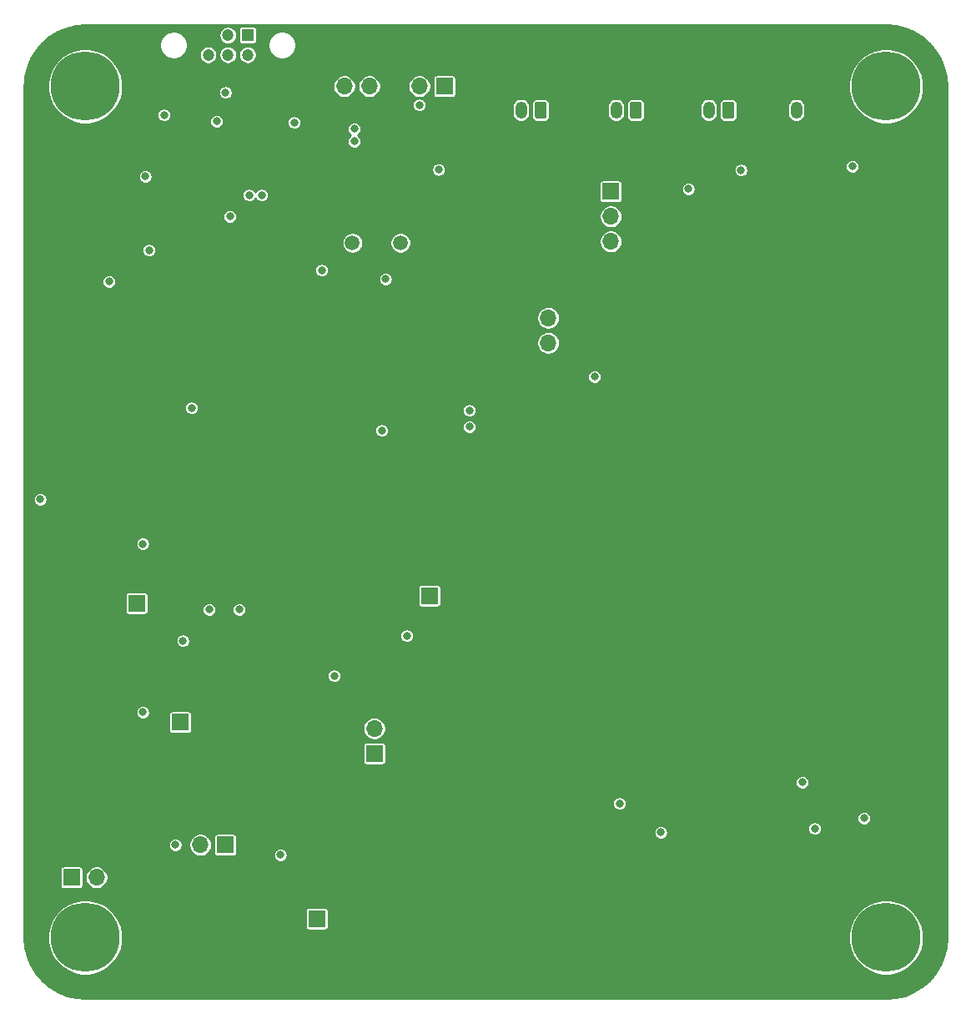
<source format=gbr>
%TF.GenerationSoftware,KiCad,Pcbnew,(5.1.9)-1*%
%TF.CreationDate,2021-06-27T13:52:13-04:00*%
%TF.ProjectId,detector_circuit,64657465-6374-46f7-925f-636972637569,rev?*%
%TF.SameCoordinates,Original*%
%TF.FileFunction,Copper,L2,Inr*%
%TF.FilePolarity,Positive*%
%FSLAX46Y46*%
G04 Gerber Fmt 4.6, Leading zero omitted, Abs format (unit mm)*
G04 Created by KiCad (PCBNEW (5.1.9)-1) date 2021-06-27 13:52:13*
%MOMM*%
%LPD*%
G01*
G04 APERTURE LIST*
%TA.AperFunction,ComponentPad*%
%ADD10C,7.000000*%
%TD*%
%TA.AperFunction,ComponentPad*%
%ADD11C,1.200000*%
%TD*%
%TA.AperFunction,ComponentPad*%
%ADD12R,1.200000X1.200000*%
%TD*%
%TA.AperFunction,ComponentPad*%
%ADD13C,1.500000*%
%TD*%
%TA.AperFunction,ComponentPad*%
%ADD14R,1.700000X1.700000*%
%TD*%
%TA.AperFunction,ComponentPad*%
%ADD15O,1.700000X1.700000*%
%TD*%
%TA.AperFunction,ComponentPad*%
%ADD16O,1.200000X1.750000*%
%TD*%
%TA.AperFunction,ViaPad*%
%ADD17C,0.800000*%
%TD*%
%TA.AperFunction,Conductor*%
%ADD18C,0.254000*%
%TD*%
%TA.AperFunction,Conductor*%
%ADD19C,0.100000*%
%TD*%
G04 APERTURE END LIST*
D10*
%TO.N,N/C*%
%TO.C,REF\u002A\u002A*%
X90170000Y-140970000D03*
%TD*%
%TO.N,N/C*%
%TO.C,REF\u002A\u002A*%
X90170000Y-54610000D03*
%TD*%
%TO.N,N/C*%
%TO.C,REF\u002A\u002A*%
X171450000Y-54610000D03*
%TD*%
%TO.N,N/C*%
%TO.C,REF\u002A\u002A*%
X171450000Y-140970000D03*
%TD*%
D11*
%TO.N,/Microcontroller [DO NOT PLACE]/CANH*%
%TO.C,J10*%
X106648000Y-51419000D03*
%TO.N,/Microcontroller [DO NOT PLACE]/CANL*%
X104648000Y-51419000D03*
%TO.N,N/C*%
X102648000Y-51419000D03*
%TO.N,GND*%
X102648000Y-49419000D03*
D12*
%TO.N,N/C*%
X106648000Y-49419000D03*
D11*
X104648000Y-49419000D03*
%TD*%
D13*
%TO.N,/Microcontroller [DO NOT PLACE]/OSC2*%
%TO.C,Y1*%
X117294000Y-70485000D03*
%TO.N,/Microcontroller [DO NOT PLACE]/OSC1*%
X122174000Y-70485000D03*
%TD*%
D14*
%TO.N,/Microcontroller [DO NOT PLACE]/MCLR*%
%TO.C,J1*%
X126619000Y-54610000D03*
D15*
%TO.N,+5V*%
X124079000Y-54610000D03*
%TO.N,GND*%
X121539000Y-54610000D03*
%TO.N,/Microcontroller [DO NOT PLACE]/ICSPDAT*%
X118999000Y-54610000D03*
%TO.N,/Microcontroller [DO NOT PLACE]/ICSPCLK*%
X116459000Y-54610000D03*
%TD*%
D14*
%TO.N,Net-(C18-Pad2)*%
%TO.C,TP15*%
X113665000Y-139065000D03*
%TD*%
D15*
%TO.N,/AMP_OUT*%
%TO.C,JP1*%
X119507000Y-119761000D03*
D14*
%TO.N,Net-(C36-Pad1)*%
X119507000Y-122301000D03*
%TD*%
D16*
%TO.N,Net-(F6-Pad2)*%
%TO.C,J6*%
X162338000Y-57023000D03*
%TO.N,GND*%
%TA.AperFunction,ComponentPad*%
G36*
G01*
X164938000Y-56397999D02*
X164938000Y-57648001D01*
G75*
G02*
X164688001Y-57898000I-249999J0D01*
G01*
X163987999Y-57898000D01*
G75*
G02*
X163738000Y-57648001I0J249999D01*
G01*
X163738000Y-56397999D01*
G75*
G02*
X163987999Y-56148000I249999J0D01*
G01*
X164688001Y-56148000D01*
G75*
G02*
X164938000Y-56397999I0J-249999D01*
G01*
G37*
%TD.AperFunction*%
%TD*%
%TO.N,Net-(F5-Pad2)*%
%TO.C,J5*%
X153448000Y-57023000D03*
%TO.N,Net-(F6-Pad1)*%
%TA.AperFunction,ComponentPad*%
G36*
G01*
X156048000Y-56397999D02*
X156048000Y-57648001D01*
G75*
G02*
X155798001Y-57898000I-249999J0D01*
G01*
X155097999Y-57898000D01*
G75*
G02*
X154848000Y-57648001I0J249999D01*
G01*
X154848000Y-56397999D01*
G75*
G02*
X155097999Y-56148000I249999J0D01*
G01*
X155798001Y-56148000D01*
G75*
G02*
X156048000Y-56397999I0J-249999D01*
G01*
G37*
%TD.AperFunction*%
%TD*%
%TO.N,Net-(F4-Pad2)*%
%TO.C,J4*%
X144050000Y-57023000D03*
%TO.N,Net-(F5-Pad1)*%
%TA.AperFunction,ComponentPad*%
G36*
G01*
X146650000Y-56397999D02*
X146650000Y-57648001D01*
G75*
G02*
X146400001Y-57898000I-249999J0D01*
G01*
X145699999Y-57898000D01*
G75*
G02*
X145450000Y-57648001I0J249999D01*
G01*
X145450000Y-56397999D01*
G75*
G02*
X145699999Y-56148000I249999J0D01*
G01*
X146400001Y-56148000D01*
G75*
G02*
X146650000Y-56397999I0J-249999D01*
G01*
G37*
%TD.AperFunction*%
%TD*%
%TO.N,+BATT*%
%TO.C,J3*%
X134398000Y-57023000D03*
%TO.N,Net-(F4-Pad1)*%
%TA.AperFunction,ComponentPad*%
G36*
G01*
X136998000Y-56397999D02*
X136998000Y-57648001D01*
G75*
G02*
X136748001Y-57898000I-249999J0D01*
G01*
X136047999Y-57898000D01*
G75*
G02*
X135798000Y-57648001I0J249999D01*
G01*
X135798000Y-56397999D01*
G75*
G02*
X136047999Y-56148000I249999J0D01*
G01*
X136748001Y-56148000D01*
G75*
G02*
X136998000Y-56397999I0J-249999D01*
G01*
G37*
%TD.AperFunction*%
%TD*%
D15*
%TO.N,+36V*%
%TO.C,J9*%
X101854000Y-131572000D03*
D14*
%TO.N,/SIPM_OUT*%
X104394000Y-131572000D03*
%TD*%
%TO.N,/INTERUPT_OUT*%
%TO.C,TP2*%
X95377000Y-107061000D03*
%TD*%
D15*
%TO.N,+12V*%
%TO.C,JP2*%
X143510000Y-70358000D03*
%TO.N,Net-(C7-Pad1)*%
X143510000Y-67818000D03*
D14*
%TO.N,+BATT*%
X143510000Y-65278000D03*
%TD*%
D15*
%TO.N,Net-(F3-Pad2)*%
%TO.C,J7*%
X137160000Y-80645000D03*
%TO.N,Net-(F1-Pad2)*%
X137160000Y-78105000D03*
D14*
%TO.N,GND*%
X137160000Y-75565000D03*
%TD*%
%TO.N,Net-(R28-Pad2)*%
%TO.C,TP17*%
X99822000Y-119126000D03*
%TD*%
%TO.N,/DET_ADC*%
%TO.C,TP1*%
X125095000Y-106299000D03*
%TD*%
D15*
%TO.N,Net-(C17-Pad2)*%
%TO.C,JP5*%
X91313000Y-134874000D03*
D14*
%TO.N,Net-(C31-Pad1)*%
X88773000Y-134874000D03*
%TD*%
D17*
%TO.N,GND*%
X106172000Y-115443000D03*
X149098000Y-89027000D03*
X156718000Y-68580000D03*
X91186000Y-122682000D03*
X164338000Y-85471000D03*
X171323000Y-85471000D03*
X173863000Y-85471000D03*
X164973000Y-86741000D03*
X172593000Y-86741000D03*
X166243000Y-88011000D03*
X171323000Y-88011000D03*
X173863000Y-88011000D03*
X164973000Y-89281000D03*
X172593000Y-89281000D03*
X166243000Y-90551000D03*
X168783000Y-90551000D03*
X171323000Y-90551000D03*
X173863000Y-90551000D03*
X164973000Y-91821000D03*
X167513000Y-91821000D03*
X170053000Y-91821000D03*
X172593000Y-91821000D03*
X166243000Y-93091000D03*
X168783000Y-93091000D03*
X171323000Y-93091000D03*
X173863000Y-93091000D03*
X153035000Y-90424000D03*
X155575000Y-90424000D03*
X158115000Y-90424000D03*
X151765000Y-91694000D03*
X154305000Y-91694000D03*
X156845000Y-91694000D03*
X170053000Y-89281000D03*
X167513000Y-89281000D03*
X167513000Y-86741000D03*
X168783000Y-88011000D03*
X168783000Y-85471000D03*
X170053000Y-86741000D03*
X96774000Y-109601000D03*
X100076000Y-116459000D03*
X109982000Y-140589000D03*
X100965000Y-140589000D03*
X106172000Y-118491000D03*
X163195000Y-109855000D03*
X106426000Y-130810000D03*
X100203000Y-57531000D03*
X164338000Y-59817000D03*
X117094000Y-110363000D03*
X153670000Y-130302000D03*
X139827000Y-130175000D03*
X144399000Y-124841000D03*
X101981000Y-96647000D03*
X100965000Y-81407000D03*
X101854000Y-76073000D03*
X86868000Y-76581000D03*
X86868000Y-90424000D03*
X111379000Y-55245000D03*
X113601500Y-66484500D03*
X151765000Y-86614000D03*
X150495000Y-87884000D03*
X151765000Y-84074000D03*
X153035000Y-82804000D03*
X155575000Y-82804000D03*
X154305000Y-84074000D03*
X151765000Y-81534000D03*
X149225000Y-84074000D03*
X156845000Y-81534000D03*
X154305000Y-81534000D03*
X150495000Y-82804000D03*
X149225000Y-81534000D03*
X150495000Y-85344000D03*
X153035000Y-85344000D03*
X156845000Y-86614000D03*
X154305000Y-89154000D03*
X158115000Y-85344000D03*
X149225000Y-86614000D03*
X156845000Y-84074000D03*
X155575000Y-87884000D03*
X150495000Y-90424000D03*
X153035000Y-87884000D03*
X151765000Y-89154000D03*
X156845000Y-89154000D03*
X155575000Y-85344000D03*
X158115000Y-87884000D03*
X154305000Y-86614000D03*
X158115000Y-82804000D03*
X121412000Y-102616000D03*
X116332000Y-102616000D03*
X119253000Y-74168000D03*
X126174500Y-66865500D03*
X94361000Y-122682000D03*
X115316000Y-89535000D03*
X159004000Y-104140000D03*
X157734000Y-104775000D03*
X160274000Y-104140000D03*
X160812023Y-108808977D03*
X163449000Y-106934000D03*
X161544000Y-103505000D03*
X161544000Y-104775000D03*
X157734000Y-103505000D03*
X87249000Y-83312000D03*
X162941000Y-130556000D03*
X172720000Y-126492000D03*
X126492000Y-102616000D03*
X164211000Y-111633000D03*
X167513000Y-130683000D03*
X165608000Y-134366000D03*
X156210000Y-101219000D03*
X153788000Y-101210000D03*
X95168000Y-80645000D03*
X95168000Y-94787000D03*
X118618000Y-134239000D03*
X115452000Y-134357000D03*
X109728000Y-122428000D03*
X112903000Y-122301000D03*
X110109000Y-115570000D03*
X113284000Y-115443000D03*
X155448000Y-114808000D03*
X152400000Y-114681000D03*
X172729000Y-101609000D03*
X124206000Y-64579500D03*
X109347000Y-65659000D03*
X146558000Y-83947000D03*
X101727000Y-63754000D03*
X85788500Y-100520500D03*
%TO.N,+5V*%
X96647000Y-71247000D03*
X98171000Y-57531000D03*
X141859000Y-84074000D03*
X104851200Y-67818000D03*
X144399000Y-127381000D03*
X124079000Y-56515000D03*
X126047500Y-63055500D03*
X120269000Y-89535000D03*
X164211000Y-129921000D03*
X169207000Y-128862000D03*
X104394000Y-55245000D03*
X151384000Y-65024000D03*
X156718000Y-63119000D03*
X168021000Y-62738000D03*
%TO.N,+36V*%
X99314000Y-131572000D03*
X148590000Y-130302000D03*
%TO.N,+3V3*%
X92583000Y-74422000D03*
X85598000Y-96520000D03*
X100965000Y-87249000D03*
X96266000Y-63754000D03*
%TO.N,/Microcontroller [DO NOT PLACE]/ICSPCLK*%
X129159000Y-89154000D03*
X117475000Y-60198000D03*
%TO.N,/Microcontroller [DO NOT PLACE]/ICSPDAT*%
X129159000Y-87503000D03*
X117475000Y-58928000D03*
%TO.N,/Microcontroller [DO NOT PLACE]/CANL*%
X106807000Y-65659000D03*
%TO.N,/Microcontroller [DO NOT PLACE]/CANH*%
X108077000Y-65659000D03*
%TO.N,/Microcontroller [DO NOT PLACE]/CS*%
X96012000Y-101028500D03*
X120650000Y-74168000D03*
%TO.N,/Microcontroller [DO NOT PLACE]/PIC_RX*%
X103505000Y-58166000D03*
X114173000Y-73279000D03*
%TO.N,/Microcontroller [DO NOT PLACE]/PIC_TX*%
X111379000Y-58293000D03*
%TO.N,/AMP_OUT*%
X115443000Y-114427000D03*
X96012000Y-118110000D03*
%TO.N,+4.7V*%
X105791000Y-107696000D03*
X100076000Y-110871000D03*
X102743000Y-107696000D03*
X109982000Y-132588000D03*
X162941000Y-125222000D03*
X122809000Y-110363000D03*
%TD*%
D18*
%TO.N,GND*%
X172415585Y-48513540D02*
X173357388Y-48739647D01*
X174252239Y-49110307D01*
X175078075Y-49616379D01*
X175814583Y-50245417D01*
X176443620Y-50981925D01*
X176949694Y-51807764D01*
X177320353Y-52702612D01*
X177546460Y-53644420D01*
X177623000Y-54616950D01*
X177623001Y-140963037D01*
X177546460Y-141935580D01*
X177320353Y-142877388D01*
X176949694Y-143772236D01*
X176443620Y-144598075D01*
X175814583Y-145334583D01*
X175078075Y-145963621D01*
X174252239Y-146469693D01*
X173357388Y-146840353D01*
X172415585Y-147066460D01*
X171443051Y-147143000D01*
X90176950Y-147143000D01*
X89204420Y-147066460D01*
X88262612Y-146840353D01*
X87367764Y-146469694D01*
X86541925Y-145963620D01*
X85805417Y-145334583D01*
X85176379Y-144598075D01*
X84670307Y-143772239D01*
X84299647Y-142877388D01*
X84073540Y-141935585D01*
X83997000Y-140963051D01*
X83997000Y-140593073D01*
X86343000Y-140593073D01*
X86343000Y-141346927D01*
X86490070Y-142086295D01*
X86778557Y-142782764D01*
X87197375Y-143409570D01*
X87730430Y-143942625D01*
X88357236Y-144361443D01*
X89053705Y-144649930D01*
X89793073Y-144797000D01*
X90546927Y-144797000D01*
X91286295Y-144649930D01*
X91982764Y-144361443D01*
X92609570Y-143942625D01*
X93142625Y-143409570D01*
X93561443Y-142782764D01*
X93849930Y-142086295D01*
X93997000Y-141346927D01*
X93997000Y-140593073D01*
X167623000Y-140593073D01*
X167623000Y-141346927D01*
X167770070Y-142086295D01*
X168058557Y-142782764D01*
X168477375Y-143409570D01*
X169010430Y-143942625D01*
X169637236Y-144361443D01*
X170333705Y-144649930D01*
X171073073Y-144797000D01*
X171826927Y-144797000D01*
X172566295Y-144649930D01*
X173262764Y-144361443D01*
X173889570Y-143942625D01*
X174422625Y-143409570D01*
X174841443Y-142782764D01*
X175129930Y-142086295D01*
X175277000Y-141346927D01*
X175277000Y-140593073D01*
X175129930Y-139853705D01*
X174841443Y-139157236D01*
X174422625Y-138530430D01*
X173889570Y-137997375D01*
X173262764Y-137578557D01*
X172566295Y-137290070D01*
X171826927Y-137143000D01*
X171073073Y-137143000D01*
X170333705Y-137290070D01*
X169637236Y-137578557D01*
X169010430Y-137997375D01*
X168477375Y-138530430D01*
X168058557Y-139157236D01*
X167770070Y-139853705D01*
X167623000Y-140593073D01*
X93997000Y-140593073D01*
X93849930Y-139853705D01*
X93561443Y-139157236D01*
X93142625Y-138530430D01*
X92827195Y-138215000D01*
X112486418Y-138215000D01*
X112486418Y-139915000D01*
X112492732Y-139979103D01*
X112511430Y-140040743D01*
X112541794Y-140097550D01*
X112582657Y-140147343D01*
X112632450Y-140188206D01*
X112689257Y-140218570D01*
X112750897Y-140237268D01*
X112815000Y-140243582D01*
X114515000Y-140243582D01*
X114579103Y-140237268D01*
X114640743Y-140218570D01*
X114697550Y-140188206D01*
X114747343Y-140147343D01*
X114788206Y-140097550D01*
X114818570Y-140040743D01*
X114837268Y-139979103D01*
X114843582Y-139915000D01*
X114843582Y-138215000D01*
X114837268Y-138150897D01*
X114818570Y-138089257D01*
X114788206Y-138032450D01*
X114747343Y-137982657D01*
X114697550Y-137941794D01*
X114640743Y-137911430D01*
X114579103Y-137892732D01*
X114515000Y-137886418D01*
X112815000Y-137886418D01*
X112750897Y-137892732D01*
X112689257Y-137911430D01*
X112632450Y-137941794D01*
X112582657Y-137982657D01*
X112541794Y-138032450D01*
X112511430Y-138089257D01*
X112492732Y-138150897D01*
X112486418Y-138215000D01*
X92827195Y-138215000D01*
X92609570Y-137997375D01*
X91982764Y-137578557D01*
X91286295Y-137290070D01*
X90546927Y-137143000D01*
X89793073Y-137143000D01*
X89053705Y-137290070D01*
X88357236Y-137578557D01*
X87730430Y-137997375D01*
X87197375Y-138530430D01*
X86778557Y-139157236D01*
X86490070Y-139853705D01*
X86343000Y-140593073D01*
X83997000Y-140593073D01*
X83997000Y-134024000D01*
X87594418Y-134024000D01*
X87594418Y-135724000D01*
X87600732Y-135788103D01*
X87619430Y-135849743D01*
X87649794Y-135906550D01*
X87690657Y-135956343D01*
X87740450Y-135997206D01*
X87797257Y-136027570D01*
X87858897Y-136046268D01*
X87923000Y-136052582D01*
X89623000Y-136052582D01*
X89687103Y-136046268D01*
X89748743Y-136027570D01*
X89805550Y-135997206D01*
X89855343Y-135956343D01*
X89896206Y-135906550D01*
X89926570Y-135849743D01*
X89945268Y-135788103D01*
X89951582Y-135724000D01*
X89951582Y-134758076D01*
X90136000Y-134758076D01*
X90136000Y-134989924D01*
X90181231Y-135217318D01*
X90269956Y-135431519D01*
X90398764Y-135624294D01*
X90562706Y-135788236D01*
X90755481Y-135917044D01*
X90969682Y-136005769D01*
X91197076Y-136051000D01*
X91428924Y-136051000D01*
X91656318Y-136005769D01*
X91870519Y-135917044D01*
X92063294Y-135788236D01*
X92227236Y-135624294D01*
X92356044Y-135431519D01*
X92444769Y-135217318D01*
X92490000Y-134989924D01*
X92490000Y-134758076D01*
X92444769Y-134530682D01*
X92356044Y-134316481D01*
X92227236Y-134123706D01*
X92063294Y-133959764D01*
X91870519Y-133830956D01*
X91656318Y-133742231D01*
X91428924Y-133697000D01*
X91197076Y-133697000D01*
X90969682Y-133742231D01*
X90755481Y-133830956D01*
X90562706Y-133959764D01*
X90398764Y-134123706D01*
X90269956Y-134316481D01*
X90181231Y-134530682D01*
X90136000Y-134758076D01*
X89951582Y-134758076D01*
X89951582Y-134024000D01*
X89945268Y-133959897D01*
X89926570Y-133898257D01*
X89896206Y-133841450D01*
X89855343Y-133791657D01*
X89805550Y-133750794D01*
X89748743Y-133720430D01*
X89687103Y-133701732D01*
X89623000Y-133695418D01*
X87923000Y-133695418D01*
X87858897Y-133701732D01*
X87797257Y-133720430D01*
X87740450Y-133750794D01*
X87690657Y-133791657D01*
X87649794Y-133841450D01*
X87619430Y-133898257D01*
X87600732Y-133959897D01*
X87594418Y-134024000D01*
X83997000Y-134024000D01*
X83997000Y-131500397D01*
X98587000Y-131500397D01*
X98587000Y-131643603D01*
X98614938Y-131784058D01*
X98669741Y-131916364D01*
X98749302Y-132035436D01*
X98850564Y-132136698D01*
X98969636Y-132216259D01*
X99101942Y-132271062D01*
X99242397Y-132299000D01*
X99385603Y-132299000D01*
X99526058Y-132271062D01*
X99658364Y-132216259D01*
X99777436Y-132136698D01*
X99878698Y-132035436D01*
X99958259Y-131916364D01*
X100013062Y-131784058D01*
X100041000Y-131643603D01*
X100041000Y-131500397D01*
X100032185Y-131456076D01*
X100677000Y-131456076D01*
X100677000Y-131687924D01*
X100722231Y-131915318D01*
X100810956Y-132129519D01*
X100939764Y-132322294D01*
X101103706Y-132486236D01*
X101296481Y-132615044D01*
X101510682Y-132703769D01*
X101738076Y-132749000D01*
X101969924Y-132749000D01*
X102197318Y-132703769D01*
X102411519Y-132615044D01*
X102604294Y-132486236D01*
X102768236Y-132322294D01*
X102897044Y-132129519D01*
X102985769Y-131915318D01*
X103031000Y-131687924D01*
X103031000Y-131456076D01*
X102985769Y-131228682D01*
X102897044Y-131014481D01*
X102768236Y-130821706D01*
X102668530Y-130722000D01*
X103215418Y-130722000D01*
X103215418Y-132422000D01*
X103221732Y-132486103D01*
X103240430Y-132547743D01*
X103270794Y-132604550D01*
X103311657Y-132654343D01*
X103361450Y-132695206D01*
X103418257Y-132725570D01*
X103479897Y-132744268D01*
X103544000Y-132750582D01*
X105244000Y-132750582D01*
X105308103Y-132744268D01*
X105369743Y-132725570D01*
X105426550Y-132695206D01*
X105476343Y-132654343D01*
X105517206Y-132604550D01*
X105547570Y-132547743D01*
X105557078Y-132516397D01*
X109255000Y-132516397D01*
X109255000Y-132659603D01*
X109282938Y-132800058D01*
X109337741Y-132932364D01*
X109417302Y-133051436D01*
X109518564Y-133152698D01*
X109637636Y-133232259D01*
X109769942Y-133287062D01*
X109910397Y-133315000D01*
X110053603Y-133315000D01*
X110194058Y-133287062D01*
X110326364Y-133232259D01*
X110445436Y-133152698D01*
X110546698Y-133051436D01*
X110626259Y-132932364D01*
X110681062Y-132800058D01*
X110709000Y-132659603D01*
X110709000Y-132516397D01*
X110681062Y-132375942D01*
X110626259Y-132243636D01*
X110546698Y-132124564D01*
X110445436Y-132023302D01*
X110326364Y-131943741D01*
X110194058Y-131888938D01*
X110053603Y-131861000D01*
X109910397Y-131861000D01*
X109769942Y-131888938D01*
X109637636Y-131943741D01*
X109518564Y-132023302D01*
X109417302Y-132124564D01*
X109337741Y-132243636D01*
X109282938Y-132375942D01*
X109255000Y-132516397D01*
X105557078Y-132516397D01*
X105566268Y-132486103D01*
X105572582Y-132422000D01*
X105572582Y-130722000D01*
X105566268Y-130657897D01*
X105547570Y-130596257D01*
X105517206Y-130539450D01*
X105476343Y-130489657D01*
X105426550Y-130448794D01*
X105369743Y-130418430D01*
X105308103Y-130399732D01*
X105244000Y-130393418D01*
X103544000Y-130393418D01*
X103479897Y-130399732D01*
X103418257Y-130418430D01*
X103361450Y-130448794D01*
X103311657Y-130489657D01*
X103270794Y-130539450D01*
X103240430Y-130596257D01*
X103221732Y-130657897D01*
X103215418Y-130722000D01*
X102668530Y-130722000D01*
X102604294Y-130657764D01*
X102411519Y-130528956D01*
X102197318Y-130440231D01*
X101969924Y-130395000D01*
X101738076Y-130395000D01*
X101510682Y-130440231D01*
X101296481Y-130528956D01*
X101103706Y-130657764D01*
X100939764Y-130821706D01*
X100810956Y-131014481D01*
X100722231Y-131228682D01*
X100677000Y-131456076D01*
X100032185Y-131456076D01*
X100013062Y-131359942D01*
X99958259Y-131227636D01*
X99878698Y-131108564D01*
X99777436Y-131007302D01*
X99658364Y-130927741D01*
X99526058Y-130872938D01*
X99385603Y-130845000D01*
X99242397Y-130845000D01*
X99101942Y-130872938D01*
X98969636Y-130927741D01*
X98850564Y-131007302D01*
X98749302Y-131108564D01*
X98669741Y-131227636D01*
X98614938Y-131359942D01*
X98587000Y-131500397D01*
X83997000Y-131500397D01*
X83997000Y-130230397D01*
X147863000Y-130230397D01*
X147863000Y-130373603D01*
X147890938Y-130514058D01*
X147945741Y-130646364D01*
X148025302Y-130765436D01*
X148126564Y-130866698D01*
X148245636Y-130946259D01*
X148377942Y-131001062D01*
X148518397Y-131029000D01*
X148661603Y-131029000D01*
X148802058Y-131001062D01*
X148934364Y-130946259D01*
X149053436Y-130866698D01*
X149154698Y-130765436D01*
X149234259Y-130646364D01*
X149289062Y-130514058D01*
X149317000Y-130373603D01*
X149317000Y-130230397D01*
X149289062Y-130089942D01*
X149234259Y-129957636D01*
X149161937Y-129849397D01*
X163484000Y-129849397D01*
X163484000Y-129992603D01*
X163511938Y-130133058D01*
X163566741Y-130265364D01*
X163646302Y-130384436D01*
X163747564Y-130485698D01*
X163866636Y-130565259D01*
X163998942Y-130620062D01*
X164139397Y-130648000D01*
X164282603Y-130648000D01*
X164423058Y-130620062D01*
X164555364Y-130565259D01*
X164674436Y-130485698D01*
X164775698Y-130384436D01*
X164855259Y-130265364D01*
X164910062Y-130133058D01*
X164938000Y-129992603D01*
X164938000Y-129849397D01*
X164910062Y-129708942D01*
X164855259Y-129576636D01*
X164775698Y-129457564D01*
X164674436Y-129356302D01*
X164555364Y-129276741D01*
X164423058Y-129221938D01*
X164282603Y-129194000D01*
X164139397Y-129194000D01*
X163998942Y-129221938D01*
X163866636Y-129276741D01*
X163747564Y-129356302D01*
X163646302Y-129457564D01*
X163566741Y-129576636D01*
X163511938Y-129708942D01*
X163484000Y-129849397D01*
X149161937Y-129849397D01*
X149154698Y-129838564D01*
X149053436Y-129737302D01*
X148934364Y-129657741D01*
X148802058Y-129602938D01*
X148661603Y-129575000D01*
X148518397Y-129575000D01*
X148377942Y-129602938D01*
X148245636Y-129657741D01*
X148126564Y-129737302D01*
X148025302Y-129838564D01*
X147945741Y-129957636D01*
X147890938Y-130089942D01*
X147863000Y-130230397D01*
X83997000Y-130230397D01*
X83997000Y-128790397D01*
X168480000Y-128790397D01*
X168480000Y-128933603D01*
X168507938Y-129074058D01*
X168562741Y-129206364D01*
X168642302Y-129325436D01*
X168743564Y-129426698D01*
X168862636Y-129506259D01*
X168994942Y-129561062D01*
X169135397Y-129589000D01*
X169278603Y-129589000D01*
X169419058Y-129561062D01*
X169551364Y-129506259D01*
X169670436Y-129426698D01*
X169771698Y-129325436D01*
X169851259Y-129206364D01*
X169906062Y-129074058D01*
X169934000Y-128933603D01*
X169934000Y-128790397D01*
X169906062Y-128649942D01*
X169851259Y-128517636D01*
X169771698Y-128398564D01*
X169670436Y-128297302D01*
X169551364Y-128217741D01*
X169419058Y-128162938D01*
X169278603Y-128135000D01*
X169135397Y-128135000D01*
X168994942Y-128162938D01*
X168862636Y-128217741D01*
X168743564Y-128297302D01*
X168642302Y-128398564D01*
X168562741Y-128517636D01*
X168507938Y-128649942D01*
X168480000Y-128790397D01*
X83997000Y-128790397D01*
X83997000Y-127309397D01*
X143672000Y-127309397D01*
X143672000Y-127452603D01*
X143699938Y-127593058D01*
X143754741Y-127725364D01*
X143834302Y-127844436D01*
X143935564Y-127945698D01*
X144054636Y-128025259D01*
X144186942Y-128080062D01*
X144327397Y-128108000D01*
X144470603Y-128108000D01*
X144611058Y-128080062D01*
X144743364Y-128025259D01*
X144862436Y-127945698D01*
X144963698Y-127844436D01*
X145043259Y-127725364D01*
X145098062Y-127593058D01*
X145126000Y-127452603D01*
X145126000Y-127309397D01*
X145098062Y-127168942D01*
X145043259Y-127036636D01*
X144963698Y-126917564D01*
X144862436Y-126816302D01*
X144743364Y-126736741D01*
X144611058Y-126681938D01*
X144470603Y-126654000D01*
X144327397Y-126654000D01*
X144186942Y-126681938D01*
X144054636Y-126736741D01*
X143935564Y-126816302D01*
X143834302Y-126917564D01*
X143754741Y-127036636D01*
X143699938Y-127168942D01*
X143672000Y-127309397D01*
X83997000Y-127309397D01*
X83997000Y-125150397D01*
X162214000Y-125150397D01*
X162214000Y-125293603D01*
X162241938Y-125434058D01*
X162296741Y-125566364D01*
X162376302Y-125685436D01*
X162477564Y-125786698D01*
X162596636Y-125866259D01*
X162728942Y-125921062D01*
X162869397Y-125949000D01*
X163012603Y-125949000D01*
X163153058Y-125921062D01*
X163285364Y-125866259D01*
X163404436Y-125786698D01*
X163505698Y-125685436D01*
X163585259Y-125566364D01*
X163640062Y-125434058D01*
X163668000Y-125293603D01*
X163668000Y-125150397D01*
X163640062Y-125009942D01*
X163585259Y-124877636D01*
X163505698Y-124758564D01*
X163404436Y-124657302D01*
X163285364Y-124577741D01*
X163153058Y-124522938D01*
X163012603Y-124495000D01*
X162869397Y-124495000D01*
X162728942Y-124522938D01*
X162596636Y-124577741D01*
X162477564Y-124657302D01*
X162376302Y-124758564D01*
X162296741Y-124877636D01*
X162241938Y-125009942D01*
X162214000Y-125150397D01*
X83997000Y-125150397D01*
X83997000Y-121451000D01*
X118328418Y-121451000D01*
X118328418Y-123151000D01*
X118334732Y-123215103D01*
X118353430Y-123276743D01*
X118383794Y-123333550D01*
X118424657Y-123383343D01*
X118474450Y-123424206D01*
X118531257Y-123454570D01*
X118592897Y-123473268D01*
X118657000Y-123479582D01*
X120357000Y-123479582D01*
X120421103Y-123473268D01*
X120482743Y-123454570D01*
X120539550Y-123424206D01*
X120589343Y-123383343D01*
X120630206Y-123333550D01*
X120660570Y-123276743D01*
X120679268Y-123215103D01*
X120685582Y-123151000D01*
X120685582Y-121451000D01*
X120679268Y-121386897D01*
X120660570Y-121325257D01*
X120630206Y-121268450D01*
X120589343Y-121218657D01*
X120539550Y-121177794D01*
X120482743Y-121147430D01*
X120421103Y-121128732D01*
X120357000Y-121122418D01*
X118657000Y-121122418D01*
X118592897Y-121128732D01*
X118531257Y-121147430D01*
X118474450Y-121177794D01*
X118424657Y-121218657D01*
X118383794Y-121268450D01*
X118353430Y-121325257D01*
X118334732Y-121386897D01*
X118328418Y-121451000D01*
X83997000Y-121451000D01*
X83997000Y-118038397D01*
X95285000Y-118038397D01*
X95285000Y-118181603D01*
X95312938Y-118322058D01*
X95367741Y-118454364D01*
X95447302Y-118573436D01*
X95548564Y-118674698D01*
X95667636Y-118754259D01*
X95799942Y-118809062D01*
X95940397Y-118837000D01*
X96083603Y-118837000D01*
X96224058Y-118809062D01*
X96356364Y-118754259D01*
X96475436Y-118674698D01*
X96576698Y-118573436D01*
X96656259Y-118454364D01*
X96711062Y-118322058D01*
X96720223Y-118276000D01*
X98643418Y-118276000D01*
X98643418Y-119976000D01*
X98649732Y-120040103D01*
X98668430Y-120101743D01*
X98698794Y-120158550D01*
X98739657Y-120208343D01*
X98789450Y-120249206D01*
X98846257Y-120279570D01*
X98907897Y-120298268D01*
X98972000Y-120304582D01*
X100672000Y-120304582D01*
X100736103Y-120298268D01*
X100797743Y-120279570D01*
X100854550Y-120249206D01*
X100904343Y-120208343D01*
X100945206Y-120158550D01*
X100975570Y-120101743D01*
X100994268Y-120040103D01*
X101000582Y-119976000D01*
X101000582Y-119645076D01*
X118330000Y-119645076D01*
X118330000Y-119876924D01*
X118375231Y-120104318D01*
X118463956Y-120318519D01*
X118592764Y-120511294D01*
X118756706Y-120675236D01*
X118949481Y-120804044D01*
X119163682Y-120892769D01*
X119391076Y-120938000D01*
X119622924Y-120938000D01*
X119850318Y-120892769D01*
X120064519Y-120804044D01*
X120257294Y-120675236D01*
X120421236Y-120511294D01*
X120550044Y-120318519D01*
X120638769Y-120104318D01*
X120684000Y-119876924D01*
X120684000Y-119645076D01*
X120638769Y-119417682D01*
X120550044Y-119203481D01*
X120421236Y-119010706D01*
X120257294Y-118846764D01*
X120064519Y-118717956D01*
X119850318Y-118629231D01*
X119622924Y-118584000D01*
X119391076Y-118584000D01*
X119163682Y-118629231D01*
X118949481Y-118717956D01*
X118756706Y-118846764D01*
X118592764Y-119010706D01*
X118463956Y-119203481D01*
X118375231Y-119417682D01*
X118330000Y-119645076D01*
X101000582Y-119645076D01*
X101000582Y-118276000D01*
X100994268Y-118211897D01*
X100975570Y-118150257D01*
X100945206Y-118093450D01*
X100904343Y-118043657D01*
X100854550Y-118002794D01*
X100797743Y-117972430D01*
X100736103Y-117953732D01*
X100672000Y-117947418D01*
X98972000Y-117947418D01*
X98907897Y-117953732D01*
X98846257Y-117972430D01*
X98789450Y-118002794D01*
X98739657Y-118043657D01*
X98698794Y-118093450D01*
X98668430Y-118150257D01*
X98649732Y-118211897D01*
X98643418Y-118276000D01*
X96720223Y-118276000D01*
X96739000Y-118181603D01*
X96739000Y-118038397D01*
X96711062Y-117897942D01*
X96656259Y-117765636D01*
X96576698Y-117646564D01*
X96475436Y-117545302D01*
X96356364Y-117465741D01*
X96224058Y-117410938D01*
X96083603Y-117383000D01*
X95940397Y-117383000D01*
X95799942Y-117410938D01*
X95667636Y-117465741D01*
X95548564Y-117545302D01*
X95447302Y-117646564D01*
X95367741Y-117765636D01*
X95312938Y-117897942D01*
X95285000Y-118038397D01*
X83997000Y-118038397D01*
X83997000Y-114355397D01*
X114716000Y-114355397D01*
X114716000Y-114498603D01*
X114743938Y-114639058D01*
X114798741Y-114771364D01*
X114878302Y-114890436D01*
X114979564Y-114991698D01*
X115098636Y-115071259D01*
X115230942Y-115126062D01*
X115371397Y-115154000D01*
X115514603Y-115154000D01*
X115655058Y-115126062D01*
X115787364Y-115071259D01*
X115906436Y-114991698D01*
X116007698Y-114890436D01*
X116087259Y-114771364D01*
X116142062Y-114639058D01*
X116170000Y-114498603D01*
X116170000Y-114355397D01*
X116142062Y-114214942D01*
X116087259Y-114082636D01*
X116007698Y-113963564D01*
X115906436Y-113862302D01*
X115787364Y-113782741D01*
X115655058Y-113727938D01*
X115514603Y-113700000D01*
X115371397Y-113700000D01*
X115230942Y-113727938D01*
X115098636Y-113782741D01*
X114979564Y-113862302D01*
X114878302Y-113963564D01*
X114798741Y-114082636D01*
X114743938Y-114214942D01*
X114716000Y-114355397D01*
X83997000Y-114355397D01*
X83997000Y-110799397D01*
X99349000Y-110799397D01*
X99349000Y-110942603D01*
X99376938Y-111083058D01*
X99431741Y-111215364D01*
X99511302Y-111334436D01*
X99612564Y-111435698D01*
X99731636Y-111515259D01*
X99863942Y-111570062D01*
X100004397Y-111598000D01*
X100147603Y-111598000D01*
X100288058Y-111570062D01*
X100420364Y-111515259D01*
X100539436Y-111435698D01*
X100640698Y-111334436D01*
X100720259Y-111215364D01*
X100775062Y-111083058D01*
X100803000Y-110942603D01*
X100803000Y-110799397D01*
X100775062Y-110658942D01*
X100720259Y-110526636D01*
X100640698Y-110407564D01*
X100539436Y-110306302D01*
X100517129Y-110291397D01*
X122082000Y-110291397D01*
X122082000Y-110434603D01*
X122109938Y-110575058D01*
X122164741Y-110707364D01*
X122244302Y-110826436D01*
X122345564Y-110927698D01*
X122464636Y-111007259D01*
X122596942Y-111062062D01*
X122737397Y-111090000D01*
X122880603Y-111090000D01*
X123021058Y-111062062D01*
X123153364Y-111007259D01*
X123272436Y-110927698D01*
X123373698Y-110826436D01*
X123453259Y-110707364D01*
X123508062Y-110575058D01*
X123536000Y-110434603D01*
X123536000Y-110291397D01*
X123508062Y-110150942D01*
X123453259Y-110018636D01*
X123373698Y-109899564D01*
X123272436Y-109798302D01*
X123153364Y-109718741D01*
X123021058Y-109663938D01*
X122880603Y-109636000D01*
X122737397Y-109636000D01*
X122596942Y-109663938D01*
X122464636Y-109718741D01*
X122345564Y-109798302D01*
X122244302Y-109899564D01*
X122164741Y-110018636D01*
X122109938Y-110150942D01*
X122082000Y-110291397D01*
X100517129Y-110291397D01*
X100420364Y-110226741D01*
X100288058Y-110171938D01*
X100147603Y-110144000D01*
X100004397Y-110144000D01*
X99863942Y-110171938D01*
X99731636Y-110226741D01*
X99612564Y-110306302D01*
X99511302Y-110407564D01*
X99431741Y-110526636D01*
X99376938Y-110658942D01*
X99349000Y-110799397D01*
X83997000Y-110799397D01*
X83997000Y-106211000D01*
X94198418Y-106211000D01*
X94198418Y-107911000D01*
X94204732Y-107975103D01*
X94223430Y-108036743D01*
X94253794Y-108093550D01*
X94294657Y-108143343D01*
X94344450Y-108184206D01*
X94401257Y-108214570D01*
X94462897Y-108233268D01*
X94527000Y-108239582D01*
X96227000Y-108239582D01*
X96291103Y-108233268D01*
X96352743Y-108214570D01*
X96409550Y-108184206D01*
X96459343Y-108143343D01*
X96500206Y-108093550D01*
X96530570Y-108036743D01*
X96549268Y-107975103D01*
X96555582Y-107911000D01*
X96555582Y-107624397D01*
X102016000Y-107624397D01*
X102016000Y-107767603D01*
X102043938Y-107908058D01*
X102098741Y-108040364D01*
X102178302Y-108159436D01*
X102279564Y-108260698D01*
X102398636Y-108340259D01*
X102530942Y-108395062D01*
X102671397Y-108423000D01*
X102814603Y-108423000D01*
X102955058Y-108395062D01*
X103087364Y-108340259D01*
X103206436Y-108260698D01*
X103307698Y-108159436D01*
X103387259Y-108040364D01*
X103442062Y-107908058D01*
X103470000Y-107767603D01*
X103470000Y-107624397D01*
X105064000Y-107624397D01*
X105064000Y-107767603D01*
X105091938Y-107908058D01*
X105146741Y-108040364D01*
X105226302Y-108159436D01*
X105327564Y-108260698D01*
X105446636Y-108340259D01*
X105578942Y-108395062D01*
X105719397Y-108423000D01*
X105862603Y-108423000D01*
X106003058Y-108395062D01*
X106135364Y-108340259D01*
X106254436Y-108260698D01*
X106355698Y-108159436D01*
X106435259Y-108040364D01*
X106490062Y-107908058D01*
X106518000Y-107767603D01*
X106518000Y-107624397D01*
X106490062Y-107483942D01*
X106435259Y-107351636D01*
X106355698Y-107232564D01*
X106254436Y-107131302D01*
X106135364Y-107051741D01*
X106003058Y-106996938D01*
X105862603Y-106969000D01*
X105719397Y-106969000D01*
X105578942Y-106996938D01*
X105446636Y-107051741D01*
X105327564Y-107131302D01*
X105226302Y-107232564D01*
X105146741Y-107351636D01*
X105091938Y-107483942D01*
X105064000Y-107624397D01*
X103470000Y-107624397D01*
X103442062Y-107483942D01*
X103387259Y-107351636D01*
X103307698Y-107232564D01*
X103206436Y-107131302D01*
X103087364Y-107051741D01*
X102955058Y-106996938D01*
X102814603Y-106969000D01*
X102671397Y-106969000D01*
X102530942Y-106996938D01*
X102398636Y-107051741D01*
X102279564Y-107131302D01*
X102178302Y-107232564D01*
X102098741Y-107351636D01*
X102043938Y-107483942D01*
X102016000Y-107624397D01*
X96555582Y-107624397D01*
X96555582Y-106211000D01*
X96549268Y-106146897D01*
X96530570Y-106085257D01*
X96500206Y-106028450D01*
X96459343Y-105978657D01*
X96409550Y-105937794D01*
X96352743Y-105907430D01*
X96291103Y-105888732D01*
X96227000Y-105882418D01*
X94527000Y-105882418D01*
X94462897Y-105888732D01*
X94401257Y-105907430D01*
X94344450Y-105937794D01*
X94294657Y-105978657D01*
X94253794Y-106028450D01*
X94223430Y-106085257D01*
X94204732Y-106146897D01*
X94198418Y-106211000D01*
X83997000Y-106211000D01*
X83997000Y-105449000D01*
X123916418Y-105449000D01*
X123916418Y-107149000D01*
X123922732Y-107213103D01*
X123941430Y-107274743D01*
X123971794Y-107331550D01*
X124012657Y-107381343D01*
X124062450Y-107422206D01*
X124119257Y-107452570D01*
X124180897Y-107471268D01*
X124245000Y-107477582D01*
X125945000Y-107477582D01*
X126009103Y-107471268D01*
X126070743Y-107452570D01*
X126127550Y-107422206D01*
X126177343Y-107381343D01*
X126218206Y-107331550D01*
X126248570Y-107274743D01*
X126267268Y-107213103D01*
X126273582Y-107149000D01*
X126273582Y-105449000D01*
X126267268Y-105384897D01*
X126248570Y-105323257D01*
X126218206Y-105266450D01*
X126177343Y-105216657D01*
X126127550Y-105175794D01*
X126070743Y-105145430D01*
X126009103Y-105126732D01*
X125945000Y-105120418D01*
X124245000Y-105120418D01*
X124180897Y-105126732D01*
X124119257Y-105145430D01*
X124062450Y-105175794D01*
X124012657Y-105216657D01*
X123971794Y-105266450D01*
X123941430Y-105323257D01*
X123922732Y-105384897D01*
X123916418Y-105449000D01*
X83997000Y-105449000D01*
X83997000Y-100956897D01*
X95285000Y-100956897D01*
X95285000Y-101100103D01*
X95312938Y-101240558D01*
X95367741Y-101372864D01*
X95447302Y-101491936D01*
X95548564Y-101593198D01*
X95667636Y-101672759D01*
X95799942Y-101727562D01*
X95940397Y-101755500D01*
X96083603Y-101755500D01*
X96224058Y-101727562D01*
X96356364Y-101672759D01*
X96475436Y-101593198D01*
X96576698Y-101491936D01*
X96656259Y-101372864D01*
X96711062Y-101240558D01*
X96739000Y-101100103D01*
X96739000Y-100956897D01*
X96711062Y-100816442D01*
X96656259Y-100684136D01*
X96576698Y-100565064D01*
X96475436Y-100463802D01*
X96356364Y-100384241D01*
X96224058Y-100329438D01*
X96083603Y-100301500D01*
X95940397Y-100301500D01*
X95799942Y-100329438D01*
X95667636Y-100384241D01*
X95548564Y-100463802D01*
X95447302Y-100565064D01*
X95367741Y-100684136D01*
X95312938Y-100816442D01*
X95285000Y-100956897D01*
X83997000Y-100956897D01*
X83997000Y-96448397D01*
X84871000Y-96448397D01*
X84871000Y-96591603D01*
X84898938Y-96732058D01*
X84953741Y-96864364D01*
X85033302Y-96983436D01*
X85134564Y-97084698D01*
X85253636Y-97164259D01*
X85385942Y-97219062D01*
X85526397Y-97247000D01*
X85669603Y-97247000D01*
X85810058Y-97219062D01*
X85942364Y-97164259D01*
X86061436Y-97084698D01*
X86162698Y-96983436D01*
X86242259Y-96864364D01*
X86297062Y-96732058D01*
X86325000Y-96591603D01*
X86325000Y-96448397D01*
X86297062Y-96307942D01*
X86242259Y-96175636D01*
X86162698Y-96056564D01*
X86061436Y-95955302D01*
X85942364Y-95875741D01*
X85810058Y-95820938D01*
X85669603Y-95793000D01*
X85526397Y-95793000D01*
X85385942Y-95820938D01*
X85253636Y-95875741D01*
X85134564Y-95955302D01*
X85033302Y-96056564D01*
X84953741Y-96175636D01*
X84898938Y-96307942D01*
X84871000Y-96448397D01*
X83997000Y-96448397D01*
X83997000Y-89463397D01*
X119542000Y-89463397D01*
X119542000Y-89606603D01*
X119569938Y-89747058D01*
X119624741Y-89879364D01*
X119704302Y-89998436D01*
X119805564Y-90099698D01*
X119924636Y-90179259D01*
X120056942Y-90234062D01*
X120197397Y-90262000D01*
X120340603Y-90262000D01*
X120481058Y-90234062D01*
X120613364Y-90179259D01*
X120732436Y-90099698D01*
X120833698Y-89998436D01*
X120913259Y-89879364D01*
X120968062Y-89747058D01*
X120996000Y-89606603D01*
X120996000Y-89463397D01*
X120968062Y-89322942D01*
X120913259Y-89190636D01*
X120840937Y-89082397D01*
X128432000Y-89082397D01*
X128432000Y-89225603D01*
X128459938Y-89366058D01*
X128514741Y-89498364D01*
X128594302Y-89617436D01*
X128695564Y-89718698D01*
X128814636Y-89798259D01*
X128946942Y-89853062D01*
X129087397Y-89881000D01*
X129230603Y-89881000D01*
X129371058Y-89853062D01*
X129503364Y-89798259D01*
X129622436Y-89718698D01*
X129723698Y-89617436D01*
X129803259Y-89498364D01*
X129858062Y-89366058D01*
X129886000Y-89225603D01*
X129886000Y-89082397D01*
X129858062Y-88941942D01*
X129803259Y-88809636D01*
X129723698Y-88690564D01*
X129622436Y-88589302D01*
X129503364Y-88509741D01*
X129371058Y-88454938D01*
X129230603Y-88427000D01*
X129087397Y-88427000D01*
X128946942Y-88454938D01*
X128814636Y-88509741D01*
X128695564Y-88589302D01*
X128594302Y-88690564D01*
X128514741Y-88809636D01*
X128459938Y-88941942D01*
X128432000Y-89082397D01*
X120840937Y-89082397D01*
X120833698Y-89071564D01*
X120732436Y-88970302D01*
X120613364Y-88890741D01*
X120481058Y-88835938D01*
X120340603Y-88808000D01*
X120197397Y-88808000D01*
X120056942Y-88835938D01*
X119924636Y-88890741D01*
X119805564Y-88970302D01*
X119704302Y-89071564D01*
X119624741Y-89190636D01*
X119569938Y-89322942D01*
X119542000Y-89463397D01*
X83997000Y-89463397D01*
X83997000Y-87177397D01*
X100238000Y-87177397D01*
X100238000Y-87320603D01*
X100265938Y-87461058D01*
X100320741Y-87593364D01*
X100400302Y-87712436D01*
X100501564Y-87813698D01*
X100620636Y-87893259D01*
X100752942Y-87948062D01*
X100893397Y-87976000D01*
X101036603Y-87976000D01*
X101177058Y-87948062D01*
X101309364Y-87893259D01*
X101428436Y-87813698D01*
X101529698Y-87712436D01*
X101609259Y-87593364D01*
X101664062Y-87461058D01*
X101669961Y-87431397D01*
X128432000Y-87431397D01*
X128432000Y-87574603D01*
X128459938Y-87715058D01*
X128514741Y-87847364D01*
X128594302Y-87966436D01*
X128695564Y-88067698D01*
X128814636Y-88147259D01*
X128946942Y-88202062D01*
X129087397Y-88230000D01*
X129230603Y-88230000D01*
X129371058Y-88202062D01*
X129503364Y-88147259D01*
X129622436Y-88067698D01*
X129723698Y-87966436D01*
X129803259Y-87847364D01*
X129858062Y-87715058D01*
X129886000Y-87574603D01*
X129886000Y-87431397D01*
X129858062Y-87290942D01*
X129803259Y-87158636D01*
X129723698Y-87039564D01*
X129622436Y-86938302D01*
X129503364Y-86858741D01*
X129371058Y-86803938D01*
X129230603Y-86776000D01*
X129087397Y-86776000D01*
X128946942Y-86803938D01*
X128814636Y-86858741D01*
X128695564Y-86938302D01*
X128594302Y-87039564D01*
X128514741Y-87158636D01*
X128459938Y-87290942D01*
X128432000Y-87431397D01*
X101669961Y-87431397D01*
X101692000Y-87320603D01*
X101692000Y-87177397D01*
X101664062Y-87036942D01*
X101609259Y-86904636D01*
X101529698Y-86785564D01*
X101428436Y-86684302D01*
X101309364Y-86604741D01*
X101177058Y-86549938D01*
X101036603Y-86522000D01*
X100893397Y-86522000D01*
X100752942Y-86549938D01*
X100620636Y-86604741D01*
X100501564Y-86684302D01*
X100400302Y-86785564D01*
X100320741Y-86904636D01*
X100265938Y-87036942D01*
X100238000Y-87177397D01*
X83997000Y-87177397D01*
X83997000Y-84002397D01*
X141132000Y-84002397D01*
X141132000Y-84145603D01*
X141159938Y-84286058D01*
X141214741Y-84418364D01*
X141294302Y-84537436D01*
X141395564Y-84638698D01*
X141514636Y-84718259D01*
X141646942Y-84773062D01*
X141787397Y-84801000D01*
X141930603Y-84801000D01*
X142071058Y-84773062D01*
X142203364Y-84718259D01*
X142322436Y-84638698D01*
X142423698Y-84537436D01*
X142503259Y-84418364D01*
X142558062Y-84286058D01*
X142586000Y-84145603D01*
X142586000Y-84002397D01*
X142558062Y-83861942D01*
X142503259Y-83729636D01*
X142423698Y-83610564D01*
X142322436Y-83509302D01*
X142203364Y-83429741D01*
X142071058Y-83374938D01*
X141930603Y-83347000D01*
X141787397Y-83347000D01*
X141646942Y-83374938D01*
X141514636Y-83429741D01*
X141395564Y-83509302D01*
X141294302Y-83610564D01*
X141214741Y-83729636D01*
X141159938Y-83861942D01*
X141132000Y-84002397D01*
X83997000Y-84002397D01*
X83997000Y-80529076D01*
X135983000Y-80529076D01*
X135983000Y-80760924D01*
X136028231Y-80988318D01*
X136116956Y-81202519D01*
X136245764Y-81395294D01*
X136409706Y-81559236D01*
X136602481Y-81688044D01*
X136816682Y-81776769D01*
X137044076Y-81822000D01*
X137275924Y-81822000D01*
X137503318Y-81776769D01*
X137717519Y-81688044D01*
X137910294Y-81559236D01*
X138074236Y-81395294D01*
X138203044Y-81202519D01*
X138291769Y-80988318D01*
X138337000Y-80760924D01*
X138337000Y-80529076D01*
X138291769Y-80301682D01*
X138203044Y-80087481D01*
X138074236Y-79894706D01*
X137910294Y-79730764D01*
X137717519Y-79601956D01*
X137503318Y-79513231D01*
X137275924Y-79468000D01*
X137044076Y-79468000D01*
X136816682Y-79513231D01*
X136602481Y-79601956D01*
X136409706Y-79730764D01*
X136245764Y-79894706D01*
X136116956Y-80087481D01*
X136028231Y-80301682D01*
X135983000Y-80529076D01*
X83997000Y-80529076D01*
X83997000Y-77989076D01*
X135983000Y-77989076D01*
X135983000Y-78220924D01*
X136028231Y-78448318D01*
X136116956Y-78662519D01*
X136245764Y-78855294D01*
X136409706Y-79019236D01*
X136602481Y-79148044D01*
X136816682Y-79236769D01*
X137044076Y-79282000D01*
X137275924Y-79282000D01*
X137503318Y-79236769D01*
X137717519Y-79148044D01*
X137910294Y-79019236D01*
X138074236Y-78855294D01*
X138203044Y-78662519D01*
X138291769Y-78448318D01*
X138337000Y-78220924D01*
X138337000Y-77989076D01*
X138291769Y-77761682D01*
X138203044Y-77547481D01*
X138074236Y-77354706D01*
X137910294Y-77190764D01*
X137717519Y-77061956D01*
X137503318Y-76973231D01*
X137275924Y-76928000D01*
X137044076Y-76928000D01*
X136816682Y-76973231D01*
X136602481Y-77061956D01*
X136409706Y-77190764D01*
X136245764Y-77354706D01*
X136116956Y-77547481D01*
X136028231Y-77761682D01*
X135983000Y-77989076D01*
X83997000Y-77989076D01*
X83997000Y-74350397D01*
X91856000Y-74350397D01*
X91856000Y-74493603D01*
X91883938Y-74634058D01*
X91938741Y-74766364D01*
X92018302Y-74885436D01*
X92119564Y-74986698D01*
X92238636Y-75066259D01*
X92370942Y-75121062D01*
X92511397Y-75149000D01*
X92654603Y-75149000D01*
X92795058Y-75121062D01*
X92927364Y-75066259D01*
X93046436Y-74986698D01*
X93147698Y-74885436D01*
X93227259Y-74766364D01*
X93282062Y-74634058D01*
X93310000Y-74493603D01*
X93310000Y-74350397D01*
X93282062Y-74209942D01*
X93235031Y-74096397D01*
X119923000Y-74096397D01*
X119923000Y-74239603D01*
X119950938Y-74380058D01*
X120005741Y-74512364D01*
X120085302Y-74631436D01*
X120186564Y-74732698D01*
X120305636Y-74812259D01*
X120437942Y-74867062D01*
X120578397Y-74895000D01*
X120721603Y-74895000D01*
X120862058Y-74867062D01*
X120994364Y-74812259D01*
X121113436Y-74732698D01*
X121214698Y-74631436D01*
X121294259Y-74512364D01*
X121349062Y-74380058D01*
X121377000Y-74239603D01*
X121377000Y-74096397D01*
X121349062Y-73955942D01*
X121294259Y-73823636D01*
X121214698Y-73704564D01*
X121113436Y-73603302D01*
X120994364Y-73523741D01*
X120862058Y-73468938D01*
X120721603Y-73441000D01*
X120578397Y-73441000D01*
X120437942Y-73468938D01*
X120305636Y-73523741D01*
X120186564Y-73603302D01*
X120085302Y-73704564D01*
X120005741Y-73823636D01*
X119950938Y-73955942D01*
X119923000Y-74096397D01*
X93235031Y-74096397D01*
X93227259Y-74077636D01*
X93147698Y-73958564D01*
X93046436Y-73857302D01*
X92927364Y-73777741D01*
X92795058Y-73722938D01*
X92654603Y-73695000D01*
X92511397Y-73695000D01*
X92370942Y-73722938D01*
X92238636Y-73777741D01*
X92119564Y-73857302D01*
X92018302Y-73958564D01*
X91938741Y-74077636D01*
X91883938Y-74209942D01*
X91856000Y-74350397D01*
X83997000Y-74350397D01*
X83997000Y-73207397D01*
X113446000Y-73207397D01*
X113446000Y-73350603D01*
X113473938Y-73491058D01*
X113528741Y-73623364D01*
X113608302Y-73742436D01*
X113709564Y-73843698D01*
X113828636Y-73923259D01*
X113960942Y-73978062D01*
X114101397Y-74006000D01*
X114244603Y-74006000D01*
X114385058Y-73978062D01*
X114517364Y-73923259D01*
X114636436Y-73843698D01*
X114737698Y-73742436D01*
X114817259Y-73623364D01*
X114872062Y-73491058D01*
X114900000Y-73350603D01*
X114900000Y-73207397D01*
X114872062Y-73066942D01*
X114817259Y-72934636D01*
X114737698Y-72815564D01*
X114636436Y-72714302D01*
X114517364Y-72634741D01*
X114385058Y-72579938D01*
X114244603Y-72552000D01*
X114101397Y-72552000D01*
X113960942Y-72579938D01*
X113828636Y-72634741D01*
X113709564Y-72714302D01*
X113608302Y-72815564D01*
X113528741Y-72934636D01*
X113473938Y-73066942D01*
X113446000Y-73207397D01*
X83997000Y-73207397D01*
X83997000Y-71175397D01*
X95920000Y-71175397D01*
X95920000Y-71318603D01*
X95947938Y-71459058D01*
X96002741Y-71591364D01*
X96082302Y-71710436D01*
X96183564Y-71811698D01*
X96302636Y-71891259D01*
X96434942Y-71946062D01*
X96575397Y-71974000D01*
X96718603Y-71974000D01*
X96859058Y-71946062D01*
X96991364Y-71891259D01*
X97110436Y-71811698D01*
X97211698Y-71710436D01*
X97291259Y-71591364D01*
X97346062Y-71459058D01*
X97374000Y-71318603D01*
X97374000Y-71175397D01*
X97346062Y-71034942D01*
X97291259Y-70902636D01*
X97211698Y-70783564D01*
X97110436Y-70682302D01*
X96991364Y-70602741D01*
X96859058Y-70547938D01*
X96718603Y-70520000D01*
X96575397Y-70520000D01*
X96434942Y-70547938D01*
X96302636Y-70602741D01*
X96183564Y-70682302D01*
X96082302Y-70783564D01*
X96002741Y-70902636D01*
X95947938Y-71034942D01*
X95920000Y-71175397D01*
X83997000Y-71175397D01*
X83997000Y-70378925D01*
X116217000Y-70378925D01*
X116217000Y-70591075D01*
X116258389Y-70799149D01*
X116339575Y-70995151D01*
X116457440Y-71171547D01*
X116607453Y-71321560D01*
X116783849Y-71439425D01*
X116979851Y-71520611D01*
X117187925Y-71562000D01*
X117400075Y-71562000D01*
X117608149Y-71520611D01*
X117804151Y-71439425D01*
X117980547Y-71321560D01*
X118130560Y-71171547D01*
X118248425Y-70995151D01*
X118329611Y-70799149D01*
X118371000Y-70591075D01*
X118371000Y-70378925D01*
X121097000Y-70378925D01*
X121097000Y-70591075D01*
X121138389Y-70799149D01*
X121219575Y-70995151D01*
X121337440Y-71171547D01*
X121487453Y-71321560D01*
X121663849Y-71439425D01*
X121859851Y-71520611D01*
X122067925Y-71562000D01*
X122280075Y-71562000D01*
X122488149Y-71520611D01*
X122684151Y-71439425D01*
X122860547Y-71321560D01*
X123010560Y-71171547D01*
X123128425Y-70995151D01*
X123209611Y-70799149D01*
X123251000Y-70591075D01*
X123251000Y-70378925D01*
X123223779Y-70242076D01*
X142333000Y-70242076D01*
X142333000Y-70473924D01*
X142378231Y-70701318D01*
X142466956Y-70915519D01*
X142595764Y-71108294D01*
X142759706Y-71272236D01*
X142952481Y-71401044D01*
X143166682Y-71489769D01*
X143394076Y-71535000D01*
X143625924Y-71535000D01*
X143853318Y-71489769D01*
X144067519Y-71401044D01*
X144260294Y-71272236D01*
X144424236Y-71108294D01*
X144553044Y-70915519D01*
X144641769Y-70701318D01*
X144687000Y-70473924D01*
X144687000Y-70242076D01*
X144641769Y-70014682D01*
X144553044Y-69800481D01*
X144424236Y-69607706D01*
X144260294Y-69443764D01*
X144067519Y-69314956D01*
X143853318Y-69226231D01*
X143625924Y-69181000D01*
X143394076Y-69181000D01*
X143166682Y-69226231D01*
X142952481Y-69314956D01*
X142759706Y-69443764D01*
X142595764Y-69607706D01*
X142466956Y-69800481D01*
X142378231Y-70014682D01*
X142333000Y-70242076D01*
X123223779Y-70242076D01*
X123209611Y-70170851D01*
X123128425Y-69974849D01*
X123010560Y-69798453D01*
X122860547Y-69648440D01*
X122684151Y-69530575D01*
X122488149Y-69449389D01*
X122280075Y-69408000D01*
X122067925Y-69408000D01*
X121859851Y-69449389D01*
X121663849Y-69530575D01*
X121487453Y-69648440D01*
X121337440Y-69798453D01*
X121219575Y-69974849D01*
X121138389Y-70170851D01*
X121097000Y-70378925D01*
X118371000Y-70378925D01*
X118329611Y-70170851D01*
X118248425Y-69974849D01*
X118130560Y-69798453D01*
X117980547Y-69648440D01*
X117804151Y-69530575D01*
X117608149Y-69449389D01*
X117400075Y-69408000D01*
X117187925Y-69408000D01*
X116979851Y-69449389D01*
X116783849Y-69530575D01*
X116607453Y-69648440D01*
X116457440Y-69798453D01*
X116339575Y-69974849D01*
X116258389Y-70170851D01*
X116217000Y-70378925D01*
X83997000Y-70378925D01*
X83997000Y-67746397D01*
X104124200Y-67746397D01*
X104124200Y-67889603D01*
X104152138Y-68030058D01*
X104206941Y-68162364D01*
X104286502Y-68281436D01*
X104387764Y-68382698D01*
X104506836Y-68462259D01*
X104639142Y-68517062D01*
X104779597Y-68545000D01*
X104922803Y-68545000D01*
X105063258Y-68517062D01*
X105195564Y-68462259D01*
X105314636Y-68382698D01*
X105415898Y-68281436D01*
X105495459Y-68162364D01*
X105550262Y-68030058D01*
X105578200Y-67889603D01*
X105578200Y-67746397D01*
X105569385Y-67702076D01*
X142333000Y-67702076D01*
X142333000Y-67933924D01*
X142378231Y-68161318D01*
X142466956Y-68375519D01*
X142595764Y-68568294D01*
X142759706Y-68732236D01*
X142952481Y-68861044D01*
X143166682Y-68949769D01*
X143394076Y-68995000D01*
X143625924Y-68995000D01*
X143853318Y-68949769D01*
X144067519Y-68861044D01*
X144260294Y-68732236D01*
X144424236Y-68568294D01*
X144553044Y-68375519D01*
X144641769Y-68161318D01*
X144687000Y-67933924D01*
X144687000Y-67702076D01*
X144641769Y-67474682D01*
X144553044Y-67260481D01*
X144424236Y-67067706D01*
X144260294Y-66903764D01*
X144067519Y-66774956D01*
X143853318Y-66686231D01*
X143625924Y-66641000D01*
X143394076Y-66641000D01*
X143166682Y-66686231D01*
X142952481Y-66774956D01*
X142759706Y-66903764D01*
X142595764Y-67067706D01*
X142466956Y-67260481D01*
X142378231Y-67474682D01*
X142333000Y-67702076D01*
X105569385Y-67702076D01*
X105550262Y-67605942D01*
X105495459Y-67473636D01*
X105415898Y-67354564D01*
X105314636Y-67253302D01*
X105195564Y-67173741D01*
X105063258Y-67118938D01*
X104922803Y-67091000D01*
X104779597Y-67091000D01*
X104639142Y-67118938D01*
X104506836Y-67173741D01*
X104387764Y-67253302D01*
X104286502Y-67354564D01*
X104206941Y-67473636D01*
X104152138Y-67605942D01*
X104124200Y-67746397D01*
X83997000Y-67746397D01*
X83997000Y-65587397D01*
X106080000Y-65587397D01*
X106080000Y-65730603D01*
X106107938Y-65871058D01*
X106162741Y-66003364D01*
X106242302Y-66122436D01*
X106343564Y-66223698D01*
X106462636Y-66303259D01*
X106594942Y-66358062D01*
X106735397Y-66386000D01*
X106878603Y-66386000D01*
X107019058Y-66358062D01*
X107151364Y-66303259D01*
X107270436Y-66223698D01*
X107371698Y-66122436D01*
X107442000Y-66017221D01*
X107512302Y-66122436D01*
X107613564Y-66223698D01*
X107732636Y-66303259D01*
X107864942Y-66358062D01*
X108005397Y-66386000D01*
X108148603Y-66386000D01*
X108289058Y-66358062D01*
X108421364Y-66303259D01*
X108540436Y-66223698D01*
X108641698Y-66122436D01*
X108721259Y-66003364D01*
X108776062Y-65871058D01*
X108804000Y-65730603D01*
X108804000Y-65587397D01*
X108776062Y-65446942D01*
X108721259Y-65314636D01*
X108641698Y-65195564D01*
X108540436Y-65094302D01*
X108421364Y-65014741D01*
X108289058Y-64959938D01*
X108148603Y-64932000D01*
X108005397Y-64932000D01*
X107864942Y-64959938D01*
X107732636Y-65014741D01*
X107613564Y-65094302D01*
X107512302Y-65195564D01*
X107442000Y-65300779D01*
X107371698Y-65195564D01*
X107270436Y-65094302D01*
X107151364Y-65014741D01*
X107019058Y-64959938D01*
X106878603Y-64932000D01*
X106735397Y-64932000D01*
X106594942Y-64959938D01*
X106462636Y-65014741D01*
X106343564Y-65094302D01*
X106242302Y-65195564D01*
X106162741Y-65314636D01*
X106107938Y-65446942D01*
X106080000Y-65587397D01*
X83997000Y-65587397D01*
X83997000Y-63682397D01*
X95539000Y-63682397D01*
X95539000Y-63825603D01*
X95566938Y-63966058D01*
X95621741Y-64098364D01*
X95701302Y-64217436D01*
X95802564Y-64318698D01*
X95921636Y-64398259D01*
X96053942Y-64453062D01*
X96194397Y-64481000D01*
X96337603Y-64481000D01*
X96478058Y-64453062D01*
X96538562Y-64428000D01*
X142331418Y-64428000D01*
X142331418Y-66128000D01*
X142337732Y-66192103D01*
X142356430Y-66253743D01*
X142386794Y-66310550D01*
X142427657Y-66360343D01*
X142477450Y-66401206D01*
X142534257Y-66431570D01*
X142595897Y-66450268D01*
X142660000Y-66456582D01*
X144360000Y-66456582D01*
X144424103Y-66450268D01*
X144485743Y-66431570D01*
X144542550Y-66401206D01*
X144592343Y-66360343D01*
X144633206Y-66310550D01*
X144663570Y-66253743D01*
X144682268Y-66192103D01*
X144688582Y-66128000D01*
X144688582Y-64952397D01*
X150657000Y-64952397D01*
X150657000Y-65095603D01*
X150684938Y-65236058D01*
X150739741Y-65368364D01*
X150819302Y-65487436D01*
X150920564Y-65588698D01*
X151039636Y-65668259D01*
X151171942Y-65723062D01*
X151312397Y-65751000D01*
X151455603Y-65751000D01*
X151596058Y-65723062D01*
X151728364Y-65668259D01*
X151847436Y-65588698D01*
X151948698Y-65487436D01*
X152028259Y-65368364D01*
X152083062Y-65236058D01*
X152111000Y-65095603D01*
X152111000Y-64952397D01*
X152083062Y-64811942D01*
X152028259Y-64679636D01*
X151948698Y-64560564D01*
X151847436Y-64459302D01*
X151728364Y-64379741D01*
X151596058Y-64324938D01*
X151455603Y-64297000D01*
X151312397Y-64297000D01*
X151171942Y-64324938D01*
X151039636Y-64379741D01*
X150920564Y-64459302D01*
X150819302Y-64560564D01*
X150739741Y-64679636D01*
X150684938Y-64811942D01*
X150657000Y-64952397D01*
X144688582Y-64952397D01*
X144688582Y-64428000D01*
X144682268Y-64363897D01*
X144663570Y-64302257D01*
X144633206Y-64245450D01*
X144592343Y-64195657D01*
X144542550Y-64154794D01*
X144485743Y-64124430D01*
X144424103Y-64105732D01*
X144360000Y-64099418D01*
X142660000Y-64099418D01*
X142595897Y-64105732D01*
X142534257Y-64124430D01*
X142477450Y-64154794D01*
X142427657Y-64195657D01*
X142386794Y-64245450D01*
X142356430Y-64302257D01*
X142337732Y-64363897D01*
X142331418Y-64428000D01*
X96538562Y-64428000D01*
X96610364Y-64398259D01*
X96729436Y-64318698D01*
X96830698Y-64217436D01*
X96910259Y-64098364D01*
X96965062Y-63966058D01*
X96993000Y-63825603D01*
X96993000Y-63682397D01*
X96965062Y-63541942D01*
X96910259Y-63409636D01*
X96830698Y-63290564D01*
X96729436Y-63189302D01*
X96610364Y-63109741D01*
X96478058Y-63054938D01*
X96337603Y-63027000D01*
X96194397Y-63027000D01*
X96053942Y-63054938D01*
X95921636Y-63109741D01*
X95802564Y-63189302D01*
X95701302Y-63290564D01*
X95621741Y-63409636D01*
X95566938Y-63541942D01*
X95539000Y-63682397D01*
X83997000Y-63682397D01*
X83997000Y-62983897D01*
X125320500Y-62983897D01*
X125320500Y-63127103D01*
X125348438Y-63267558D01*
X125403241Y-63399864D01*
X125482802Y-63518936D01*
X125584064Y-63620198D01*
X125703136Y-63699759D01*
X125835442Y-63754562D01*
X125975897Y-63782500D01*
X126119103Y-63782500D01*
X126259558Y-63754562D01*
X126391864Y-63699759D01*
X126510936Y-63620198D01*
X126612198Y-63518936D01*
X126691759Y-63399864D01*
X126746562Y-63267558D01*
X126774500Y-63127103D01*
X126774500Y-63047397D01*
X155991000Y-63047397D01*
X155991000Y-63190603D01*
X156018938Y-63331058D01*
X156073741Y-63463364D01*
X156153302Y-63582436D01*
X156254564Y-63683698D01*
X156373636Y-63763259D01*
X156505942Y-63818062D01*
X156646397Y-63846000D01*
X156789603Y-63846000D01*
X156930058Y-63818062D01*
X157062364Y-63763259D01*
X157181436Y-63683698D01*
X157282698Y-63582436D01*
X157362259Y-63463364D01*
X157417062Y-63331058D01*
X157445000Y-63190603D01*
X157445000Y-63047397D01*
X157417062Y-62906942D01*
X157362259Y-62774636D01*
X157289937Y-62666397D01*
X167294000Y-62666397D01*
X167294000Y-62809603D01*
X167321938Y-62950058D01*
X167376741Y-63082364D01*
X167456302Y-63201436D01*
X167557564Y-63302698D01*
X167676636Y-63382259D01*
X167808942Y-63437062D01*
X167949397Y-63465000D01*
X168092603Y-63465000D01*
X168233058Y-63437062D01*
X168365364Y-63382259D01*
X168484436Y-63302698D01*
X168585698Y-63201436D01*
X168665259Y-63082364D01*
X168720062Y-62950058D01*
X168748000Y-62809603D01*
X168748000Y-62666397D01*
X168720062Y-62525942D01*
X168665259Y-62393636D01*
X168585698Y-62274564D01*
X168484436Y-62173302D01*
X168365364Y-62093741D01*
X168233058Y-62038938D01*
X168092603Y-62011000D01*
X167949397Y-62011000D01*
X167808942Y-62038938D01*
X167676636Y-62093741D01*
X167557564Y-62173302D01*
X167456302Y-62274564D01*
X167376741Y-62393636D01*
X167321938Y-62525942D01*
X167294000Y-62666397D01*
X157289937Y-62666397D01*
X157282698Y-62655564D01*
X157181436Y-62554302D01*
X157062364Y-62474741D01*
X156930058Y-62419938D01*
X156789603Y-62392000D01*
X156646397Y-62392000D01*
X156505942Y-62419938D01*
X156373636Y-62474741D01*
X156254564Y-62554302D01*
X156153302Y-62655564D01*
X156073741Y-62774636D01*
X156018938Y-62906942D01*
X155991000Y-63047397D01*
X126774500Y-63047397D01*
X126774500Y-62983897D01*
X126746562Y-62843442D01*
X126691759Y-62711136D01*
X126612198Y-62592064D01*
X126510936Y-62490802D01*
X126391864Y-62411241D01*
X126259558Y-62356438D01*
X126119103Y-62328500D01*
X125975897Y-62328500D01*
X125835442Y-62356438D01*
X125703136Y-62411241D01*
X125584064Y-62490802D01*
X125482802Y-62592064D01*
X125403241Y-62711136D01*
X125348438Y-62843442D01*
X125320500Y-62983897D01*
X83997000Y-62983897D01*
X83997000Y-54616949D01*
X84027211Y-54233073D01*
X86343000Y-54233073D01*
X86343000Y-54986927D01*
X86490070Y-55726295D01*
X86778557Y-56422764D01*
X87197375Y-57049570D01*
X87730430Y-57582625D01*
X88357236Y-58001443D01*
X89053705Y-58289930D01*
X89793073Y-58437000D01*
X90546927Y-58437000D01*
X91286295Y-58289930D01*
X91982764Y-58001443D01*
X92609570Y-57582625D01*
X92732798Y-57459397D01*
X97444000Y-57459397D01*
X97444000Y-57602603D01*
X97471938Y-57743058D01*
X97526741Y-57875364D01*
X97606302Y-57994436D01*
X97707564Y-58095698D01*
X97826636Y-58175259D01*
X97958942Y-58230062D01*
X98099397Y-58258000D01*
X98242603Y-58258000D01*
X98383058Y-58230062D01*
X98515364Y-58175259D01*
X98634436Y-58095698D01*
X98635737Y-58094397D01*
X102778000Y-58094397D01*
X102778000Y-58237603D01*
X102805938Y-58378058D01*
X102860741Y-58510364D01*
X102940302Y-58629436D01*
X103041564Y-58730698D01*
X103160636Y-58810259D01*
X103292942Y-58865062D01*
X103433397Y-58893000D01*
X103576603Y-58893000D01*
X103717058Y-58865062D01*
X103849364Y-58810259D01*
X103968436Y-58730698D01*
X104069698Y-58629436D01*
X104149259Y-58510364D01*
X104204062Y-58378058D01*
X104232000Y-58237603D01*
X104232000Y-58221397D01*
X110652000Y-58221397D01*
X110652000Y-58364603D01*
X110679938Y-58505058D01*
X110734741Y-58637364D01*
X110814302Y-58756436D01*
X110915564Y-58857698D01*
X111034636Y-58937259D01*
X111166942Y-58992062D01*
X111307397Y-59020000D01*
X111450603Y-59020000D01*
X111591058Y-58992062D01*
X111723364Y-58937259D01*
X111842436Y-58857698D01*
X111843737Y-58856397D01*
X116748000Y-58856397D01*
X116748000Y-58999603D01*
X116775938Y-59140058D01*
X116830741Y-59272364D01*
X116910302Y-59391436D01*
X117011564Y-59492698D01*
X117116779Y-59563000D01*
X117011564Y-59633302D01*
X116910302Y-59734564D01*
X116830741Y-59853636D01*
X116775938Y-59985942D01*
X116748000Y-60126397D01*
X116748000Y-60269603D01*
X116775938Y-60410058D01*
X116830741Y-60542364D01*
X116910302Y-60661436D01*
X117011564Y-60762698D01*
X117130636Y-60842259D01*
X117262942Y-60897062D01*
X117403397Y-60925000D01*
X117546603Y-60925000D01*
X117687058Y-60897062D01*
X117819364Y-60842259D01*
X117938436Y-60762698D01*
X118039698Y-60661436D01*
X118119259Y-60542364D01*
X118174062Y-60410058D01*
X118202000Y-60269603D01*
X118202000Y-60126397D01*
X118174062Y-59985942D01*
X118119259Y-59853636D01*
X118039698Y-59734564D01*
X117938436Y-59633302D01*
X117833221Y-59563000D01*
X117938436Y-59492698D01*
X118039698Y-59391436D01*
X118119259Y-59272364D01*
X118174062Y-59140058D01*
X118202000Y-58999603D01*
X118202000Y-58856397D01*
X118174062Y-58715942D01*
X118119259Y-58583636D01*
X118039698Y-58464564D01*
X117938436Y-58363302D01*
X117819364Y-58283741D01*
X117687058Y-58228938D01*
X117546603Y-58201000D01*
X117403397Y-58201000D01*
X117262942Y-58228938D01*
X117130636Y-58283741D01*
X117011564Y-58363302D01*
X116910302Y-58464564D01*
X116830741Y-58583636D01*
X116775938Y-58715942D01*
X116748000Y-58856397D01*
X111843737Y-58856397D01*
X111943698Y-58756436D01*
X112023259Y-58637364D01*
X112078062Y-58505058D01*
X112106000Y-58364603D01*
X112106000Y-58221397D01*
X112078062Y-58080942D01*
X112023259Y-57948636D01*
X111943698Y-57829564D01*
X111842436Y-57728302D01*
X111723364Y-57648741D01*
X111591058Y-57593938D01*
X111450603Y-57566000D01*
X111307397Y-57566000D01*
X111166942Y-57593938D01*
X111034636Y-57648741D01*
X110915564Y-57728302D01*
X110814302Y-57829564D01*
X110734741Y-57948636D01*
X110679938Y-58080942D01*
X110652000Y-58221397D01*
X104232000Y-58221397D01*
X104232000Y-58094397D01*
X104204062Y-57953942D01*
X104149259Y-57821636D01*
X104069698Y-57702564D01*
X103968436Y-57601302D01*
X103849364Y-57521741D01*
X103717058Y-57466938D01*
X103576603Y-57439000D01*
X103433397Y-57439000D01*
X103292942Y-57466938D01*
X103160636Y-57521741D01*
X103041564Y-57601302D01*
X102940302Y-57702564D01*
X102860741Y-57821636D01*
X102805938Y-57953942D01*
X102778000Y-58094397D01*
X98635737Y-58094397D01*
X98735698Y-57994436D01*
X98815259Y-57875364D01*
X98870062Y-57743058D01*
X98898000Y-57602603D01*
X98898000Y-57459397D01*
X98870062Y-57318942D01*
X98815259Y-57186636D01*
X98735698Y-57067564D01*
X98634436Y-56966302D01*
X98515364Y-56886741D01*
X98383058Y-56831938D01*
X98242603Y-56804000D01*
X98099397Y-56804000D01*
X97958942Y-56831938D01*
X97826636Y-56886741D01*
X97707564Y-56966302D01*
X97606302Y-57067564D01*
X97526741Y-57186636D01*
X97471938Y-57318942D01*
X97444000Y-57459397D01*
X92732798Y-57459397D01*
X93142625Y-57049570D01*
X93547656Y-56443397D01*
X123352000Y-56443397D01*
X123352000Y-56586603D01*
X123379938Y-56727058D01*
X123434741Y-56859364D01*
X123514302Y-56978436D01*
X123615564Y-57079698D01*
X123734636Y-57159259D01*
X123866942Y-57214062D01*
X124007397Y-57242000D01*
X124150603Y-57242000D01*
X124291058Y-57214062D01*
X124423364Y-57159259D01*
X124542436Y-57079698D01*
X124643698Y-56978436D01*
X124723259Y-56859364D01*
X124778062Y-56727058D01*
X124782954Y-56702462D01*
X133471000Y-56702462D01*
X133471000Y-57343537D01*
X133484413Y-57479723D01*
X133537420Y-57654463D01*
X133623499Y-57815504D01*
X133739341Y-57956659D01*
X133880495Y-58072501D01*
X134041536Y-58158580D01*
X134216276Y-58211587D01*
X134398000Y-58229485D01*
X134579723Y-58211587D01*
X134754463Y-58158580D01*
X134915504Y-58072501D01*
X135056659Y-57956659D01*
X135172501Y-57815505D01*
X135258580Y-57654464D01*
X135311587Y-57479724D01*
X135325000Y-57343538D01*
X135325000Y-56702462D01*
X135311587Y-56566276D01*
X135260541Y-56397999D01*
X135469418Y-56397999D01*
X135469418Y-57648001D01*
X135480535Y-57760877D01*
X135513460Y-57869414D01*
X135566926Y-57969443D01*
X135638880Y-58057120D01*
X135726557Y-58129074D01*
X135826586Y-58182540D01*
X135935123Y-58215465D01*
X136047999Y-58226582D01*
X136748001Y-58226582D01*
X136860877Y-58215465D01*
X136969414Y-58182540D01*
X137069443Y-58129074D01*
X137157120Y-58057120D01*
X137229074Y-57969443D01*
X137282540Y-57869414D01*
X137315465Y-57760877D01*
X137326582Y-57648001D01*
X137326582Y-56702462D01*
X143123000Y-56702462D01*
X143123000Y-57343537D01*
X143136413Y-57479723D01*
X143189420Y-57654463D01*
X143275499Y-57815504D01*
X143391341Y-57956659D01*
X143532495Y-58072501D01*
X143693536Y-58158580D01*
X143868276Y-58211587D01*
X144050000Y-58229485D01*
X144231723Y-58211587D01*
X144406463Y-58158580D01*
X144567504Y-58072501D01*
X144708659Y-57956659D01*
X144824501Y-57815505D01*
X144910580Y-57654464D01*
X144963587Y-57479724D01*
X144977000Y-57343538D01*
X144977000Y-56702462D01*
X144963587Y-56566276D01*
X144912541Y-56397999D01*
X145121418Y-56397999D01*
X145121418Y-57648001D01*
X145132535Y-57760877D01*
X145165460Y-57869414D01*
X145218926Y-57969443D01*
X145290880Y-58057120D01*
X145378557Y-58129074D01*
X145478586Y-58182540D01*
X145587123Y-58215465D01*
X145699999Y-58226582D01*
X146400001Y-58226582D01*
X146512877Y-58215465D01*
X146621414Y-58182540D01*
X146721443Y-58129074D01*
X146809120Y-58057120D01*
X146881074Y-57969443D01*
X146934540Y-57869414D01*
X146967465Y-57760877D01*
X146978582Y-57648001D01*
X146978582Y-56702462D01*
X152521000Y-56702462D01*
X152521000Y-57343537D01*
X152534413Y-57479723D01*
X152587420Y-57654463D01*
X152673499Y-57815504D01*
X152789341Y-57956659D01*
X152930495Y-58072501D01*
X153091536Y-58158580D01*
X153266276Y-58211587D01*
X153448000Y-58229485D01*
X153629723Y-58211587D01*
X153804463Y-58158580D01*
X153965504Y-58072501D01*
X154106659Y-57956659D01*
X154222501Y-57815505D01*
X154308580Y-57654464D01*
X154361587Y-57479724D01*
X154375000Y-57343538D01*
X154375000Y-56702462D01*
X154361587Y-56566276D01*
X154310541Y-56397999D01*
X154519418Y-56397999D01*
X154519418Y-57648001D01*
X154530535Y-57760877D01*
X154563460Y-57869414D01*
X154616926Y-57969443D01*
X154688880Y-58057120D01*
X154776557Y-58129074D01*
X154876586Y-58182540D01*
X154985123Y-58215465D01*
X155097999Y-58226582D01*
X155798001Y-58226582D01*
X155910877Y-58215465D01*
X156019414Y-58182540D01*
X156119443Y-58129074D01*
X156207120Y-58057120D01*
X156279074Y-57969443D01*
X156332540Y-57869414D01*
X156365465Y-57760877D01*
X156376582Y-57648001D01*
X156376582Y-56702462D01*
X161411000Y-56702462D01*
X161411000Y-57343537D01*
X161424413Y-57479723D01*
X161477420Y-57654463D01*
X161563499Y-57815504D01*
X161679341Y-57956659D01*
X161820495Y-58072501D01*
X161981536Y-58158580D01*
X162156276Y-58211587D01*
X162338000Y-58229485D01*
X162519723Y-58211587D01*
X162694463Y-58158580D01*
X162855504Y-58072501D01*
X162996659Y-57956659D01*
X163112501Y-57815505D01*
X163198580Y-57654464D01*
X163251587Y-57479724D01*
X163265000Y-57343538D01*
X163265000Y-56702462D01*
X163251587Y-56566276D01*
X163198580Y-56391536D01*
X163112501Y-56230495D01*
X162996659Y-56089341D01*
X162855505Y-55973499D01*
X162694464Y-55887420D01*
X162519724Y-55834413D01*
X162338000Y-55816515D01*
X162156277Y-55834413D01*
X161981537Y-55887420D01*
X161820496Y-55973499D01*
X161679342Y-56089341D01*
X161563500Y-56230495D01*
X161477420Y-56391536D01*
X161424413Y-56566276D01*
X161411000Y-56702462D01*
X156376582Y-56702462D01*
X156376582Y-56397999D01*
X156365465Y-56285123D01*
X156332540Y-56176586D01*
X156279074Y-56076557D01*
X156207120Y-55988880D01*
X156119443Y-55916926D01*
X156019414Y-55863460D01*
X155910877Y-55830535D01*
X155798001Y-55819418D01*
X155097999Y-55819418D01*
X154985123Y-55830535D01*
X154876586Y-55863460D01*
X154776557Y-55916926D01*
X154688880Y-55988880D01*
X154616926Y-56076557D01*
X154563460Y-56176586D01*
X154530535Y-56285123D01*
X154519418Y-56397999D01*
X154310541Y-56397999D01*
X154308580Y-56391536D01*
X154222501Y-56230495D01*
X154106659Y-56089341D01*
X153965505Y-55973499D01*
X153804464Y-55887420D01*
X153629724Y-55834413D01*
X153448000Y-55816515D01*
X153266277Y-55834413D01*
X153091537Y-55887420D01*
X152930496Y-55973499D01*
X152789342Y-56089341D01*
X152673500Y-56230495D01*
X152587420Y-56391536D01*
X152534413Y-56566276D01*
X152521000Y-56702462D01*
X146978582Y-56702462D01*
X146978582Y-56397999D01*
X146967465Y-56285123D01*
X146934540Y-56176586D01*
X146881074Y-56076557D01*
X146809120Y-55988880D01*
X146721443Y-55916926D01*
X146621414Y-55863460D01*
X146512877Y-55830535D01*
X146400001Y-55819418D01*
X145699999Y-55819418D01*
X145587123Y-55830535D01*
X145478586Y-55863460D01*
X145378557Y-55916926D01*
X145290880Y-55988880D01*
X145218926Y-56076557D01*
X145165460Y-56176586D01*
X145132535Y-56285123D01*
X145121418Y-56397999D01*
X144912541Y-56397999D01*
X144910580Y-56391536D01*
X144824501Y-56230495D01*
X144708659Y-56089341D01*
X144567505Y-55973499D01*
X144406464Y-55887420D01*
X144231724Y-55834413D01*
X144050000Y-55816515D01*
X143868277Y-55834413D01*
X143693537Y-55887420D01*
X143532496Y-55973499D01*
X143391342Y-56089341D01*
X143275500Y-56230495D01*
X143189420Y-56391536D01*
X143136413Y-56566276D01*
X143123000Y-56702462D01*
X137326582Y-56702462D01*
X137326582Y-56397999D01*
X137315465Y-56285123D01*
X137282540Y-56176586D01*
X137229074Y-56076557D01*
X137157120Y-55988880D01*
X137069443Y-55916926D01*
X136969414Y-55863460D01*
X136860877Y-55830535D01*
X136748001Y-55819418D01*
X136047999Y-55819418D01*
X135935123Y-55830535D01*
X135826586Y-55863460D01*
X135726557Y-55916926D01*
X135638880Y-55988880D01*
X135566926Y-56076557D01*
X135513460Y-56176586D01*
X135480535Y-56285123D01*
X135469418Y-56397999D01*
X135260541Y-56397999D01*
X135258580Y-56391536D01*
X135172501Y-56230495D01*
X135056659Y-56089341D01*
X134915505Y-55973499D01*
X134754464Y-55887420D01*
X134579724Y-55834413D01*
X134398000Y-55816515D01*
X134216277Y-55834413D01*
X134041537Y-55887420D01*
X133880496Y-55973499D01*
X133739342Y-56089341D01*
X133623500Y-56230495D01*
X133537420Y-56391536D01*
X133484413Y-56566276D01*
X133471000Y-56702462D01*
X124782954Y-56702462D01*
X124806000Y-56586603D01*
X124806000Y-56443397D01*
X124778062Y-56302942D01*
X124723259Y-56170636D01*
X124643698Y-56051564D01*
X124542436Y-55950302D01*
X124423364Y-55870741D01*
X124291058Y-55815938D01*
X124150603Y-55788000D01*
X124007397Y-55788000D01*
X123866942Y-55815938D01*
X123734636Y-55870741D01*
X123615564Y-55950302D01*
X123514302Y-56051564D01*
X123434741Y-56170636D01*
X123379938Y-56302942D01*
X123352000Y-56443397D01*
X93547656Y-56443397D01*
X93561443Y-56422764D01*
X93849930Y-55726295D01*
X93959908Y-55173397D01*
X103667000Y-55173397D01*
X103667000Y-55316603D01*
X103694938Y-55457058D01*
X103749741Y-55589364D01*
X103829302Y-55708436D01*
X103930564Y-55809698D01*
X104049636Y-55889259D01*
X104181942Y-55944062D01*
X104322397Y-55972000D01*
X104465603Y-55972000D01*
X104606058Y-55944062D01*
X104738364Y-55889259D01*
X104857436Y-55809698D01*
X104958698Y-55708436D01*
X105038259Y-55589364D01*
X105093062Y-55457058D01*
X105121000Y-55316603D01*
X105121000Y-55173397D01*
X105093062Y-55032942D01*
X105038259Y-54900636D01*
X104958698Y-54781564D01*
X104857436Y-54680302D01*
X104738364Y-54600741D01*
X104606058Y-54545938D01*
X104465603Y-54518000D01*
X104322397Y-54518000D01*
X104181942Y-54545938D01*
X104049636Y-54600741D01*
X103930564Y-54680302D01*
X103829302Y-54781564D01*
X103749741Y-54900636D01*
X103694938Y-55032942D01*
X103667000Y-55173397D01*
X93959908Y-55173397D01*
X93997000Y-54986927D01*
X93997000Y-54494076D01*
X115282000Y-54494076D01*
X115282000Y-54725924D01*
X115327231Y-54953318D01*
X115415956Y-55167519D01*
X115544764Y-55360294D01*
X115708706Y-55524236D01*
X115901481Y-55653044D01*
X116115682Y-55741769D01*
X116343076Y-55787000D01*
X116574924Y-55787000D01*
X116802318Y-55741769D01*
X117016519Y-55653044D01*
X117209294Y-55524236D01*
X117373236Y-55360294D01*
X117502044Y-55167519D01*
X117590769Y-54953318D01*
X117636000Y-54725924D01*
X117636000Y-54494076D01*
X117822000Y-54494076D01*
X117822000Y-54725924D01*
X117867231Y-54953318D01*
X117955956Y-55167519D01*
X118084764Y-55360294D01*
X118248706Y-55524236D01*
X118441481Y-55653044D01*
X118655682Y-55741769D01*
X118883076Y-55787000D01*
X119114924Y-55787000D01*
X119342318Y-55741769D01*
X119556519Y-55653044D01*
X119749294Y-55524236D01*
X119913236Y-55360294D01*
X120042044Y-55167519D01*
X120130769Y-54953318D01*
X120176000Y-54725924D01*
X120176000Y-54494076D01*
X122902000Y-54494076D01*
X122902000Y-54725924D01*
X122947231Y-54953318D01*
X123035956Y-55167519D01*
X123164764Y-55360294D01*
X123328706Y-55524236D01*
X123521481Y-55653044D01*
X123735682Y-55741769D01*
X123963076Y-55787000D01*
X124194924Y-55787000D01*
X124422318Y-55741769D01*
X124636519Y-55653044D01*
X124829294Y-55524236D01*
X124993236Y-55360294D01*
X125122044Y-55167519D01*
X125210769Y-54953318D01*
X125256000Y-54725924D01*
X125256000Y-54494076D01*
X125210769Y-54266682D01*
X125122044Y-54052481D01*
X124993236Y-53859706D01*
X124893530Y-53760000D01*
X125440418Y-53760000D01*
X125440418Y-55460000D01*
X125446732Y-55524103D01*
X125465430Y-55585743D01*
X125495794Y-55642550D01*
X125536657Y-55692343D01*
X125586450Y-55733206D01*
X125643257Y-55763570D01*
X125704897Y-55782268D01*
X125769000Y-55788582D01*
X127469000Y-55788582D01*
X127533103Y-55782268D01*
X127594743Y-55763570D01*
X127651550Y-55733206D01*
X127701343Y-55692343D01*
X127742206Y-55642550D01*
X127772570Y-55585743D01*
X127791268Y-55524103D01*
X127797582Y-55460000D01*
X127797582Y-54233073D01*
X167623000Y-54233073D01*
X167623000Y-54986927D01*
X167770070Y-55726295D01*
X168058557Y-56422764D01*
X168477375Y-57049570D01*
X169010430Y-57582625D01*
X169637236Y-58001443D01*
X170333705Y-58289930D01*
X171073073Y-58437000D01*
X171826927Y-58437000D01*
X172566295Y-58289930D01*
X173262764Y-58001443D01*
X173889570Y-57582625D01*
X174422625Y-57049570D01*
X174841443Y-56422764D01*
X175129930Y-55726295D01*
X175277000Y-54986927D01*
X175277000Y-54233073D01*
X175129930Y-53493705D01*
X174841443Y-52797236D01*
X174422625Y-52170430D01*
X173889570Y-51637375D01*
X173262764Y-51218557D01*
X172566295Y-50930070D01*
X171826927Y-50783000D01*
X171073073Y-50783000D01*
X170333705Y-50930070D01*
X169637236Y-51218557D01*
X169010430Y-51637375D01*
X168477375Y-52170430D01*
X168058557Y-52797236D01*
X167770070Y-53493705D01*
X167623000Y-54233073D01*
X127797582Y-54233073D01*
X127797582Y-53760000D01*
X127791268Y-53695897D01*
X127772570Y-53634257D01*
X127742206Y-53577450D01*
X127701343Y-53527657D01*
X127651550Y-53486794D01*
X127594743Y-53456430D01*
X127533103Y-53437732D01*
X127469000Y-53431418D01*
X125769000Y-53431418D01*
X125704897Y-53437732D01*
X125643257Y-53456430D01*
X125586450Y-53486794D01*
X125536657Y-53527657D01*
X125495794Y-53577450D01*
X125465430Y-53634257D01*
X125446732Y-53695897D01*
X125440418Y-53760000D01*
X124893530Y-53760000D01*
X124829294Y-53695764D01*
X124636519Y-53566956D01*
X124422318Y-53478231D01*
X124194924Y-53433000D01*
X123963076Y-53433000D01*
X123735682Y-53478231D01*
X123521481Y-53566956D01*
X123328706Y-53695764D01*
X123164764Y-53859706D01*
X123035956Y-54052481D01*
X122947231Y-54266682D01*
X122902000Y-54494076D01*
X120176000Y-54494076D01*
X120130769Y-54266682D01*
X120042044Y-54052481D01*
X119913236Y-53859706D01*
X119749294Y-53695764D01*
X119556519Y-53566956D01*
X119342318Y-53478231D01*
X119114924Y-53433000D01*
X118883076Y-53433000D01*
X118655682Y-53478231D01*
X118441481Y-53566956D01*
X118248706Y-53695764D01*
X118084764Y-53859706D01*
X117955956Y-54052481D01*
X117867231Y-54266682D01*
X117822000Y-54494076D01*
X117636000Y-54494076D01*
X117590769Y-54266682D01*
X117502044Y-54052481D01*
X117373236Y-53859706D01*
X117209294Y-53695764D01*
X117016519Y-53566956D01*
X116802318Y-53478231D01*
X116574924Y-53433000D01*
X116343076Y-53433000D01*
X116115682Y-53478231D01*
X115901481Y-53566956D01*
X115708706Y-53695764D01*
X115544764Y-53859706D01*
X115415956Y-54052481D01*
X115327231Y-54266682D01*
X115282000Y-54494076D01*
X93997000Y-54494076D01*
X93997000Y-54233073D01*
X93849930Y-53493705D01*
X93561443Y-52797236D01*
X93142625Y-52170430D01*
X92609570Y-51637375D01*
X91982764Y-51218557D01*
X91286295Y-50930070D01*
X90546927Y-50783000D01*
X89793073Y-50783000D01*
X89053705Y-50930070D01*
X88357236Y-51218557D01*
X87730430Y-51637375D01*
X87197375Y-52170430D01*
X86778557Y-52797236D01*
X86490070Y-53493705D01*
X86343000Y-54233073D01*
X84027211Y-54233073D01*
X84073540Y-53644415D01*
X84299647Y-52702612D01*
X84670307Y-51807761D01*
X85176379Y-50981925D01*
X85777201Y-50278453D01*
X97721000Y-50278453D01*
X97721000Y-50559547D01*
X97775838Y-50835241D01*
X97883409Y-51094938D01*
X98039576Y-51328660D01*
X98238340Y-51527424D01*
X98472062Y-51683591D01*
X98731759Y-51791162D01*
X99007453Y-51846000D01*
X99288547Y-51846000D01*
X99564241Y-51791162D01*
X99823938Y-51683591D01*
X100057660Y-51527424D01*
X100256424Y-51328660D01*
X100257066Y-51327699D01*
X101721000Y-51327699D01*
X101721000Y-51510301D01*
X101756624Y-51689396D01*
X101826504Y-51858099D01*
X101927952Y-52009928D01*
X102057072Y-52139048D01*
X102208901Y-52240496D01*
X102377604Y-52310376D01*
X102556699Y-52346000D01*
X102739301Y-52346000D01*
X102918396Y-52310376D01*
X103087099Y-52240496D01*
X103238928Y-52139048D01*
X103368048Y-52009928D01*
X103469496Y-51858099D01*
X103539376Y-51689396D01*
X103575000Y-51510301D01*
X103575000Y-51327699D01*
X103721000Y-51327699D01*
X103721000Y-51510301D01*
X103756624Y-51689396D01*
X103826504Y-51858099D01*
X103927952Y-52009928D01*
X104057072Y-52139048D01*
X104208901Y-52240496D01*
X104377604Y-52310376D01*
X104556699Y-52346000D01*
X104739301Y-52346000D01*
X104918396Y-52310376D01*
X105087099Y-52240496D01*
X105238928Y-52139048D01*
X105368048Y-52009928D01*
X105469496Y-51858099D01*
X105539376Y-51689396D01*
X105575000Y-51510301D01*
X105575000Y-51327699D01*
X105721000Y-51327699D01*
X105721000Y-51510301D01*
X105756624Y-51689396D01*
X105826504Y-51858099D01*
X105927952Y-52009928D01*
X106057072Y-52139048D01*
X106208901Y-52240496D01*
X106377604Y-52310376D01*
X106556699Y-52346000D01*
X106739301Y-52346000D01*
X106918396Y-52310376D01*
X107087099Y-52240496D01*
X107238928Y-52139048D01*
X107368048Y-52009928D01*
X107469496Y-51858099D01*
X107539376Y-51689396D01*
X107575000Y-51510301D01*
X107575000Y-51327699D01*
X107539376Y-51148604D01*
X107469496Y-50979901D01*
X107368048Y-50828072D01*
X107238928Y-50698952D01*
X107087099Y-50597504D01*
X106918396Y-50527624D01*
X106739301Y-50492000D01*
X106556699Y-50492000D01*
X106377604Y-50527624D01*
X106208901Y-50597504D01*
X106057072Y-50698952D01*
X105927952Y-50828072D01*
X105826504Y-50979901D01*
X105756624Y-51148604D01*
X105721000Y-51327699D01*
X105575000Y-51327699D01*
X105539376Y-51148604D01*
X105469496Y-50979901D01*
X105368048Y-50828072D01*
X105238928Y-50698952D01*
X105087099Y-50597504D01*
X104918396Y-50527624D01*
X104739301Y-50492000D01*
X104556699Y-50492000D01*
X104377604Y-50527624D01*
X104208901Y-50597504D01*
X104057072Y-50698952D01*
X103927952Y-50828072D01*
X103826504Y-50979901D01*
X103756624Y-51148604D01*
X103721000Y-51327699D01*
X103575000Y-51327699D01*
X103539376Y-51148604D01*
X103469496Y-50979901D01*
X103368048Y-50828072D01*
X103238928Y-50698952D01*
X103087099Y-50597504D01*
X102918396Y-50527624D01*
X102739301Y-50492000D01*
X102556699Y-50492000D01*
X102377604Y-50527624D01*
X102208901Y-50597504D01*
X102057072Y-50698952D01*
X101927952Y-50828072D01*
X101826504Y-50979901D01*
X101756624Y-51148604D01*
X101721000Y-51327699D01*
X100257066Y-51327699D01*
X100412591Y-51094938D01*
X100520162Y-50835241D01*
X100575000Y-50559547D01*
X100575000Y-50278453D01*
X100520162Y-50002759D01*
X100412591Y-49743062D01*
X100256424Y-49509340D01*
X100074783Y-49327699D01*
X103721000Y-49327699D01*
X103721000Y-49510301D01*
X103756624Y-49689396D01*
X103826504Y-49858099D01*
X103927952Y-50009928D01*
X104057072Y-50139048D01*
X104208901Y-50240496D01*
X104377604Y-50310376D01*
X104556699Y-50346000D01*
X104739301Y-50346000D01*
X104918396Y-50310376D01*
X105087099Y-50240496D01*
X105238928Y-50139048D01*
X105368048Y-50009928D01*
X105469496Y-49858099D01*
X105539376Y-49689396D01*
X105575000Y-49510301D01*
X105575000Y-49327699D01*
X105539376Y-49148604D01*
X105469496Y-48979901D01*
X105368048Y-48828072D01*
X105358976Y-48819000D01*
X105719418Y-48819000D01*
X105719418Y-50019000D01*
X105725732Y-50083103D01*
X105744430Y-50144743D01*
X105774794Y-50201550D01*
X105815657Y-50251343D01*
X105865450Y-50292206D01*
X105922257Y-50322570D01*
X105983897Y-50341268D01*
X106048000Y-50347582D01*
X107248000Y-50347582D01*
X107312103Y-50341268D01*
X107373743Y-50322570D01*
X107430550Y-50292206D01*
X107447308Y-50278453D01*
X108721000Y-50278453D01*
X108721000Y-50559547D01*
X108775838Y-50835241D01*
X108883409Y-51094938D01*
X109039576Y-51328660D01*
X109238340Y-51527424D01*
X109472062Y-51683591D01*
X109731759Y-51791162D01*
X110007453Y-51846000D01*
X110288547Y-51846000D01*
X110564241Y-51791162D01*
X110823938Y-51683591D01*
X111057660Y-51527424D01*
X111256424Y-51328660D01*
X111412591Y-51094938D01*
X111520162Y-50835241D01*
X111575000Y-50559547D01*
X111575000Y-50278453D01*
X111520162Y-50002759D01*
X111412591Y-49743062D01*
X111256424Y-49509340D01*
X111057660Y-49310576D01*
X110823938Y-49154409D01*
X110564241Y-49046838D01*
X110288547Y-48992000D01*
X110007453Y-48992000D01*
X109731759Y-49046838D01*
X109472062Y-49154409D01*
X109238340Y-49310576D01*
X109039576Y-49509340D01*
X108883409Y-49743062D01*
X108775838Y-50002759D01*
X108721000Y-50278453D01*
X107447308Y-50278453D01*
X107480343Y-50251343D01*
X107521206Y-50201550D01*
X107551570Y-50144743D01*
X107570268Y-50083103D01*
X107576582Y-50019000D01*
X107576582Y-48819000D01*
X107570268Y-48754897D01*
X107551570Y-48693257D01*
X107521206Y-48636450D01*
X107480343Y-48586657D01*
X107430550Y-48545794D01*
X107373743Y-48515430D01*
X107312103Y-48496732D01*
X107248000Y-48490418D01*
X106048000Y-48490418D01*
X105983897Y-48496732D01*
X105922257Y-48515430D01*
X105865450Y-48545794D01*
X105815657Y-48586657D01*
X105774794Y-48636450D01*
X105744430Y-48693257D01*
X105725732Y-48754897D01*
X105719418Y-48819000D01*
X105358976Y-48819000D01*
X105238928Y-48698952D01*
X105087099Y-48597504D01*
X104918396Y-48527624D01*
X104739301Y-48492000D01*
X104556699Y-48492000D01*
X104377604Y-48527624D01*
X104208901Y-48597504D01*
X104057072Y-48698952D01*
X103927952Y-48828072D01*
X103826504Y-48979901D01*
X103756624Y-49148604D01*
X103721000Y-49327699D01*
X100074783Y-49327699D01*
X100057660Y-49310576D01*
X99823938Y-49154409D01*
X99564241Y-49046838D01*
X99288547Y-48992000D01*
X99007453Y-48992000D01*
X98731759Y-49046838D01*
X98472062Y-49154409D01*
X98238340Y-49310576D01*
X98039576Y-49509340D01*
X97883409Y-49743062D01*
X97775838Y-50002759D01*
X97721000Y-50278453D01*
X85777201Y-50278453D01*
X85805417Y-50245417D01*
X86541925Y-49616380D01*
X87367764Y-49110306D01*
X88262612Y-48739647D01*
X89204420Y-48513540D01*
X90176950Y-48437000D01*
X171443051Y-48437000D01*
X172415585Y-48513540D01*
%TA.AperFunction,Conductor*%
D19*
G36*
X172415585Y-48513540D02*
G01*
X173357388Y-48739647D01*
X174252239Y-49110307D01*
X175078075Y-49616379D01*
X175814583Y-50245417D01*
X176443620Y-50981925D01*
X176949694Y-51807764D01*
X177320353Y-52702612D01*
X177546460Y-53644420D01*
X177623000Y-54616950D01*
X177623001Y-140963037D01*
X177546460Y-141935580D01*
X177320353Y-142877388D01*
X176949694Y-143772236D01*
X176443620Y-144598075D01*
X175814583Y-145334583D01*
X175078075Y-145963621D01*
X174252239Y-146469693D01*
X173357388Y-146840353D01*
X172415585Y-147066460D01*
X171443051Y-147143000D01*
X90176950Y-147143000D01*
X89204420Y-147066460D01*
X88262612Y-146840353D01*
X87367764Y-146469694D01*
X86541925Y-145963620D01*
X85805417Y-145334583D01*
X85176379Y-144598075D01*
X84670307Y-143772239D01*
X84299647Y-142877388D01*
X84073540Y-141935585D01*
X83997000Y-140963051D01*
X83997000Y-140593073D01*
X86343000Y-140593073D01*
X86343000Y-141346927D01*
X86490070Y-142086295D01*
X86778557Y-142782764D01*
X87197375Y-143409570D01*
X87730430Y-143942625D01*
X88357236Y-144361443D01*
X89053705Y-144649930D01*
X89793073Y-144797000D01*
X90546927Y-144797000D01*
X91286295Y-144649930D01*
X91982764Y-144361443D01*
X92609570Y-143942625D01*
X93142625Y-143409570D01*
X93561443Y-142782764D01*
X93849930Y-142086295D01*
X93997000Y-141346927D01*
X93997000Y-140593073D01*
X167623000Y-140593073D01*
X167623000Y-141346927D01*
X167770070Y-142086295D01*
X168058557Y-142782764D01*
X168477375Y-143409570D01*
X169010430Y-143942625D01*
X169637236Y-144361443D01*
X170333705Y-144649930D01*
X171073073Y-144797000D01*
X171826927Y-144797000D01*
X172566295Y-144649930D01*
X173262764Y-144361443D01*
X173889570Y-143942625D01*
X174422625Y-143409570D01*
X174841443Y-142782764D01*
X175129930Y-142086295D01*
X175277000Y-141346927D01*
X175277000Y-140593073D01*
X175129930Y-139853705D01*
X174841443Y-139157236D01*
X174422625Y-138530430D01*
X173889570Y-137997375D01*
X173262764Y-137578557D01*
X172566295Y-137290070D01*
X171826927Y-137143000D01*
X171073073Y-137143000D01*
X170333705Y-137290070D01*
X169637236Y-137578557D01*
X169010430Y-137997375D01*
X168477375Y-138530430D01*
X168058557Y-139157236D01*
X167770070Y-139853705D01*
X167623000Y-140593073D01*
X93997000Y-140593073D01*
X93849930Y-139853705D01*
X93561443Y-139157236D01*
X93142625Y-138530430D01*
X92827195Y-138215000D01*
X112486418Y-138215000D01*
X112486418Y-139915000D01*
X112492732Y-139979103D01*
X112511430Y-140040743D01*
X112541794Y-140097550D01*
X112582657Y-140147343D01*
X112632450Y-140188206D01*
X112689257Y-140218570D01*
X112750897Y-140237268D01*
X112815000Y-140243582D01*
X114515000Y-140243582D01*
X114579103Y-140237268D01*
X114640743Y-140218570D01*
X114697550Y-140188206D01*
X114747343Y-140147343D01*
X114788206Y-140097550D01*
X114818570Y-140040743D01*
X114837268Y-139979103D01*
X114843582Y-139915000D01*
X114843582Y-138215000D01*
X114837268Y-138150897D01*
X114818570Y-138089257D01*
X114788206Y-138032450D01*
X114747343Y-137982657D01*
X114697550Y-137941794D01*
X114640743Y-137911430D01*
X114579103Y-137892732D01*
X114515000Y-137886418D01*
X112815000Y-137886418D01*
X112750897Y-137892732D01*
X112689257Y-137911430D01*
X112632450Y-137941794D01*
X112582657Y-137982657D01*
X112541794Y-138032450D01*
X112511430Y-138089257D01*
X112492732Y-138150897D01*
X112486418Y-138215000D01*
X92827195Y-138215000D01*
X92609570Y-137997375D01*
X91982764Y-137578557D01*
X91286295Y-137290070D01*
X90546927Y-137143000D01*
X89793073Y-137143000D01*
X89053705Y-137290070D01*
X88357236Y-137578557D01*
X87730430Y-137997375D01*
X87197375Y-138530430D01*
X86778557Y-139157236D01*
X86490070Y-139853705D01*
X86343000Y-140593073D01*
X83997000Y-140593073D01*
X83997000Y-134024000D01*
X87594418Y-134024000D01*
X87594418Y-135724000D01*
X87600732Y-135788103D01*
X87619430Y-135849743D01*
X87649794Y-135906550D01*
X87690657Y-135956343D01*
X87740450Y-135997206D01*
X87797257Y-136027570D01*
X87858897Y-136046268D01*
X87923000Y-136052582D01*
X89623000Y-136052582D01*
X89687103Y-136046268D01*
X89748743Y-136027570D01*
X89805550Y-135997206D01*
X89855343Y-135956343D01*
X89896206Y-135906550D01*
X89926570Y-135849743D01*
X89945268Y-135788103D01*
X89951582Y-135724000D01*
X89951582Y-134758076D01*
X90136000Y-134758076D01*
X90136000Y-134989924D01*
X90181231Y-135217318D01*
X90269956Y-135431519D01*
X90398764Y-135624294D01*
X90562706Y-135788236D01*
X90755481Y-135917044D01*
X90969682Y-136005769D01*
X91197076Y-136051000D01*
X91428924Y-136051000D01*
X91656318Y-136005769D01*
X91870519Y-135917044D01*
X92063294Y-135788236D01*
X92227236Y-135624294D01*
X92356044Y-135431519D01*
X92444769Y-135217318D01*
X92490000Y-134989924D01*
X92490000Y-134758076D01*
X92444769Y-134530682D01*
X92356044Y-134316481D01*
X92227236Y-134123706D01*
X92063294Y-133959764D01*
X91870519Y-133830956D01*
X91656318Y-133742231D01*
X91428924Y-133697000D01*
X91197076Y-133697000D01*
X90969682Y-133742231D01*
X90755481Y-133830956D01*
X90562706Y-133959764D01*
X90398764Y-134123706D01*
X90269956Y-134316481D01*
X90181231Y-134530682D01*
X90136000Y-134758076D01*
X89951582Y-134758076D01*
X89951582Y-134024000D01*
X89945268Y-133959897D01*
X89926570Y-133898257D01*
X89896206Y-133841450D01*
X89855343Y-133791657D01*
X89805550Y-133750794D01*
X89748743Y-133720430D01*
X89687103Y-133701732D01*
X89623000Y-133695418D01*
X87923000Y-133695418D01*
X87858897Y-133701732D01*
X87797257Y-133720430D01*
X87740450Y-133750794D01*
X87690657Y-133791657D01*
X87649794Y-133841450D01*
X87619430Y-133898257D01*
X87600732Y-133959897D01*
X87594418Y-134024000D01*
X83997000Y-134024000D01*
X83997000Y-131500397D01*
X98587000Y-131500397D01*
X98587000Y-131643603D01*
X98614938Y-131784058D01*
X98669741Y-131916364D01*
X98749302Y-132035436D01*
X98850564Y-132136698D01*
X98969636Y-132216259D01*
X99101942Y-132271062D01*
X99242397Y-132299000D01*
X99385603Y-132299000D01*
X99526058Y-132271062D01*
X99658364Y-132216259D01*
X99777436Y-132136698D01*
X99878698Y-132035436D01*
X99958259Y-131916364D01*
X100013062Y-131784058D01*
X100041000Y-131643603D01*
X100041000Y-131500397D01*
X100032185Y-131456076D01*
X100677000Y-131456076D01*
X100677000Y-131687924D01*
X100722231Y-131915318D01*
X100810956Y-132129519D01*
X100939764Y-132322294D01*
X101103706Y-132486236D01*
X101296481Y-132615044D01*
X101510682Y-132703769D01*
X101738076Y-132749000D01*
X101969924Y-132749000D01*
X102197318Y-132703769D01*
X102411519Y-132615044D01*
X102604294Y-132486236D01*
X102768236Y-132322294D01*
X102897044Y-132129519D01*
X102985769Y-131915318D01*
X103031000Y-131687924D01*
X103031000Y-131456076D01*
X102985769Y-131228682D01*
X102897044Y-131014481D01*
X102768236Y-130821706D01*
X102668530Y-130722000D01*
X103215418Y-130722000D01*
X103215418Y-132422000D01*
X103221732Y-132486103D01*
X103240430Y-132547743D01*
X103270794Y-132604550D01*
X103311657Y-132654343D01*
X103361450Y-132695206D01*
X103418257Y-132725570D01*
X103479897Y-132744268D01*
X103544000Y-132750582D01*
X105244000Y-132750582D01*
X105308103Y-132744268D01*
X105369743Y-132725570D01*
X105426550Y-132695206D01*
X105476343Y-132654343D01*
X105517206Y-132604550D01*
X105547570Y-132547743D01*
X105557078Y-132516397D01*
X109255000Y-132516397D01*
X109255000Y-132659603D01*
X109282938Y-132800058D01*
X109337741Y-132932364D01*
X109417302Y-133051436D01*
X109518564Y-133152698D01*
X109637636Y-133232259D01*
X109769942Y-133287062D01*
X109910397Y-133315000D01*
X110053603Y-133315000D01*
X110194058Y-133287062D01*
X110326364Y-133232259D01*
X110445436Y-133152698D01*
X110546698Y-133051436D01*
X110626259Y-132932364D01*
X110681062Y-132800058D01*
X110709000Y-132659603D01*
X110709000Y-132516397D01*
X110681062Y-132375942D01*
X110626259Y-132243636D01*
X110546698Y-132124564D01*
X110445436Y-132023302D01*
X110326364Y-131943741D01*
X110194058Y-131888938D01*
X110053603Y-131861000D01*
X109910397Y-131861000D01*
X109769942Y-131888938D01*
X109637636Y-131943741D01*
X109518564Y-132023302D01*
X109417302Y-132124564D01*
X109337741Y-132243636D01*
X109282938Y-132375942D01*
X109255000Y-132516397D01*
X105557078Y-132516397D01*
X105566268Y-132486103D01*
X105572582Y-132422000D01*
X105572582Y-130722000D01*
X105566268Y-130657897D01*
X105547570Y-130596257D01*
X105517206Y-130539450D01*
X105476343Y-130489657D01*
X105426550Y-130448794D01*
X105369743Y-130418430D01*
X105308103Y-130399732D01*
X105244000Y-130393418D01*
X103544000Y-130393418D01*
X103479897Y-130399732D01*
X103418257Y-130418430D01*
X103361450Y-130448794D01*
X103311657Y-130489657D01*
X103270794Y-130539450D01*
X103240430Y-130596257D01*
X103221732Y-130657897D01*
X103215418Y-130722000D01*
X102668530Y-130722000D01*
X102604294Y-130657764D01*
X102411519Y-130528956D01*
X102197318Y-130440231D01*
X101969924Y-130395000D01*
X101738076Y-130395000D01*
X101510682Y-130440231D01*
X101296481Y-130528956D01*
X101103706Y-130657764D01*
X100939764Y-130821706D01*
X100810956Y-131014481D01*
X100722231Y-131228682D01*
X100677000Y-131456076D01*
X100032185Y-131456076D01*
X100013062Y-131359942D01*
X99958259Y-131227636D01*
X99878698Y-131108564D01*
X99777436Y-131007302D01*
X99658364Y-130927741D01*
X99526058Y-130872938D01*
X99385603Y-130845000D01*
X99242397Y-130845000D01*
X99101942Y-130872938D01*
X98969636Y-130927741D01*
X98850564Y-131007302D01*
X98749302Y-131108564D01*
X98669741Y-131227636D01*
X98614938Y-131359942D01*
X98587000Y-131500397D01*
X83997000Y-131500397D01*
X83997000Y-130230397D01*
X147863000Y-130230397D01*
X147863000Y-130373603D01*
X147890938Y-130514058D01*
X147945741Y-130646364D01*
X148025302Y-130765436D01*
X148126564Y-130866698D01*
X148245636Y-130946259D01*
X148377942Y-131001062D01*
X148518397Y-131029000D01*
X148661603Y-131029000D01*
X148802058Y-131001062D01*
X148934364Y-130946259D01*
X149053436Y-130866698D01*
X149154698Y-130765436D01*
X149234259Y-130646364D01*
X149289062Y-130514058D01*
X149317000Y-130373603D01*
X149317000Y-130230397D01*
X149289062Y-130089942D01*
X149234259Y-129957636D01*
X149161937Y-129849397D01*
X163484000Y-129849397D01*
X163484000Y-129992603D01*
X163511938Y-130133058D01*
X163566741Y-130265364D01*
X163646302Y-130384436D01*
X163747564Y-130485698D01*
X163866636Y-130565259D01*
X163998942Y-130620062D01*
X164139397Y-130648000D01*
X164282603Y-130648000D01*
X164423058Y-130620062D01*
X164555364Y-130565259D01*
X164674436Y-130485698D01*
X164775698Y-130384436D01*
X164855259Y-130265364D01*
X164910062Y-130133058D01*
X164938000Y-129992603D01*
X164938000Y-129849397D01*
X164910062Y-129708942D01*
X164855259Y-129576636D01*
X164775698Y-129457564D01*
X164674436Y-129356302D01*
X164555364Y-129276741D01*
X164423058Y-129221938D01*
X164282603Y-129194000D01*
X164139397Y-129194000D01*
X163998942Y-129221938D01*
X163866636Y-129276741D01*
X163747564Y-129356302D01*
X163646302Y-129457564D01*
X163566741Y-129576636D01*
X163511938Y-129708942D01*
X163484000Y-129849397D01*
X149161937Y-129849397D01*
X149154698Y-129838564D01*
X149053436Y-129737302D01*
X148934364Y-129657741D01*
X148802058Y-129602938D01*
X148661603Y-129575000D01*
X148518397Y-129575000D01*
X148377942Y-129602938D01*
X148245636Y-129657741D01*
X148126564Y-129737302D01*
X148025302Y-129838564D01*
X147945741Y-129957636D01*
X147890938Y-130089942D01*
X147863000Y-130230397D01*
X83997000Y-130230397D01*
X83997000Y-128790397D01*
X168480000Y-128790397D01*
X168480000Y-128933603D01*
X168507938Y-129074058D01*
X168562741Y-129206364D01*
X168642302Y-129325436D01*
X168743564Y-129426698D01*
X168862636Y-129506259D01*
X168994942Y-129561062D01*
X169135397Y-129589000D01*
X169278603Y-129589000D01*
X169419058Y-129561062D01*
X169551364Y-129506259D01*
X169670436Y-129426698D01*
X169771698Y-129325436D01*
X169851259Y-129206364D01*
X169906062Y-129074058D01*
X169934000Y-128933603D01*
X169934000Y-128790397D01*
X169906062Y-128649942D01*
X169851259Y-128517636D01*
X169771698Y-128398564D01*
X169670436Y-128297302D01*
X169551364Y-128217741D01*
X169419058Y-128162938D01*
X169278603Y-128135000D01*
X169135397Y-128135000D01*
X168994942Y-128162938D01*
X168862636Y-128217741D01*
X168743564Y-128297302D01*
X168642302Y-128398564D01*
X168562741Y-128517636D01*
X168507938Y-128649942D01*
X168480000Y-128790397D01*
X83997000Y-128790397D01*
X83997000Y-127309397D01*
X143672000Y-127309397D01*
X143672000Y-127452603D01*
X143699938Y-127593058D01*
X143754741Y-127725364D01*
X143834302Y-127844436D01*
X143935564Y-127945698D01*
X144054636Y-128025259D01*
X144186942Y-128080062D01*
X144327397Y-128108000D01*
X144470603Y-128108000D01*
X144611058Y-128080062D01*
X144743364Y-128025259D01*
X144862436Y-127945698D01*
X144963698Y-127844436D01*
X145043259Y-127725364D01*
X145098062Y-127593058D01*
X145126000Y-127452603D01*
X145126000Y-127309397D01*
X145098062Y-127168942D01*
X145043259Y-127036636D01*
X144963698Y-126917564D01*
X144862436Y-126816302D01*
X144743364Y-126736741D01*
X144611058Y-126681938D01*
X144470603Y-126654000D01*
X144327397Y-126654000D01*
X144186942Y-126681938D01*
X144054636Y-126736741D01*
X143935564Y-126816302D01*
X143834302Y-126917564D01*
X143754741Y-127036636D01*
X143699938Y-127168942D01*
X143672000Y-127309397D01*
X83997000Y-127309397D01*
X83997000Y-125150397D01*
X162214000Y-125150397D01*
X162214000Y-125293603D01*
X162241938Y-125434058D01*
X162296741Y-125566364D01*
X162376302Y-125685436D01*
X162477564Y-125786698D01*
X162596636Y-125866259D01*
X162728942Y-125921062D01*
X162869397Y-125949000D01*
X163012603Y-125949000D01*
X163153058Y-125921062D01*
X163285364Y-125866259D01*
X163404436Y-125786698D01*
X163505698Y-125685436D01*
X163585259Y-125566364D01*
X163640062Y-125434058D01*
X163668000Y-125293603D01*
X163668000Y-125150397D01*
X163640062Y-125009942D01*
X163585259Y-124877636D01*
X163505698Y-124758564D01*
X163404436Y-124657302D01*
X163285364Y-124577741D01*
X163153058Y-124522938D01*
X163012603Y-124495000D01*
X162869397Y-124495000D01*
X162728942Y-124522938D01*
X162596636Y-124577741D01*
X162477564Y-124657302D01*
X162376302Y-124758564D01*
X162296741Y-124877636D01*
X162241938Y-125009942D01*
X162214000Y-125150397D01*
X83997000Y-125150397D01*
X83997000Y-121451000D01*
X118328418Y-121451000D01*
X118328418Y-123151000D01*
X118334732Y-123215103D01*
X118353430Y-123276743D01*
X118383794Y-123333550D01*
X118424657Y-123383343D01*
X118474450Y-123424206D01*
X118531257Y-123454570D01*
X118592897Y-123473268D01*
X118657000Y-123479582D01*
X120357000Y-123479582D01*
X120421103Y-123473268D01*
X120482743Y-123454570D01*
X120539550Y-123424206D01*
X120589343Y-123383343D01*
X120630206Y-123333550D01*
X120660570Y-123276743D01*
X120679268Y-123215103D01*
X120685582Y-123151000D01*
X120685582Y-121451000D01*
X120679268Y-121386897D01*
X120660570Y-121325257D01*
X120630206Y-121268450D01*
X120589343Y-121218657D01*
X120539550Y-121177794D01*
X120482743Y-121147430D01*
X120421103Y-121128732D01*
X120357000Y-121122418D01*
X118657000Y-121122418D01*
X118592897Y-121128732D01*
X118531257Y-121147430D01*
X118474450Y-121177794D01*
X118424657Y-121218657D01*
X118383794Y-121268450D01*
X118353430Y-121325257D01*
X118334732Y-121386897D01*
X118328418Y-121451000D01*
X83997000Y-121451000D01*
X83997000Y-118038397D01*
X95285000Y-118038397D01*
X95285000Y-118181603D01*
X95312938Y-118322058D01*
X95367741Y-118454364D01*
X95447302Y-118573436D01*
X95548564Y-118674698D01*
X95667636Y-118754259D01*
X95799942Y-118809062D01*
X95940397Y-118837000D01*
X96083603Y-118837000D01*
X96224058Y-118809062D01*
X96356364Y-118754259D01*
X96475436Y-118674698D01*
X96576698Y-118573436D01*
X96656259Y-118454364D01*
X96711062Y-118322058D01*
X96720223Y-118276000D01*
X98643418Y-118276000D01*
X98643418Y-119976000D01*
X98649732Y-120040103D01*
X98668430Y-120101743D01*
X98698794Y-120158550D01*
X98739657Y-120208343D01*
X98789450Y-120249206D01*
X98846257Y-120279570D01*
X98907897Y-120298268D01*
X98972000Y-120304582D01*
X100672000Y-120304582D01*
X100736103Y-120298268D01*
X100797743Y-120279570D01*
X100854550Y-120249206D01*
X100904343Y-120208343D01*
X100945206Y-120158550D01*
X100975570Y-120101743D01*
X100994268Y-120040103D01*
X101000582Y-119976000D01*
X101000582Y-119645076D01*
X118330000Y-119645076D01*
X118330000Y-119876924D01*
X118375231Y-120104318D01*
X118463956Y-120318519D01*
X118592764Y-120511294D01*
X118756706Y-120675236D01*
X118949481Y-120804044D01*
X119163682Y-120892769D01*
X119391076Y-120938000D01*
X119622924Y-120938000D01*
X119850318Y-120892769D01*
X120064519Y-120804044D01*
X120257294Y-120675236D01*
X120421236Y-120511294D01*
X120550044Y-120318519D01*
X120638769Y-120104318D01*
X120684000Y-119876924D01*
X120684000Y-119645076D01*
X120638769Y-119417682D01*
X120550044Y-119203481D01*
X120421236Y-119010706D01*
X120257294Y-118846764D01*
X120064519Y-118717956D01*
X119850318Y-118629231D01*
X119622924Y-118584000D01*
X119391076Y-118584000D01*
X119163682Y-118629231D01*
X118949481Y-118717956D01*
X118756706Y-118846764D01*
X118592764Y-119010706D01*
X118463956Y-119203481D01*
X118375231Y-119417682D01*
X118330000Y-119645076D01*
X101000582Y-119645076D01*
X101000582Y-118276000D01*
X100994268Y-118211897D01*
X100975570Y-118150257D01*
X100945206Y-118093450D01*
X100904343Y-118043657D01*
X100854550Y-118002794D01*
X100797743Y-117972430D01*
X100736103Y-117953732D01*
X100672000Y-117947418D01*
X98972000Y-117947418D01*
X98907897Y-117953732D01*
X98846257Y-117972430D01*
X98789450Y-118002794D01*
X98739657Y-118043657D01*
X98698794Y-118093450D01*
X98668430Y-118150257D01*
X98649732Y-118211897D01*
X98643418Y-118276000D01*
X96720223Y-118276000D01*
X96739000Y-118181603D01*
X96739000Y-118038397D01*
X96711062Y-117897942D01*
X96656259Y-117765636D01*
X96576698Y-117646564D01*
X96475436Y-117545302D01*
X96356364Y-117465741D01*
X96224058Y-117410938D01*
X96083603Y-117383000D01*
X95940397Y-117383000D01*
X95799942Y-117410938D01*
X95667636Y-117465741D01*
X95548564Y-117545302D01*
X95447302Y-117646564D01*
X95367741Y-117765636D01*
X95312938Y-117897942D01*
X95285000Y-118038397D01*
X83997000Y-118038397D01*
X83997000Y-114355397D01*
X114716000Y-114355397D01*
X114716000Y-114498603D01*
X114743938Y-114639058D01*
X114798741Y-114771364D01*
X114878302Y-114890436D01*
X114979564Y-114991698D01*
X115098636Y-115071259D01*
X115230942Y-115126062D01*
X115371397Y-115154000D01*
X115514603Y-115154000D01*
X115655058Y-115126062D01*
X115787364Y-115071259D01*
X115906436Y-114991698D01*
X116007698Y-114890436D01*
X116087259Y-114771364D01*
X116142062Y-114639058D01*
X116170000Y-114498603D01*
X116170000Y-114355397D01*
X116142062Y-114214942D01*
X116087259Y-114082636D01*
X116007698Y-113963564D01*
X115906436Y-113862302D01*
X115787364Y-113782741D01*
X115655058Y-113727938D01*
X115514603Y-113700000D01*
X115371397Y-113700000D01*
X115230942Y-113727938D01*
X115098636Y-113782741D01*
X114979564Y-113862302D01*
X114878302Y-113963564D01*
X114798741Y-114082636D01*
X114743938Y-114214942D01*
X114716000Y-114355397D01*
X83997000Y-114355397D01*
X83997000Y-110799397D01*
X99349000Y-110799397D01*
X99349000Y-110942603D01*
X99376938Y-111083058D01*
X99431741Y-111215364D01*
X99511302Y-111334436D01*
X99612564Y-111435698D01*
X99731636Y-111515259D01*
X99863942Y-111570062D01*
X100004397Y-111598000D01*
X100147603Y-111598000D01*
X100288058Y-111570062D01*
X100420364Y-111515259D01*
X100539436Y-111435698D01*
X100640698Y-111334436D01*
X100720259Y-111215364D01*
X100775062Y-111083058D01*
X100803000Y-110942603D01*
X100803000Y-110799397D01*
X100775062Y-110658942D01*
X100720259Y-110526636D01*
X100640698Y-110407564D01*
X100539436Y-110306302D01*
X100517129Y-110291397D01*
X122082000Y-110291397D01*
X122082000Y-110434603D01*
X122109938Y-110575058D01*
X122164741Y-110707364D01*
X122244302Y-110826436D01*
X122345564Y-110927698D01*
X122464636Y-111007259D01*
X122596942Y-111062062D01*
X122737397Y-111090000D01*
X122880603Y-111090000D01*
X123021058Y-111062062D01*
X123153364Y-111007259D01*
X123272436Y-110927698D01*
X123373698Y-110826436D01*
X123453259Y-110707364D01*
X123508062Y-110575058D01*
X123536000Y-110434603D01*
X123536000Y-110291397D01*
X123508062Y-110150942D01*
X123453259Y-110018636D01*
X123373698Y-109899564D01*
X123272436Y-109798302D01*
X123153364Y-109718741D01*
X123021058Y-109663938D01*
X122880603Y-109636000D01*
X122737397Y-109636000D01*
X122596942Y-109663938D01*
X122464636Y-109718741D01*
X122345564Y-109798302D01*
X122244302Y-109899564D01*
X122164741Y-110018636D01*
X122109938Y-110150942D01*
X122082000Y-110291397D01*
X100517129Y-110291397D01*
X100420364Y-110226741D01*
X100288058Y-110171938D01*
X100147603Y-110144000D01*
X100004397Y-110144000D01*
X99863942Y-110171938D01*
X99731636Y-110226741D01*
X99612564Y-110306302D01*
X99511302Y-110407564D01*
X99431741Y-110526636D01*
X99376938Y-110658942D01*
X99349000Y-110799397D01*
X83997000Y-110799397D01*
X83997000Y-106211000D01*
X94198418Y-106211000D01*
X94198418Y-107911000D01*
X94204732Y-107975103D01*
X94223430Y-108036743D01*
X94253794Y-108093550D01*
X94294657Y-108143343D01*
X94344450Y-108184206D01*
X94401257Y-108214570D01*
X94462897Y-108233268D01*
X94527000Y-108239582D01*
X96227000Y-108239582D01*
X96291103Y-108233268D01*
X96352743Y-108214570D01*
X96409550Y-108184206D01*
X96459343Y-108143343D01*
X96500206Y-108093550D01*
X96530570Y-108036743D01*
X96549268Y-107975103D01*
X96555582Y-107911000D01*
X96555582Y-107624397D01*
X102016000Y-107624397D01*
X102016000Y-107767603D01*
X102043938Y-107908058D01*
X102098741Y-108040364D01*
X102178302Y-108159436D01*
X102279564Y-108260698D01*
X102398636Y-108340259D01*
X102530942Y-108395062D01*
X102671397Y-108423000D01*
X102814603Y-108423000D01*
X102955058Y-108395062D01*
X103087364Y-108340259D01*
X103206436Y-108260698D01*
X103307698Y-108159436D01*
X103387259Y-108040364D01*
X103442062Y-107908058D01*
X103470000Y-107767603D01*
X103470000Y-107624397D01*
X105064000Y-107624397D01*
X105064000Y-107767603D01*
X105091938Y-107908058D01*
X105146741Y-108040364D01*
X105226302Y-108159436D01*
X105327564Y-108260698D01*
X105446636Y-108340259D01*
X105578942Y-108395062D01*
X105719397Y-108423000D01*
X105862603Y-108423000D01*
X106003058Y-108395062D01*
X106135364Y-108340259D01*
X106254436Y-108260698D01*
X106355698Y-108159436D01*
X106435259Y-108040364D01*
X106490062Y-107908058D01*
X106518000Y-107767603D01*
X106518000Y-107624397D01*
X106490062Y-107483942D01*
X106435259Y-107351636D01*
X106355698Y-107232564D01*
X106254436Y-107131302D01*
X106135364Y-107051741D01*
X106003058Y-106996938D01*
X105862603Y-106969000D01*
X105719397Y-106969000D01*
X105578942Y-106996938D01*
X105446636Y-107051741D01*
X105327564Y-107131302D01*
X105226302Y-107232564D01*
X105146741Y-107351636D01*
X105091938Y-107483942D01*
X105064000Y-107624397D01*
X103470000Y-107624397D01*
X103442062Y-107483942D01*
X103387259Y-107351636D01*
X103307698Y-107232564D01*
X103206436Y-107131302D01*
X103087364Y-107051741D01*
X102955058Y-106996938D01*
X102814603Y-106969000D01*
X102671397Y-106969000D01*
X102530942Y-106996938D01*
X102398636Y-107051741D01*
X102279564Y-107131302D01*
X102178302Y-107232564D01*
X102098741Y-107351636D01*
X102043938Y-107483942D01*
X102016000Y-107624397D01*
X96555582Y-107624397D01*
X96555582Y-106211000D01*
X96549268Y-106146897D01*
X96530570Y-106085257D01*
X96500206Y-106028450D01*
X96459343Y-105978657D01*
X96409550Y-105937794D01*
X96352743Y-105907430D01*
X96291103Y-105888732D01*
X96227000Y-105882418D01*
X94527000Y-105882418D01*
X94462897Y-105888732D01*
X94401257Y-105907430D01*
X94344450Y-105937794D01*
X94294657Y-105978657D01*
X94253794Y-106028450D01*
X94223430Y-106085257D01*
X94204732Y-106146897D01*
X94198418Y-106211000D01*
X83997000Y-106211000D01*
X83997000Y-105449000D01*
X123916418Y-105449000D01*
X123916418Y-107149000D01*
X123922732Y-107213103D01*
X123941430Y-107274743D01*
X123971794Y-107331550D01*
X124012657Y-107381343D01*
X124062450Y-107422206D01*
X124119257Y-107452570D01*
X124180897Y-107471268D01*
X124245000Y-107477582D01*
X125945000Y-107477582D01*
X126009103Y-107471268D01*
X126070743Y-107452570D01*
X126127550Y-107422206D01*
X126177343Y-107381343D01*
X126218206Y-107331550D01*
X126248570Y-107274743D01*
X126267268Y-107213103D01*
X126273582Y-107149000D01*
X126273582Y-105449000D01*
X126267268Y-105384897D01*
X126248570Y-105323257D01*
X126218206Y-105266450D01*
X126177343Y-105216657D01*
X126127550Y-105175794D01*
X126070743Y-105145430D01*
X126009103Y-105126732D01*
X125945000Y-105120418D01*
X124245000Y-105120418D01*
X124180897Y-105126732D01*
X124119257Y-105145430D01*
X124062450Y-105175794D01*
X124012657Y-105216657D01*
X123971794Y-105266450D01*
X123941430Y-105323257D01*
X123922732Y-105384897D01*
X123916418Y-105449000D01*
X83997000Y-105449000D01*
X83997000Y-100956897D01*
X95285000Y-100956897D01*
X95285000Y-101100103D01*
X95312938Y-101240558D01*
X95367741Y-101372864D01*
X95447302Y-101491936D01*
X95548564Y-101593198D01*
X95667636Y-101672759D01*
X95799942Y-101727562D01*
X95940397Y-101755500D01*
X96083603Y-101755500D01*
X96224058Y-101727562D01*
X96356364Y-101672759D01*
X96475436Y-101593198D01*
X96576698Y-101491936D01*
X96656259Y-101372864D01*
X96711062Y-101240558D01*
X96739000Y-101100103D01*
X96739000Y-100956897D01*
X96711062Y-100816442D01*
X96656259Y-100684136D01*
X96576698Y-100565064D01*
X96475436Y-100463802D01*
X96356364Y-100384241D01*
X96224058Y-100329438D01*
X96083603Y-100301500D01*
X95940397Y-100301500D01*
X95799942Y-100329438D01*
X95667636Y-100384241D01*
X95548564Y-100463802D01*
X95447302Y-100565064D01*
X95367741Y-100684136D01*
X95312938Y-100816442D01*
X95285000Y-100956897D01*
X83997000Y-100956897D01*
X83997000Y-96448397D01*
X84871000Y-96448397D01*
X84871000Y-96591603D01*
X84898938Y-96732058D01*
X84953741Y-96864364D01*
X85033302Y-96983436D01*
X85134564Y-97084698D01*
X85253636Y-97164259D01*
X85385942Y-97219062D01*
X85526397Y-97247000D01*
X85669603Y-97247000D01*
X85810058Y-97219062D01*
X85942364Y-97164259D01*
X86061436Y-97084698D01*
X86162698Y-96983436D01*
X86242259Y-96864364D01*
X86297062Y-96732058D01*
X86325000Y-96591603D01*
X86325000Y-96448397D01*
X86297062Y-96307942D01*
X86242259Y-96175636D01*
X86162698Y-96056564D01*
X86061436Y-95955302D01*
X85942364Y-95875741D01*
X85810058Y-95820938D01*
X85669603Y-95793000D01*
X85526397Y-95793000D01*
X85385942Y-95820938D01*
X85253636Y-95875741D01*
X85134564Y-95955302D01*
X85033302Y-96056564D01*
X84953741Y-96175636D01*
X84898938Y-96307942D01*
X84871000Y-96448397D01*
X83997000Y-96448397D01*
X83997000Y-89463397D01*
X119542000Y-89463397D01*
X119542000Y-89606603D01*
X119569938Y-89747058D01*
X119624741Y-89879364D01*
X119704302Y-89998436D01*
X119805564Y-90099698D01*
X119924636Y-90179259D01*
X120056942Y-90234062D01*
X120197397Y-90262000D01*
X120340603Y-90262000D01*
X120481058Y-90234062D01*
X120613364Y-90179259D01*
X120732436Y-90099698D01*
X120833698Y-89998436D01*
X120913259Y-89879364D01*
X120968062Y-89747058D01*
X120996000Y-89606603D01*
X120996000Y-89463397D01*
X120968062Y-89322942D01*
X120913259Y-89190636D01*
X120840937Y-89082397D01*
X128432000Y-89082397D01*
X128432000Y-89225603D01*
X128459938Y-89366058D01*
X128514741Y-89498364D01*
X128594302Y-89617436D01*
X128695564Y-89718698D01*
X128814636Y-89798259D01*
X128946942Y-89853062D01*
X129087397Y-89881000D01*
X129230603Y-89881000D01*
X129371058Y-89853062D01*
X129503364Y-89798259D01*
X129622436Y-89718698D01*
X129723698Y-89617436D01*
X129803259Y-89498364D01*
X129858062Y-89366058D01*
X129886000Y-89225603D01*
X129886000Y-89082397D01*
X129858062Y-88941942D01*
X129803259Y-88809636D01*
X129723698Y-88690564D01*
X129622436Y-88589302D01*
X129503364Y-88509741D01*
X129371058Y-88454938D01*
X129230603Y-88427000D01*
X129087397Y-88427000D01*
X128946942Y-88454938D01*
X128814636Y-88509741D01*
X128695564Y-88589302D01*
X128594302Y-88690564D01*
X128514741Y-88809636D01*
X128459938Y-88941942D01*
X128432000Y-89082397D01*
X120840937Y-89082397D01*
X120833698Y-89071564D01*
X120732436Y-88970302D01*
X120613364Y-88890741D01*
X120481058Y-88835938D01*
X120340603Y-88808000D01*
X120197397Y-88808000D01*
X120056942Y-88835938D01*
X119924636Y-88890741D01*
X119805564Y-88970302D01*
X119704302Y-89071564D01*
X119624741Y-89190636D01*
X119569938Y-89322942D01*
X119542000Y-89463397D01*
X83997000Y-89463397D01*
X83997000Y-87177397D01*
X100238000Y-87177397D01*
X100238000Y-87320603D01*
X100265938Y-87461058D01*
X100320741Y-87593364D01*
X100400302Y-87712436D01*
X100501564Y-87813698D01*
X100620636Y-87893259D01*
X100752942Y-87948062D01*
X100893397Y-87976000D01*
X101036603Y-87976000D01*
X101177058Y-87948062D01*
X101309364Y-87893259D01*
X101428436Y-87813698D01*
X101529698Y-87712436D01*
X101609259Y-87593364D01*
X101664062Y-87461058D01*
X101669961Y-87431397D01*
X128432000Y-87431397D01*
X128432000Y-87574603D01*
X128459938Y-87715058D01*
X128514741Y-87847364D01*
X128594302Y-87966436D01*
X128695564Y-88067698D01*
X128814636Y-88147259D01*
X128946942Y-88202062D01*
X129087397Y-88230000D01*
X129230603Y-88230000D01*
X129371058Y-88202062D01*
X129503364Y-88147259D01*
X129622436Y-88067698D01*
X129723698Y-87966436D01*
X129803259Y-87847364D01*
X129858062Y-87715058D01*
X129886000Y-87574603D01*
X129886000Y-87431397D01*
X129858062Y-87290942D01*
X129803259Y-87158636D01*
X129723698Y-87039564D01*
X129622436Y-86938302D01*
X129503364Y-86858741D01*
X129371058Y-86803938D01*
X129230603Y-86776000D01*
X129087397Y-86776000D01*
X128946942Y-86803938D01*
X128814636Y-86858741D01*
X128695564Y-86938302D01*
X128594302Y-87039564D01*
X128514741Y-87158636D01*
X128459938Y-87290942D01*
X128432000Y-87431397D01*
X101669961Y-87431397D01*
X101692000Y-87320603D01*
X101692000Y-87177397D01*
X101664062Y-87036942D01*
X101609259Y-86904636D01*
X101529698Y-86785564D01*
X101428436Y-86684302D01*
X101309364Y-86604741D01*
X101177058Y-86549938D01*
X101036603Y-86522000D01*
X100893397Y-86522000D01*
X100752942Y-86549938D01*
X100620636Y-86604741D01*
X100501564Y-86684302D01*
X100400302Y-86785564D01*
X100320741Y-86904636D01*
X100265938Y-87036942D01*
X100238000Y-87177397D01*
X83997000Y-87177397D01*
X83997000Y-84002397D01*
X141132000Y-84002397D01*
X141132000Y-84145603D01*
X141159938Y-84286058D01*
X141214741Y-84418364D01*
X141294302Y-84537436D01*
X141395564Y-84638698D01*
X141514636Y-84718259D01*
X141646942Y-84773062D01*
X141787397Y-84801000D01*
X141930603Y-84801000D01*
X142071058Y-84773062D01*
X142203364Y-84718259D01*
X142322436Y-84638698D01*
X142423698Y-84537436D01*
X142503259Y-84418364D01*
X142558062Y-84286058D01*
X142586000Y-84145603D01*
X142586000Y-84002397D01*
X142558062Y-83861942D01*
X142503259Y-83729636D01*
X142423698Y-83610564D01*
X142322436Y-83509302D01*
X142203364Y-83429741D01*
X142071058Y-83374938D01*
X141930603Y-83347000D01*
X141787397Y-83347000D01*
X141646942Y-83374938D01*
X141514636Y-83429741D01*
X141395564Y-83509302D01*
X141294302Y-83610564D01*
X141214741Y-83729636D01*
X141159938Y-83861942D01*
X141132000Y-84002397D01*
X83997000Y-84002397D01*
X83997000Y-80529076D01*
X135983000Y-80529076D01*
X135983000Y-80760924D01*
X136028231Y-80988318D01*
X136116956Y-81202519D01*
X136245764Y-81395294D01*
X136409706Y-81559236D01*
X136602481Y-81688044D01*
X136816682Y-81776769D01*
X137044076Y-81822000D01*
X137275924Y-81822000D01*
X137503318Y-81776769D01*
X137717519Y-81688044D01*
X137910294Y-81559236D01*
X138074236Y-81395294D01*
X138203044Y-81202519D01*
X138291769Y-80988318D01*
X138337000Y-80760924D01*
X138337000Y-80529076D01*
X138291769Y-80301682D01*
X138203044Y-80087481D01*
X138074236Y-79894706D01*
X137910294Y-79730764D01*
X137717519Y-79601956D01*
X137503318Y-79513231D01*
X137275924Y-79468000D01*
X137044076Y-79468000D01*
X136816682Y-79513231D01*
X136602481Y-79601956D01*
X136409706Y-79730764D01*
X136245764Y-79894706D01*
X136116956Y-80087481D01*
X136028231Y-80301682D01*
X135983000Y-80529076D01*
X83997000Y-80529076D01*
X83997000Y-77989076D01*
X135983000Y-77989076D01*
X135983000Y-78220924D01*
X136028231Y-78448318D01*
X136116956Y-78662519D01*
X136245764Y-78855294D01*
X136409706Y-79019236D01*
X136602481Y-79148044D01*
X136816682Y-79236769D01*
X137044076Y-79282000D01*
X137275924Y-79282000D01*
X137503318Y-79236769D01*
X137717519Y-79148044D01*
X137910294Y-79019236D01*
X138074236Y-78855294D01*
X138203044Y-78662519D01*
X138291769Y-78448318D01*
X138337000Y-78220924D01*
X138337000Y-77989076D01*
X138291769Y-77761682D01*
X138203044Y-77547481D01*
X138074236Y-77354706D01*
X137910294Y-77190764D01*
X137717519Y-77061956D01*
X137503318Y-76973231D01*
X137275924Y-76928000D01*
X137044076Y-76928000D01*
X136816682Y-76973231D01*
X136602481Y-77061956D01*
X136409706Y-77190764D01*
X136245764Y-77354706D01*
X136116956Y-77547481D01*
X136028231Y-77761682D01*
X135983000Y-77989076D01*
X83997000Y-77989076D01*
X83997000Y-74350397D01*
X91856000Y-74350397D01*
X91856000Y-74493603D01*
X91883938Y-74634058D01*
X91938741Y-74766364D01*
X92018302Y-74885436D01*
X92119564Y-74986698D01*
X92238636Y-75066259D01*
X92370942Y-75121062D01*
X92511397Y-75149000D01*
X92654603Y-75149000D01*
X92795058Y-75121062D01*
X92927364Y-75066259D01*
X93046436Y-74986698D01*
X93147698Y-74885436D01*
X93227259Y-74766364D01*
X93282062Y-74634058D01*
X93310000Y-74493603D01*
X93310000Y-74350397D01*
X93282062Y-74209942D01*
X93235031Y-74096397D01*
X119923000Y-74096397D01*
X119923000Y-74239603D01*
X119950938Y-74380058D01*
X120005741Y-74512364D01*
X120085302Y-74631436D01*
X120186564Y-74732698D01*
X120305636Y-74812259D01*
X120437942Y-74867062D01*
X120578397Y-74895000D01*
X120721603Y-74895000D01*
X120862058Y-74867062D01*
X120994364Y-74812259D01*
X121113436Y-74732698D01*
X121214698Y-74631436D01*
X121294259Y-74512364D01*
X121349062Y-74380058D01*
X121377000Y-74239603D01*
X121377000Y-74096397D01*
X121349062Y-73955942D01*
X121294259Y-73823636D01*
X121214698Y-73704564D01*
X121113436Y-73603302D01*
X120994364Y-73523741D01*
X120862058Y-73468938D01*
X120721603Y-73441000D01*
X120578397Y-73441000D01*
X120437942Y-73468938D01*
X120305636Y-73523741D01*
X120186564Y-73603302D01*
X120085302Y-73704564D01*
X120005741Y-73823636D01*
X119950938Y-73955942D01*
X119923000Y-74096397D01*
X93235031Y-74096397D01*
X93227259Y-74077636D01*
X93147698Y-73958564D01*
X93046436Y-73857302D01*
X92927364Y-73777741D01*
X92795058Y-73722938D01*
X92654603Y-73695000D01*
X92511397Y-73695000D01*
X92370942Y-73722938D01*
X92238636Y-73777741D01*
X92119564Y-73857302D01*
X92018302Y-73958564D01*
X91938741Y-74077636D01*
X91883938Y-74209942D01*
X91856000Y-74350397D01*
X83997000Y-74350397D01*
X83997000Y-73207397D01*
X113446000Y-73207397D01*
X113446000Y-73350603D01*
X113473938Y-73491058D01*
X113528741Y-73623364D01*
X113608302Y-73742436D01*
X113709564Y-73843698D01*
X113828636Y-73923259D01*
X113960942Y-73978062D01*
X114101397Y-74006000D01*
X114244603Y-74006000D01*
X114385058Y-73978062D01*
X114517364Y-73923259D01*
X114636436Y-73843698D01*
X114737698Y-73742436D01*
X114817259Y-73623364D01*
X114872062Y-73491058D01*
X114900000Y-73350603D01*
X114900000Y-73207397D01*
X114872062Y-73066942D01*
X114817259Y-72934636D01*
X114737698Y-72815564D01*
X114636436Y-72714302D01*
X114517364Y-72634741D01*
X114385058Y-72579938D01*
X114244603Y-72552000D01*
X114101397Y-72552000D01*
X113960942Y-72579938D01*
X113828636Y-72634741D01*
X113709564Y-72714302D01*
X113608302Y-72815564D01*
X113528741Y-72934636D01*
X113473938Y-73066942D01*
X113446000Y-73207397D01*
X83997000Y-73207397D01*
X83997000Y-71175397D01*
X95920000Y-71175397D01*
X95920000Y-71318603D01*
X95947938Y-71459058D01*
X96002741Y-71591364D01*
X96082302Y-71710436D01*
X96183564Y-71811698D01*
X96302636Y-71891259D01*
X96434942Y-71946062D01*
X96575397Y-71974000D01*
X96718603Y-71974000D01*
X96859058Y-71946062D01*
X96991364Y-71891259D01*
X97110436Y-71811698D01*
X97211698Y-71710436D01*
X97291259Y-71591364D01*
X97346062Y-71459058D01*
X97374000Y-71318603D01*
X97374000Y-71175397D01*
X97346062Y-71034942D01*
X97291259Y-70902636D01*
X97211698Y-70783564D01*
X97110436Y-70682302D01*
X96991364Y-70602741D01*
X96859058Y-70547938D01*
X96718603Y-70520000D01*
X96575397Y-70520000D01*
X96434942Y-70547938D01*
X96302636Y-70602741D01*
X96183564Y-70682302D01*
X96082302Y-70783564D01*
X96002741Y-70902636D01*
X95947938Y-71034942D01*
X95920000Y-71175397D01*
X83997000Y-71175397D01*
X83997000Y-70378925D01*
X116217000Y-70378925D01*
X116217000Y-70591075D01*
X116258389Y-70799149D01*
X116339575Y-70995151D01*
X116457440Y-71171547D01*
X116607453Y-71321560D01*
X116783849Y-71439425D01*
X116979851Y-71520611D01*
X117187925Y-71562000D01*
X117400075Y-71562000D01*
X117608149Y-71520611D01*
X117804151Y-71439425D01*
X117980547Y-71321560D01*
X118130560Y-71171547D01*
X118248425Y-70995151D01*
X118329611Y-70799149D01*
X118371000Y-70591075D01*
X118371000Y-70378925D01*
X121097000Y-70378925D01*
X121097000Y-70591075D01*
X121138389Y-70799149D01*
X121219575Y-70995151D01*
X121337440Y-71171547D01*
X121487453Y-71321560D01*
X121663849Y-71439425D01*
X121859851Y-71520611D01*
X122067925Y-71562000D01*
X122280075Y-71562000D01*
X122488149Y-71520611D01*
X122684151Y-71439425D01*
X122860547Y-71321560D01*
X123010560Y-71171547D01*
X123128425Y-70995151D01*
X123209611Y-70799149D01*
X123251000Y-70591075D01*
X123251000Y-70378925D01*
X123223779Y-70242076D01*
X142333000Y-70242076D01*
X142333000Y-70473924D01*
X142378231Y-70701318D01*
X142466956Y-70915519D01*
X142595764Y-71108294D01*
X142759706Y-71272236D01*
X142952481Y-71401044D01*
X143166682Y-71489769D01*
X143394076Y-71535000D01*
X143625924Y-71535000D01*
X143853318Y-71489769D01*
X144067519Y-71401044D01*
X144260294Y-71272236D01*
X144424236Y-71108294D01*
X144553044Y-70915519D01*
X144641769Y-70701318D01*
X144687000Y-70473924D01*
X144687000Y-70242076D01*
X144641769Y-70014682D01*
X144553044Y-69800481D01*
X144424236Y-69607706D01*
X144260294Y-69443764D01*
X144067519Y-69314956D01*
X143853318Y-69226231D01*
X143625924Y-69181000D01*
X143394076Y-69181000D01*
X143166682Y-69226231D01*
X142952481Y-69314956D01*
X142759706Y-69443764D01*
X142595764Y-69607706D01*
X142466956Y-69800481D01*
X142378231Y-70014682D01*
X142333000Y-70242076D01*
X123223779Y-70242076D01*
X123209611Y-70170851D01*
X123128425Y-69974849D01*
X123010560Y-69798453D01*
X122860547Y-69648440D01*
X122684151Y-69530575D01*
X122488149Y-69449389D01*
X122280075Y-69408000D01*
X122067925Y-69408000D01*
X121859851Y-69449389D01*
X121663849Y-69530575D01*
X121487453Y-69648440D01*
X121337440Y-69798453D01*
X121219575Y-69974849D01*
X121138389Y-70170851D01*
X121097000Y-70378925D01*
X118371000Y-70378925D01*
X118329611Y-70170851D01*
X118248425Y-69974849D01*
X118130560Y-69798453D01*
X117980547Y-69648440D01*
X117804151Y-69530575D01*
X117608149Y-69449389D01*
X117400075Y-69408000D01*
X117187925Y-69408000D01*
X116979851Y-69449389D01*
X116783849Y-69530575D01*
X116607453Y-69648440D01*
X116457440Y-69798453D01*
X116339575Y-69974849D01*
X116258389Y-70170851D01*
X116217000Y-70378925D01*
X83997000Y-70378925D01*
X83997000Y-67746397D01*
X104124200Y-67746397D01*
X104124200Y-67889603D01*
X104152138Y-68030058D01*
X104206941Y-68162364D01*
X104286502Y-68281436D01*
X104387764Y-68382698D01*
X104506836Y-68462259D01*
X104639142Y-68517062D01*
X104779597Y-68545000D01*
X104922803Y-68545000D01*
X105063258Y-68517062D01*
X105195564Y-68462259D01*
X105314636Y-68382698D01*
X105415898Y-68281436D01*
X105495459Y-68162364D01*
X105550262Y-68030058D01*
X105578200Y-67889603D01*
X105578200Y-67746397D01*
X105569385Y-67702076D01*
X142333000Y-67702076D01*
X142333000Y-67933924D01*
X142378231Y-68161318D01*
X142466956Y-68375519D01*
X142595764Y-68568294D01*
X142759706Y-68732236D01*
X142952481Y-68861044D01*
X143166682Y-68949769D01*
X143394076Y-68995000D01*
X143625924Y-68995000D01*
X143853318Y-68949769D01*
X144067519Y-68861044D01*
X144260294Y-68732236D01*
X144424236Y-68568294D01*
X144553044Y-68375519D01*
X144641769Y-68161318D01*
X144687000Y-67933924D01*
X144687000Y-67702076D01*
X144641769Y-67474682D01*
X144553044Y-67260481D01*
X144424236Y-67067706D01*
X144260294Y-66903764D01*
X144067519Y-66774956D01*
X143853318Y-66686231D01*
X143625924Y-66641000D01*
X143394076Y-66641000D01*
X143166682Y-66686231D01*
X142952481Y-66774956D01*
X142759706Y-66903764D01*
X142595764Y-67067706D01*
X142466956Y-67260481D01*
X142378231Y-67474682D01*
X142333000Y-67702076D01*
X105569385Y-67702076D01*
X105550262Y-67605942D01*
X105495459Y-67473636D01*
X105415898Y-67354564D01*
X105314636Y-67253302D01*
X105195564Y-67173741D01*
X105063258Y-67118938D01*
X104922803Y-67091000D01*
X104779597Y-67091000D01*
X104639142Y-67118938D01*
X104506836Y-67173741D01*
X104387764Y-67253302D01*
X104286502Y-67354564D01*
X104206941Y-67473636D01*
X104152138Y-67605942D01*
X104124200Y-67746397D01*
X83997000Y-67746397D01*
X83997000Y-65587397D01*
X106080000Y-65587397D01*
X106080000Y-65730603D01*
X106107938Y-65871058D01*
X106162741Y-66003364D01*
X106242302Y-66122436D01*
X106343564Y-66223698D01*
X106462636Y-66303259D01*
X106594942Y-66358062D01*
X106735397Y-66386000D01*
X106878603Y-66386000D01*
X107019058Y-66358062D01*
X107151364Y-66303259D01*
X107270436Y-66223698D01*
X107371698Y-66122436D01*
X107442000Y-66017221D01*
X107512302Y-66122436D01*
X107613564Y-66223698D01*
X107732636Y-66303259D01*
X107864942Y-66358062D01*
X108005397Y-66386000D01*
X108148603Y-66386000D01*
X108289058Y-66358062D01*
X108421364Y-66303259D01*
X108540436Y-66223698D01*
X108641698Y-66122436D01*
X108721259Y-66003364D01*
X108776062Y-65871058D01*
X108804000Y-65730603D01*
X108804000Y-65587397D01*
X108776062Y-65446942D01*
X108721259Y-65314636D01*
X108641698Y-65195564D01*
X108540436Y-65094302D01*
X108421364Y-65014741D01*
X108289058Y-64959938D01*
X108148603Y-64932000D01*
X108005397Y-64932000D01*
X107864942Y-64959938D01*
X107732636Y-65014741D01*
X107613564Y-65094302D01*
X107512302Y-65195564D01*
X107442000Y-65300779D01*
X107371698Y-65195564D01*
X107270436Y-65094302D01*
X107151364Y-65014741D01*
X107019058Y-64959938D01*
X106878603Y-64932000D01*
X106735397Y-64932000D01*
X106594942Y-64959938D01*
X106462636Y-65014741D01*
X106343564Y-65094302D01*
X106242302Y-65195564D01*
X106162741Y-65314636D01*
X106107938Y-65446942D01*
X106080000Y-65587397D01*
X83997000Y-65587397D01*
X83997000Y-63682397D01*
X95539000Y-63682397D01*
X95539000Y-63825603D01*
X95566938Y-63966058D01*
X95621741Y-64098364D01*
X95701302Y-64217436D01*
X95802564Y-64318698D01*
X95921636Y-64398259D01*
X96053942Y-64453062D01*
X96194397Y-64481000D01*
X96337603Y-64481000D01*
X96478058Y-64453062D01*
X96538562Y-64428000D01*
X142331418Y-64428000D01*
X142331418Y-66128000D01*
X142337732Y-66192103D01*
X142356430Y-66253743D01*
X142386794Y-66310550D01*
X142427657Y-66360343D01*
X142477450Y-66401206D01*
X142534257Y-66431570D01*
X142595897Y-66450268D01*
X142660000Y-66456582D01*
X144360000Y-66456582D01*
X144424103Y-66450268D01*
X144485743Y-66431570D01*
X144542550Y-66401206D01*
X144592343Y-66360343D01*
X144633206Y-66310550D01*
X144663570Y-66253743D01*
X144682268Y-66192103D01*
X144688582Y-66128000D01*
X144688582Y-64952397D01*
X150657000Y-64952397D01*
X150657000Y-65095603D01*
X150684938Y-65236058D01*
X150739741Y-65368364D01*
X150819302Y-65487436D01*
X150920564Y-65588698D01*
X151039636Y-65668259D01*
X151171942Y-65723062D01*
X151312397Y-65751000D01*
X151455603Y-65751000D01*
X151596058Y-65723062D01*
X151728364Y-65668259D01*
X151847436Y-65588698D01*
X151948698Y-65487436D01*
X152028259Y-65368364D01*
X152083062Y-65236058D01*
X152111000Y-65095603D01*
X152111000Y-64952397D01*
X152083062Y-64811942D01*
X152028259Y-64679636D01*
X151948698Y-64560564D01*
X151847436Y-64459302D01*
X151728364Y-64379741D01*
X151596058Y-64324938D01*
X151455603Y-64297000D01*
X151312397Y-64297000D01*
X151171942Y-64324938D01*
X151039636Y-64379741D01*
X150920564Y-64459302D01*
X150819302Y-64560564D01*
X150739741Y-64679636D01*
X150684938Y-64811942D01*
X150657000Y-64952397D01*
X144688582Y-64952397D01*
X144688582Y-64428000D01*
X144682268Y-64363897D01*
X144663570Y-64302257D01*
X144633206Y-64245450D01*
X144592343Y-64195657D01*
X144542550Y-64154794D01*
X144485743Y-64124430D01*
X144424103Y-64105732D01*
X144360000Y-64099418D01*
X142660000Y-64099418D01*
X142595897Y-64105732D01*
X142534257Y-64124430D01*
X142477450Y-64154794D01*
X142427657Y-64195657D01*
X142386794Y-64245450D01*
X142356430Y-64302257D01*
X142337732Y-64363897D01*
X142331418Y-64428000D01*
X96538562Y-64428000D01*
X96610364Y-64398259D01*
X96729436Y-64318698D01*
X96830698Y-64217436D01*
X96910259Y-64098364D01*
X96965062Y-63966058D01*
X96993000Y-63825603D01*
X96993000Y-63682397D01*
X96965062Y-63541942D01*
X96910259Y-63409636D01*
X96830698Y-63290564D01*
X96729436Y-63189302D01*
X96610364Y-63109741D01*
X96478058Y-63054938D01*
X96337603Y-63027000D01*
X96194397Y-63027000D01*
X96053942Y-63054938D01*
X95921636Y-63109741D01*
X95802564Y-63189302D01*
X95701302Y-63290564D01*
X95621741Y-63409636D01*
X95566938Y-63541942D01*
X95539000Y-63682397D01*
X83997000Y-63682397D01*
X83997000Y-62983897D01*
X125320500Y-62983897D01*
X125320500Y-63127103D01*
X125348438Y-63267558D01*
X125403241Y-63399864D01*
X125482802Y-63518936D01*
X125584064Y-63620198D01*
X125703136Y-63699759D01*
X125835442Y-63754562D01*
X125975897Y-63782500D01*
X126119103Y-63782500D01*
X126259558Y-63754562D01*
X126391864Y-63699759D01*
X126510936Y-63620198D01*
X126612198Y-63518936D01*
X126691759Y-63399864D01*
X126746562Y-63267558D01*
X126774500Y-63127103D01*
X126774500Y-63047397D01*
X155991000Y-63047397D01*
X155991000Y-63190603D01*
X156018938Y-63331058D01*
X156073741Y-63463364D01*
X156153302Y-63582436D01*
X156254564Y-63683698D01*
X156373636Y-63763259D01*
X156505942Y-63818062D01*
X156646397Y-63846000D01*
X156789603Y-63846000D01*
X156930058Y-63818062D01*
X157062364Y-63763259D01*
X157181436Y-63683698D01*
X157282698Y-63582436D01*
X157362259Y-63463364D01*
X157417062Y-63331058D01*
X157445000Y-63190603D01*
X157445000Y-63047397D01*
X157417062Y-62906942D01*
X157362259Y-62774636D01*
X157289937Y-62666397D01*
X167294000Y-62666397D01*
X167294000Y-62809603D01*
X167321938Y-62950058D01*
X167376741Y-63082364D01*
X167456302Y-63201436D01*
X167557564Y-63302698D01*
X167676636Y-63382259D01*
X167808942Y-63437062D01*
X167949397Y-63465000D01*
X168092603Y-63465000D01*
X168233058Y-63437062D01*
X168365364Y-63382259D01*
X168484436Y-63302698D01*
X168585698Y-63201436D01*
X168665259Y-63082364D01*
X168720062Y-62950058D01*
X168748000Y-62809603D01*
X168748000Y-62666397D01*
X168720062Y-62525942D01*
X168665259Y-62393636D01*
X168585698Y-62274564D01*
X168484436Y-62173302D01*
X168365364Y-62093741D01*
X168233058Y-62038938D01*
X168092603Y-62011000D01*
X167949397Y-62011000D01*
X167808942Y-62038938D01*
X167676636Y-62093741D01*
X167557564Y-62173302D01*
X167456302Y-62274564D01*
X167376741Y-62393636D01*
X167321938Y-62525942D01*
X167294000Y-62666397D01*
X157289937Y-62666397D01*
X157282698Y-62655564D01*
X157181436Y-62554302D01*
X157062364Y-62474741D01*
X156930058Y-62419938D01*
X156789603Y-62392000D01*
X156646397Y-62392000D01*
X156505942Y-62419938D01*
X156373636Y-62474741D01*
X156254564Y-62554302D01*
X156153302Y-62655564D01*
X156073741Y-62774636D01*
X156018938Y-62906942D01*
X155991000Y-63047397D01*
X126774500Y-63047397D01*
X126774500Y-62983897D01*
X126746562Y-62843442D01*
X126691759Y-62711136D01*
X126612198Y-62592064D01*
X126510936Y-62490802D01*
X126391864Y-62411241D01*
X126259558Y-62356438D01*
X126119103Y-62328500D01*
X125975897Y-62328500D01*
X125835442Y-62356438D01*
X125703136Y-62411241D01*
X125584064Y-62490802D01*
X125482802Y-62592064D01*
X125403241Y-62711136D01*
X125348438Y-62843442D01*
X125320500Y-62983897D01*
X83997000Y-62983897D01*
X83997000Y-54616949D01*
X84027211Y-54233073D01*
X86343000Y-54233073D01*
X86343000Y-54986927D01*
X86490070Y-55726295D01*
X86778557Y-56422764D01*
X87197375Y-57049570D01*
X87730430Y-57582625D01*
X88357236Y-58001443D01*
X89053705Y-58289930D01*
X89793073Y-58437000D01*
X90546927Y-58437000D01*
X91286295Y-58289930D01*
X91982764Y-58001443D01*
X92609570Y-57582625D01*
X92732798Y-57459397D01*
X97444000Y-57459397D01*
X97444000Y-57602603D01*
X97471938Y-57743058D01*
X97526741Y-57875364D01*
X97606302Y-57994436D01*
X97707564Y-58095698D01*
X97826636Y-58175259D01*
X97958942Y-58230062D01*
X98099397Y-58258000D01*
X98242603Y-58258000D01*
X98383058Y-58230062D01*
X98515364Y-58175259D01*
X98634436Y-58095698D01*
X98635737Y-58094397D01*
X102778000Y-58094397D01*
X102778000Y-58237603D01*
X102805938Y-58378058D01*
X102860741Y-58510364D01*
X102940302Y-58629436D01*
X103041564Y-58730698D01*
X103160636Y-58810259D01*
X103292942Y-58865062D01*
X103433397Y-58893000D01*
X103576603Y-58893000D01*
X103717058Y-58865062D01*
X103849364Y-58810259D01*
X103968436Y-58730698D01*
X104069698Y-58629436D01*
X104149259Y-58510364D01*
X104204062Y-58378058D01*
X104232000Y-58237603D01*
X104232000Y-58221397D01*
X110652000Y-58221397D01*
X110652000Y-58364603D01*
X110679938Y-58505058D01*
X110734741Y-58637364D01*
X110814302Y-58756436D01*
X110915564Y-58857698D01*
X111034636Y-58937259D01*
X111166942Y-58992062D01*
X111307397Y-59020000D01*
X111450603Y-59020000D01*
X111591058Y-58992062D01*
X111723364Y-58937259D01*
X111842436Y-58857698D01*
X111843737Y-58856397D01*
X116748000Y-58856397D01*
X116748000Y-58999603D01*
X116775938Y-59140058D01*
X116830741Y-59272364D01*
X116910302Y-59391436D01*
X117011564Y-59492698D01*
X117116779Y-59563000D01*
X117011564Y-59633302D01*
X116910302Y-59734564D01*
X116830741Y-59853636D01*
X116775938Y-59985942D01*
X116748000Y-60126397D01*
X116748000Y-60269603D01*
X116775938Y-60410058D01*
X116830741Y-60542364D01*
X116910302Y-60661436D01*
X117011564Y-60762698D01*
X117130636Y-60842259D01*
X117262942Y-60897062D01*
X117403397Y-60925000D01*
X117546603Y-60925000D01*
X117687058Y-60897062D01*
X117819364Y-60842259D01*
X117938436Y-60762698D01*
X118039698Y-60661436D01*
X118119259Y-60542364D01*
X118174062Y-60410058D01*
X118202000Y-60269603D01*
X118202000Y-60126397D01*
X118174062Y-59985942D01*
X118119259Y-59853636D01*
X118039698Y-59734564D01*
X117938436Y-59633302D01*
X117833221Y-59563000D01*
X117938436Y-59492698D01*
X118039698Y-59391436D01*
X118119259Y-59272364D01*
X118174062Y-59140058D01*
X118202000Y-58999603D01*
X118202000Y-58856397D01*
X118174062Y-58715942D01*
X118119259Y-58583636D01*
X118039698Y-58464564D01*
X117938436Y-58363302D01*
X117819364Y-58283741D01*
X117687058Y-58228938D01*
X117546603Y-58201000D01*
X117403397Y-58201000D01*
X117262942Y-58228938D01*
X117130636Y-58283741D01*
X117011564Y-58363302D01*
X116910302Y-58464564D01*
X116830741Y-58583636D01*
X116775938Y-58715942D01*
X116748000Y-58856397D01*
X111843737Y-58856397D01*
X111943698Y-58756436D01*
X112023259Y-58637364D01*
X112078062Y-58505058D01*
X112106000Y-58364603D01*
X112106000Y-58221397D01*
X112078062Y-58080942D01*
X112023259Y-57948636D01*
X111943698Y-57829564D01*
X111842436Y-57728302D01*
X111723364Y-57648741D01*
X111591058Y-57593938D01*
X111450603Y-57566000D01*
X111307397Y-57566000D01*
X111166942Y-57593938D01*
X111034636Y-57648741D01*
X110915564Y-57728302D01*
X110814302Y-57829564D01*
X110734741Y-57948636D01*
X110679938Y-58080942D01*
X110652000Y-58221397D01*
X104232000Y-58221397D01*
X104232000Y-58094397D01*
X104204062Y-57953942D01*
X104149259Y-57821636D01*
X104069698Y-57702564D01*
X103968436Y-57601302D01*
X103849364Y-57521741D01*
X103717058Y-57466938D01*
X103576603Y-57439000D01*
X103433397Y-57439000D01*
X103292942Y-57466938D01*
X103160636Y-57521741D01*
X103041564Y-57601302D01*
X102940302Y-57702564D01*
X102860741Y-57821636D01*
X102805938Y-57953942D01*
X102778000Y-58094397D01*
X98635737Y-58094397D01*
X98735698Y-57994436D01*
X98815259Y-57875364D01*
X98870062Y-57743058D01*
X98898000Y-57602603D01*
X98898000Y-57459397D01*
X98870062Y-57318942D01*
X98815259Y-57186636D01*
X98735698Y-57067564D01*
X98634436Y-56966302D01*
X98515364Y-56886741D01*
X98383058Y-56831938D01*
X98242603Y-56804000D01*
X98099397Y-56804000D01*
X97958942Y-56831938D01*
X97826636Y-56886741D01*
X97707564Y-56966302D01*
X97606302Y-57067564D01*
X97526741Y-57186636D01*
X97471938Y-57318942D01*
X97444000Y-57459397D01*
X92732798Y-57459397D01*
X93142625Y-57049570D01*
X93547656Y-56443397D01*
X123352000Y-56443397D01*
X123352000Y-56586603D01*
X123379938Y-56727058D01*
X123434741Y-56859364D01*
X123514302Y-56978436D01*
X123615564Y-57079698D01*
X123734636Y-57159259D01*
X123866942Y-57214062D01*
X124007397Y-57242000D01*
X124150603Y-57242000D01*
X124291058Y-57214062D01*
X124423364Y-57159259D01*
X124542436Y-57079698D01*
X124643698Y-56978436D01*
X124723259Y-56859364D01*
X124778062Y-56727058D01*
X124782954Y-56702462D01*
X133471000Y-56702462D01*
X133471000Y-57343537D01*
X133484413Y-57479723D01*
X133537420Y-57654463D01*
X133623499Y-57815504D01*
X133739341Y-57956659D01*
X133880495Y-58072501D01*
X134041536Y-58158580D01*
X134216276Y-58211587D01*
X134398000Y-58229485D01*
X134579723Y-58211587D01*
X134754463Y-58158580D01*
X134915504Y-58072501D01*
X135056659Y-57956659D01*
X135172501Y-57815505D01*
X135258580Y-57654464D01*
X135311587Y-57479724D01*
X135325000Y-57343538D01*
X135325000Y-56702462D01*
X135311587Y-56566276D01*
X135260541Y-56397999D01*
X135469418Y-56397999D01*
X135469418Y-57648001D01*
X135480535Y-57760877D01*
X135513460Y-57869414D01*
X135566926Y-57969443D01*
X135638880Y-58057120D01*
X135726557Y-58129074D01*
X135826586Y-58182540D01*
X135935123Y-58215465D01*
X136047999Y-58226582D01*
X136748001Y-58226582D01*
X136860877Y-58215465D01*
X136969414Y-58182540D01*
X137069443Y-58129074D01*
X137157120Y-58057120D01*
X137229074Y-57969443D01*
X137282540Y-57869414D01*
X137315465Y-57760877D01*
X137326582Y-57648001D01*
X137326582Y-56702462D01*
X143123000Y-56702462D01*
X143123000Y-57343537D01*
X143136413Y-57479723D01*
X143189420Y-57654463D01*
X143275499Y-57815504D01*
X143391341Y-57956659D01*
X143532495Y-58072501D01*
X143693536Y-58158580D01*
X143868276Y-58211587D01*
X144050000Y-58229485D01*
X144231723Y-58211587D01*
X144406463Y-58158580D01*
X144567504Y-58072501D01*
X144708659Y-57956659D01*
X144824501Y-57815505D01*
X144910580Y-57654464D01*
X144963587Y-57479724D01*
X144977000Y-57343538D01*
X144977000Y-56702462D01*
X144963587Y-56566276D01*
X144912541Y-56397999D01*
X145121418Y-56397999D01*
X145121418Y-57648001D01*
X145132535Y-57760877D01*
X145165460Y-57869414D01*
X145218926Y-57969443D01*
X145290880Y-58057120D01*
X145378557Y-58129074D01*
X145478586Y-58182540D01*
X145587123Y-58215465D01*
X145699999Y-58226582D01*
X146400001Y-58226582D01*
X146512877Y-58215465D01*
X146621414Y-58182540D01*
X146721443Y-58129074D01*
X146809120Y-58057120D01*
X146881074Y-57969443D01*
X146934540Y-57869414D01*
X146967465Y-57760877D01*
X146978582Y-57648001D01*
X146978582Y-56702462D01*
X152521000Y-56702462D01*
X152521000Y-57343537D01*
X152534413Y-57479723D01*
X152587420Y-57654463D01*
X152673499Y-57815504D01*
X152789341Y-57956659D01*
X152930495Y-58072501D01*
X153091536Y-58158580D01*
X153266276Y-58211587D01*
X153448000Y-58229485D01*
X153629723Y-58211587D01*
X153804463Y-58158580D01*
X153965504Y-58072501D01*
X154106659Y-57956659D01*
X154222501Y-57815505D01*
X154308580Y-57654464D01*
X154361587Y-57479724D01*
X154375000Y-57343538D01*
X154375000Y-56702462D01*
X154361587Y-56566276D01*
X154310541Y-56397999D01*
X154519418Y-56397999D01*
X154519418Y-57648001D01*
X154530535Y-57760877D01*
X154563460Y-57869414D01*
X154616926Y-57969443D01*
X154688880Y-58057120D01*
X154776557Y-58129074D01*
X154876586Y-58182540D01*
X154985123Y-58215465D01*
X155097999Y-58226582D01*
X155798001Y-58226582D01*
X155910877Y-58215465D01*
X156019414Y-58182540D01*
X156119443Y-58129074D01*
X156207120Y-58057120D01*
X156279074Y-57969443D01*
X156332540Y-57869414D01*
X156365465Y-57760877D01*
X156376582Y-57648001D01*
X156376582Y-56702462D01*
X161411000Y-56702462D01*
X161411000Y-57343537D01*
X161424413Y-57479723D01*
X161477420Y-57654463D01*
X161563499Y-57815504D01*
X161679341Y-57956659D01*
X161820495Y-58072501D01*
X161981536Y-58158580D01*
X162156276Y-58211587D01*
X162338000Y-58229485D01*
X162519723Y-58211587D01*
X162694463Y-58158580D01*
X162855504Y-58072501D01*
X162996659Y-57956659D01*
X163112501Y-57815505D01*
X163198580Y-57654464D01*
X163251587Y-57479724D01*
X163265000Y-57343538D01*
X163265000Y-56702462D01*
X163251587Y-56566276D01*
X163198580Y-56391536D01*
X163112501Y-56230495D01*
X162996659Y-56089341D01*
X162855505Y-55973499D01*
X162694464Y-55887420D01*
X162519724Y-55834413D01*
X162338000Y-55816515D01*
X162156277Y-55834413D01*
X161981537Y-55887420D01*
X161820496Y-55973499D01*
X161679342Y-56089341D01*
X161563500Y-56230495D01*
X161477420Y-56391536D01*
X161424413Y-56566276D01*
X161411000Y-56702462D01*
X156376582Y-56702462D01*
X156376582Y-56397999D01*
X156365465Y-56285123D01*
X156332540Y-56176586D01*
X156279074Y-56076557D01*
X156207120Y-55988880D01*
X156119443Y-55916926D01*
X156019414Y-55863460D01*
X155910877Y-55830535D01*
X155798001Y-55819418D01*
X155097999Y-55819418D01*
X154985123Y-55830535D01*
X154876586Y-55863460D01*
X154776557Y-55916926D01*
X154688880Y-55988880D01*
X154616926Y-56076557D01*
X154563460Y-56176586D01*
X154530535Y-56285123D01*
X154519418Y-56397999D01*
X154310541Y-56397999D01*
X154308580Y-56391536D01*
X154222501Y-56230495D01*
X154106659Y-56089341D01*
X153965505Y-55973499D01*
X153804464Y-55887420D01*
X153629724Y-55834413D01*
X153448000Y-55816515D01*
X153266277Y-55834413D01*
X153091537Y-55887420D01*
X152930496Y-55973499D01*
X152789342Y-56089341D01*
X152673500Y-56230495D01*
X152587420Y-56391536D01*
X152534413Y-56566276D01*
X152521000Y-56702462D01*
X146978582Y-56702462D01*
X146978582Y-56397999D01*
X146967465Y-56285123D01*
X146934540Y-56176586D01*
X146881074Y-56076557D01*
X146809120Y-55988880D01*
X146721443Y-55916926D01*
X146621414Y-55863460D01*
X146512877Y-55830535D01*
X146400001Y-55819418D01*
X145699999Y-55819418D01*
X145587123Y-55830535D01*
X145478586Y-55863460D01*
X145378557Y-55916926D01*
X145290880Y-55988880D01*
X145218926Y-56076557D01*
X145165460Y-56176586D01*
X145132535Y-56285123D01*
X145121418Y-56397999D01*
X144912541Y-56397999D01*
X144910580Y-56391536D01*
X144824501Y-56230495D01*
X144708659Y-56089341D01*
X144567505Y-55973499D01*
X144406464Y-55887420D01*
X144231724Y-55834413D01*
X144050000Y-55816515D01*
X143868277Y-55834413D01*
X143693537Y-55887420D01*
X143532496Y-55973499D01*
X143391342Y-56089341D01*
X143275500Y-56230495D01*
X143189420Y-56391536D01*
X143136413Y-56566276D01*
X143123000Y-56702462D01*
X137326582Y-56702462D01*
X137326582Y-56397999D01*
X137315465Y-56285123D01*
X137282540Y-56176586D01*
X137229074Y-56076557D01*
X137157120Y-55988880D01*
X137069443Y-55916926D01*
X136969414Y-55863460D01*
X136860877Y-55830535D01*
X136748001Y-55819418D01*
X136047999Y-55819418D01*
X135935123Y-55830535D01*
X135826586Y-55863460D01*
X135726557Y-55916926D01*
X135638880Y-55988880D01*
X135566926Y-56076557D01*
X135513460Y-56176586D01*
X135480535Y-56285123D01*
X135469418Y-56397999D01*
X135260541Y-56397999D01*
X135258580Y-56391536D01*
X135172501Y-56230495D01*
X135056659Y-56089341D01*
X134915505Y-55973499D01*
X134754464Y-55887420D01*
X134579724Y-55834413D01*
X134398000Y-55816515D01*
X134216277Y-55834413D01*
X134041537Y-55887420D01*
X133880496Y-55973499D01*
X133739342Y-56089341D01*
X133623500Y-56230495D01*
X133537420Y-56391536D01*
X133484413Y-56566276D01*
X133471000Y-56702462D01*
X124782954Y-56702462D01*
X124806000Y-56586603D01*
X124806000Y-56443397D01*
X124778062Y-56302942D01*
X124723259Y-56170636D01*
X124643698Y-56051564D01*
X124542436Y-55950302D01*
X124423364Y-55870741D01*
X124291058Y-55815938D01*
X124150603Y-55788000D01*
X124007397Y-55788000D01*
X123866942Y-55815938D01*
X123734636Y-55870741D01*
X123615564Y-55950302D01*
X123514302Y-56051564D01*
X123434741Y-56170636D01*
X123379938Y-56302942D01*
X123352000Y-56443397D01*
X93547656Y-56443397D01*
X93561443Y-56422764D01*
X93849930Y-55726295D01*
X93959908Y-55173397D01*
X103667000Y-55173397D01*
X103667000Y-55316603D01*
X103694938Y-55457058D01*
X103749741Y-55589364D01*
X103829302Y-55708436D01*
X103930564Y-55809698D01*
X104049636Y-55889259D01*
X104181942Y-55944062D01*
X104322397Y-55972000D01*
X104465603Y-55972000D01*
X104606058Y-55944062D01*
X104738364Y-55889259D01*
X104857436Y-55809698D01*
X104958698Y-55708436D01*
X105038259Y-55589364D01*
X105093062Y-55457058D01*
X105121000Y-55316603D01*
X105121000Y-55173397D01*
X105093062Y-55032942D01*
X105038259Y-54900636D01*
X104958698Y-54781564D01*
X104857436Y-54680302D01*
X104738364Y-54600741D01*
X104606058Y-54545938D01*
X104465603Y-54518000D01*
X104322397Y-54518000D01*
X104181942Y-54545938D01*
X104049636Y-54600741D01*
X103930564Y-54680302D01*
X103829302Y-54781564D01*
X103749741Y-54900636D01*
X103694938Y-55032942D01*
X103667000Y-55173397D01*
X93959908Y-55173397D01*
X93997000Y-54986927D01*
X93997000Y-54494076D01*
X115282000Y-54494076D01*
X115282000Y-54725924D01*
X115327231Y-54953318D01*
X115415956Y-55167519D01*
X115544764Y-55360294D01*
X115708706Y-55524236D01*
X115901481Y-55653044D01*
X116115682Y-55741769D01*
X116343076Y-55787000D01*
X116574924Y-55787000D01*
X116802318Y-55741769D01*
X117016519Y-55653044D01*
X117209294Y-55524236D01*
X117373236Y-55360294D01*
X117502044Y-55167519D01*
X117590769Y-54953318D01*
X117636000Y-54725924D01*
X117636000Y-54494076D01*
X117822000Y-54494076D01*
X117822000Y-54725924D01*
X117867231Y-54953318D01*
X117955956Y-55167519D01*
X118084764Y-55360294D01*
X118248706Y-55524236D01*
X118441481Y-55653044D01*
X118655682Y-55741769D01*
X118883076Y-55787000D01*
X119114924Y-55787000D01*
X119342318Y-55741769D01*
X119556519Y-55653044D01*
X119749294Y-55524236D01*
X119913236Y-55360294D01*
X120042044Y-55167519D01*
X120130769Y-54953318D01*
X120176000Y-54725924D01*
X120176000Y-54494076D01*
X122902000Y-54494076D01*
X122902000Y-54725924D01*
X122947231Y-54953318D01*
X123035956Y-55167519D01*
X123164764Y-55360294D01*
X123328706Y-55524236D01*
X123521481Y-55653044D01*
X123735682Y-55741769D01*
X123963076Y-55787000D01*
X124194924Y-55787000D01*
X124422318Y-55741769D01*
X124636519Y-55653044D01*
X124829294Y-55524236D01*
X124993236Y-55360294D01*
X125122044Y-55167519D01*
X125210769Y-54953318D01*
X125256000Y-54725924D01*
X125256000Y-54494076D01*
X125210769Y-54266682D01*
X125122044Y-54052481D01*
X124993236Y-53859706D01*
X124893530Y-53760000D01*
X125440418Y-53760000D01*
X125440418Y-55460000D01*
X125446732Y-55524103D01*
X125465430Y-55585743D01*
X125495794Y-55642550D01*
X125536657Y-55692343D01*
X125586450Y-55733206D01*
X125643257Y-55763570D01*
X125704897Y-55782268D01*
X125769000Y-55788582D01*
X127469000Y-55788582D01*
X127533103Y-55782268D01*
X127594743Y-55763570D01*
X127651550Y-55733206D01*
X127701343Y-55692343D01*
X127742206Y-55642550D01*
X127772570Y-55585743D01*
X127791268Y-55524103D01*
X127797582Y-55460000D01*
X127797582Y-54233073D01*
X167623000Y-54233073D01*
X167623000Y-54986927D01*
X167770070Y-55726295D01*
X168058557Y-56422764D01*
X168477375Y-57049570D01*
X169010430Y-57582625D01*
X169637236Y-58001443D01*
X170333705Y-58289930D01*
X171073073Y-58437000D01*
X171826927Y-58437000D01*
X172566295Y-58289930D01*
X173262764Y-58001443D01*
X173889570Y-57582625D01*
X174422625Y-57049570D01*
X174841443Y-56422764D01*
X175129930Y-55726295D01*
X175277000Y-54986927D01*
X175277000Y-54233073D01*
X175129930Y-53493705D01*
X174841443Y-52797236D01*
X174422625Y-52170430D01*
X173889570Y-51637375D01*
X173262764Y-51218557D01*
X172566295Y-50930070D01*
X171826927Y-50783000D01*
X171073073Y-50783000D01*
X170333705Y-50930070D01*
X169637236Y-51218557D01*
X169010430Y-51637375D01*
X168477375Y-52170430D01*
X168058557Y-52797236D01*
X167770070Y-53493705D01*
X167623000Y-54233073D01*
X127797582Y-54233073D01*
X127797582Y-53760000D01*
X127791268Y-53695897D01*
X127772570Y-53634257D01*
X127742206Y-53577450D01*
X127701343Y-53527657D01*
X127651550Y-53486794D01*
X127594743Y-53456430D01*
X127533103Y-53437732D01*
X127469000Y-53431418D01*
X125769000Y-53431418D01*
X125704897Y-53437732D01*
X125643257Y-53456430D01*
X125586450Y-53486794D01*
X125536657Y-53527657D01*
X125495794Y-53577450D01*
X125465430Y-53634257D01*
X125446732Y-53695897D01*
X125440418Y-53760000D01*
X124893530Y-53760000D01*
X124829294Y-53695764D01*
X124636519Y-53566956D01*
X124422318Y-53478231D01*
X124194924Y-53433000D01*
X123963076Y-53433000D01*
X123735682Y-53478231D01*
X123521481Y-53566956D01*
X123328706Y-53695764D01*
X123164764Y-53859706D01*
X123035956Y-54052481D01*
X122947231Y-54266682D01*
X122902000Y-54494076D01*
X120176000Y-54494076D01*
X120130769Y-54266682D01*
X120042044Y-54052481D01*
X119913236Y-53859706D01*
X119749294Y-53695764D01*
X119556519Y-53566956D01*
X119342318Y-53478231D01*
X119114924Y-53433000D01*
X118883076Y-53433000D01*
X118655682Y-53478231D01*
X118441481Y-53566956D01*
X118248706Y-53695764D01*
X118084764Y-53859706D01*
X117955956Y-54052481D01*
X117867231Y-54266682D01*
X117822000Y-54494076D01*
X117636000Y-54494076D01*
X117590769Y-54266682D01*
X117502044Y-54052481D01*
X117373236Y-53859706D01*
X117209294Y-53695764D01*
X117016519Y-53566956D01*
X116802318Y-53478231D01*
X116574924Y-53433000D01*
X116343076Y-53433000D01*
X116115682Y-53478231D01*
X115901481Y-53566956D01*
X115708706Y-53695764D01*
X115544764Y-53859706D01*
X115415956Y-54052481D01*
X115327231Y-54266682D01*
X115282000Y-54494076D01*
X93997000Y-54494076D01*
X93997000Y-54233073D01*
X93849930Y-53493705D01*
X93561443Y-52797236D01*
X93142625Y-52170430D01*
X92609570Y-51637375D01*
X91982764Y-51218557D01*
X91286295Y-50930070D01*
X90546927Y-50783000D01*
X89793073Y-50783000D01*
X89053705Y-50930070D01*
X88357236Y-51218557D01*
X87730430Y-51637375D01*
X87197375Y-52170430D01*
X86778557Y-52797236D01*
X86490070Y-53493705D01*
X86343000Y-54233073D01*
X84027211Y-54233073D01*
X84073540Y-53644415D01*
X84299647Y-52702612D01*
X84670307Y-51807761D01*
X85176379Y-50981925D01*
X85777201Y-50278453D01*
X97721000Y-50278453D01*
X97721000Y-50559547D01*
X97775838Y-50835241D01*
X97883409Y-51094938D01*
X98039576Y-51328660D01*
X98238340Y-51527424D01*
X98472062Y-51683591D01*
X98731759Y-51791162D01*
X99007453Y-51846000D01*
X99288547Y-51846000D01*
X99564241Y-51791162D01*
X99823938Y-51683591D01*
X100057660Y-51527424D01*
X100256424Y-51328660D01*
X100257066Y-51327699D01*
X101721000Y-51327699D01*
X101721000Y-51510301D01*
X101756624Y-51689396D01*
X101826504Y-51858099D01*
X101927952Y-52009928D01*
X102057072Y-52139048D01*
X102208901Y-52240496D01*
X102377604Y-52310376D01*
X102556699Y-52346000D01*
X102739301Y-52346000D01*
X102918396Y-52310376D01*
X103087099Y-52240496D01*
X103238928Y-52139048D01*
X103368048Y-52009928D01*
X103469496Y-51858099D01*
X103539376Y-51689396D01*
X103575000Y-51510301D01*
X103575000Y-51327699D01*
X103721000Y-51327699D01*
X103721000Y-51510301D01*
X103756624Y-51689396D01*
X103826504Y-51858099D01*
X103927952Y-52009928D01*
X104057072Y-52139048D01*
X104208901Y-52240496D01*
X104377604Y-52310376D01*
X104556699Y-52346000D01*
X104739301Y-52346000D01*
X104918396Y-52310376D01*
X105087099Y-52240496D01*
X105238928Y-52139048D01*
X105368048Y-52009928D01*
X105469496Y-51858099D01*
X105539376Y-51689396D01*
X105575000Y-51510301D01*
X105575000Y-51327699D01*
X105721000Y-51327699D01*
X105721000Y-51510301D01*
X105756624Y-51689396D01*
X105826504Y-51858099D01*
X105927952Y-52009928D01*
X106057072Y-52139048D01*
X106208901Y-52240496D01*
X106377604Y-52310376D01*
X106556699Y-52346000D01*
X106739301Y-52346000D01*
X106918396Y-52310376D01*
X107087099Y-52240496D01*
X107238928Y-52139048D01*
X107368048Y-52009928D01*
X107469496Y-51858099D01*
X107539376Y-51689396D01*
X107575000Y-51510301D01*
X107575000Y-51327699D01*
X107539376Y-51148604D01*
X107469496Y-50979901D01*
X107368048Y-50828072D01*
X107238928Y-50698952D01*
X107087099Y-50597504D01*
X106918396Y-50527624D01*
X106739301Y-50492000D01*
X106556699Y-50492000D01*
X106377604Y-50527624D01*
X106208901Y-50597504D01*
X106057072Y-50698952D01*
X105927952Y-50828072D01*
X105826504Y-50979901D01*
X105756624Y-51148604D01*
X105721000Y-51327699D01*
X105575000Y-51327699D01*
X105539376Y-51148604D01*
X105469496Y-50979901D01*
X105368048Y-50828072D01*
X105238928Y-50698952D01*
X105087099Y-50597504D01*
X104918396Y-50527624D01*
X104739301Y-50492000D01*
X104556699Y-50492000D01*
X104377604Y-50527624D01*
X104208901Y-50597504D01*
X104057072Y-50698952D01*
X103927952Y-50828072D01*
X103826504Y-50979901D01*
X103756624Y-51148604D01*
X103721000Y-51327699D01*
X103575000Y-51327699D01*
X103539376Y-51148604D01*
X103469496Y-50979901D01*
X103368048Y-50828072D01*
X103238928Y-50698952D01*
X103087099Y-50597504D01*
X102918396Y-50527624D01*
X102739301Y-50492000D01*
X102556699Y-50492000D01*
X102377604Y-50527624D01*
X102208901Y-50597504D01*
X102057072Y-50698952D01*
X101927952Y-50828072D01*
X101826504Y-50979901D01*
X101756624Y-51148604D01*
X101721000Y-51327699D01*
X100257066Y-51327699D01*
X100412591Y-51094938D01*
X100520162Y-50835241D01*
X100575000Y-50559547D01*
X100575000Y-50278453D01*
X100520162Y-50002759D01*
X100412591Y-49743062D01*
X100256424Y-49509340D01*
X100074783Y-49327699D01*
X103721000Y-49327699D01*
X103721000Y-49510301D01*
X103756624Y-49689396D01*
X103826504Y-49858099D01*
X103927952Y-50009928D01*
X104057072Y-50139048D01*
X104208901Y-50240496D01*
X104377604Y-50310376D01*
X104556699Y-50346000D01*
X104739301Y-50346000D01*
X104918396Y-50310376D01*
X105087099Y-50240496D01*
X105238928Y-50139048D01*
X105368048Y-50009928D01*
X105469496Y-49858099D01*
X105539376Y-49689396D01*
X105575000Y-49510301D01*
X105575000Y-49327699D01*
X105539376Y-49148604D01*
X105469496Y-48979901D01*
X105368048Y-48828072D01*
X105358976Y-48819000D01*
X105719418Y-48819000D01*
X105719418Y-50019000D01*
X105725732Y-50083103D01*
X105744430Y-50144743D01*
X105774794Y-50201550D01*
X105815657Y-50251343D01*
X105865450Y-50292206D01*
X105922257Y-50322570D01*
X105983897Y-50341268D01*
X106048000Y-50347582D01*
X107248000Y-50347582D01*
X107312103Y-50341268D01*
X107373743Y-50322570D01*
X107430550Y-50292206D01*
X107447308Y-50278453D01*
X108721000Y-50278453D01*
X108721000Y-50559547D01*
X108775838Y-50835241D01*
X108883409Y-51094938D01*
X109039576Y-51328660D01*
X109238340Y-51527424D01*
X109472062Y-51683591D01*
X109731759Y-51791162D01*
X110007453Y-51846000D01*
X110288547Y-51846000D01*
X110564241Y-51791162D01*
X110823938Y-51683591D01*
X111057660Y-51527424D01*
X111256424Y-51328660D01*
X111412591Y-51094938D01*
X111520162Y-50835241D01*
X111575000Y-50559547D01*
X111575000Y-50278453D01*
X111520162Y-50002759D01*
X111412591Y-49743062D01*
X111256424Y-49509340D01*
X111057660Y-49310576D01*
X110823938Y-49154409D01*
X110564241Y-49046838D01*
X110288547Y-48992000D01*
X110007453Y-48992000D01*
X109731759Y-49046838D01*
X109472062Y-49154409D01*
X109238340Y-49310576D01*
X109039576Y-49509340D01*
X108883409Y-49743062D01*
X108775838Y-50002759D01*
X108721000Y-50278453D01*
X107447308Y-50278453D01*
X107480343Y-50251343D01*
X107521206Y-50201550D01*
X107551570Y-50144743D01*
X107570268Y-50083103D01*
X107576582Y-50019000D01*
X107576582Y-48819000D01*
X107570268Y-48754897D01*
X107551570Y-48693257D01*
X107521206Y-48636450D01*
X107480343Y-48586657D01*
X107430550Y-48545794D01*
X107373743Y-48515430D01*
X107312103Y-48496732D01*
X107248000Y-48490418D01*
X106048000Y-48490418D01*
X105983897Y-48496732D01*
X105922257Y-48515430D01*
X105865450Y-48545794D01*
X105815657Y-48586657D01*
X105774794Y-48636450D01*
X105744430Y-48693257D01*
X105725732Y-48754897D01*
X105719418Y-48819000D01*
X105358976Y-48819000D01*
X105238928Y-48698952D01*
X105087099Y-48597504D01*
X104918396Y-48527624D01*
X104739301Y-48492000D01*
X104556699Y-48492000D01*
X104377604Y-48527624D01*
X104208901Y-48597504D01*
X104057072Y-48698952D01*
X103927952Y-48828072D01*
X103826504Y-48979901D01*
X103756624Y-49148604D01*
X103721000Y-49327699D01*
X100074783Y-49327699D01*
X100057660Y-49310576D01*
X99823938Y-49154409D01*
X99564241Y-49046838D01*
X99288547Y-48992000D01*
X99007453Y-48992000D01*
X98731759Y-49046838D01*
X98472062Y-49154409D01*
X98238340Y-49310576D01*
X98039576Y-49509340D01*
X97883409Y-49743062D01*
X97775838Y-50002759D01*
X97721000Y-50278453D01*
X85777201Y-50278453D01*
X85805417Y-50245417D01*
X86541925Y-49616380D01*
X87367764Y-49110306D01*
X88262612Y-48739647D01*
X89204420Y-48513540D01*
X90176950Y-48437000D01*
X171443051Y-48437000D01*
X172415585Y-48513540D01*
G37*
%TD.AperFunction*%
%TD*%
M02*

</source>
